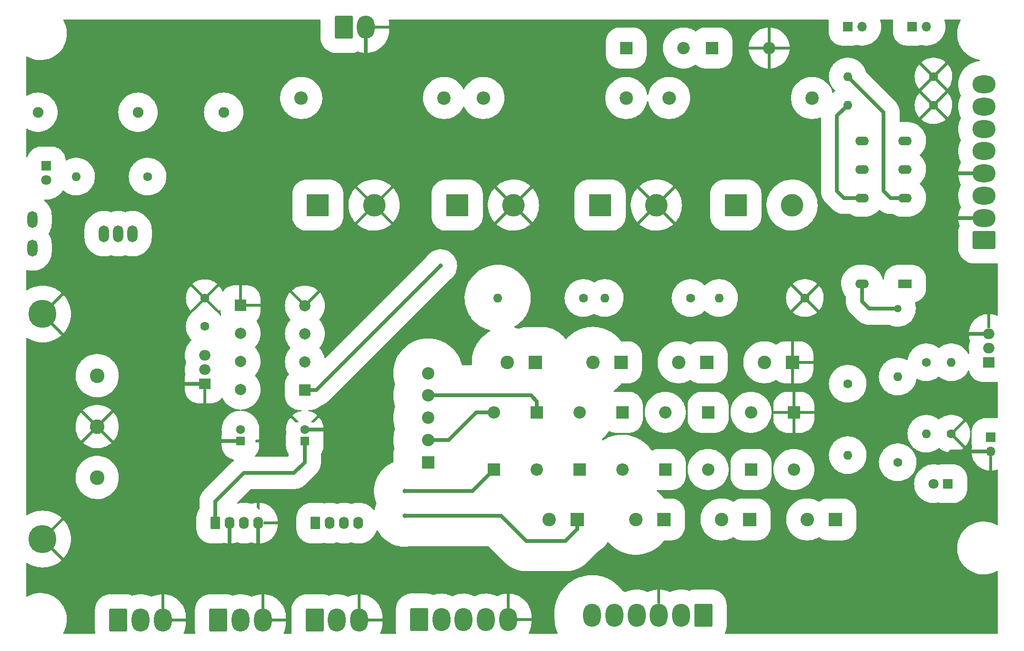
<source format=gbr>
%TF.GenerationSoftware,KiCad,Pcbnew,6.0.11-2627ca5db0~126~ubuntu22.04.1*%
%TF.CreationDate,2023-02-11T20:38:48-05:00*%
%TF.ProjectId,psu,7073752e-6b69-4636-9164-5f7063625858,rev?*%
%TF.SameCoordinates,Original*%
%TF.FileFunction,Copper,L2,Bot*%
%TF.FilePolarity,Positive*%
%FSLAX46Y46*%
G04 Gerber Fmt 4.6, Leading zero omitted, Abs format (unit mm)*
G04 Created by KiCad (PCBNEW 6.0.11-2627ca5db0~126~ubuntu22.04.1) date 2023-02-11 20:38:48*
%MOMM*%
%LPD*%
G01*
G04 APERTURE LIST*
G04 Aperture macros list*
%AMRoundRect*
0 Rectangle with rounded corners*
0 $1 Rounding radius*
0 $2 $3 $4 $5 $6 $7 $8 $9 X,Y pos of 4 corners*
0 Add a 4 corners polygon primitive as box body*
4,1,4,$2,$3,$4,$5,$6,$7,$8,$9,$2,$3,0*
0 Add four circle primitives for the rounded corners*
1,1,$1+$1,$2,$3*
1,1,$1+$1,$4,$5*
1,1,$1+$1,$6,$7*
1,1,$1+$1,$8,$9*
0 Add four rect primitives between the rounded corners*
20,1,$1+$1,$2,$3,$4,$5,0*
20,1,$1+$1,$4,$5,$6,$7,0*
20,1,$1+$1,$6,$7,$8,$9,0*
20,1,$1+$1,$8,$9,$2,$3,0*%
G04 Aperture macros list end*
%TA.AperFunction,ComponentPad*%
%ADD10O,1.600000X1.600000*%
%TD*%
%TA.AperFunction,ComponentPad*%
%ADD11C,1.600000*%
%TD*%
%TA.AperFunction,ComponentPad*%
%ADD12R,1.800000X1.800000*%
%TD*%
%TA.AperFunction,ComponentPad*%
%ADD13C,1.800000*%
%TD*%
%TA.AperFunction,ComponentPad*%
%ADD14RoundRect,0.250000X-1.330000X-1.800000X1.330000X-1.800000X1.330000X1.800000X-1.330000X1.800000X0*%
%TD*%
%TA.AperFunction,ComponentPad*%
%ADD15O,3.160000X4.100000*%
%TD*%
%TA.AperFunction,ComponentPad*%
%ADD16R,2.400000X2.400000*%
%TD*%
%TA.AperFunction,ComponentPad*%
%ADD17C,2.400000*%
%TD*%
%TA.AperFunction,ComponentPad*%
%ADD18R,2.200000X2.200000*%
%TD*%
%TA.AperFunction,ComponentPad*%
%ADD19O,2.200000X2.200000*%
%TD*%
%TA.AperFunction,ComponentPad*%
%ADD20C,1.905000*%
%TD*%
%TA.AperFunction,ComponentPad*%
%ADD21R,2.000000X1.905000*%
%TD*%
%TA.AperFunction,ComponentPad*%
%ADD22O,2.000000X1.905000*%
%TD*%
%TA.AperFunction,ComponentPad*%
%ADD23R,2.000000X2.000000*%
%TD*%
%TA.AperFunction,ComponentPad*%
%ADD24C,2.000000*%
%TD*%
%TA.AperFunction,ComponentPad*%
%ADD25R,1.600000X1.600000*%
%TD*%
%TA.AperFunction,ComponentPad*%
%ADD26R,4.000000X4.000000*%
%TD*%
%TA.AperFunction,ComponentPad*%
%ADD27C,4.000000*%
%TD*%
%TA.AperFunction,ComponentPad*%
%ADD28O,2.400000X2.400000*%
%TD*%
%TA.AperFunction,ComponentPad*%
%ADD29RoundRect,0.250000X-0.620000X-0.845000X0.620000X-0.845000X0.620000X0.845000X-0.620000X0.845000X0*%
%TD*%
%TA.AperFunction,ComponentPad*%
%ADD30O,1.740000X2.190000*%
%TD*%
%TA.AperFunction,ComponentPad*%
%ADD31C,2.600000*%
%TD*%
%TA.AperFunction,ComponentPad*%
%ADD32C,5.000000*%
%TD*%
%TA.AperFunction,ComponentPad*%
%ADD33RoundRect,0.250000X1.800000X-1.330000X1.800000X1.330000X-1.800000X1.330000X-1.800000X-1.330000X0*%
%TD*%
%TA.AperFunction,ComponentPad*%
%ADD34O,4.100000X3.160000*%
%TD*%
%TA.AperFunction,ComponentPad*%
%ADD35RoundRect,0.250000X1.330000X1.800000X-1.330000X1.800000X-1.330000X-1.800000X1.330000X-1.800000X0*%
%TD*%
%TA.AperFunction,ComponentPad*%
%ADD36R,1.700000X1.700000*%
%TD*%
%TA.AperFunction,ComponentPad*%
%ADD37O,1.700000X1.700000*%
%TD*%
%TA.AperFunction,ComponentPad*%
%ADD38C,2.200000*%
%TD*%
%TA.AperFunction,ComponentPad*%
%ADD39R,2.400000X1.600000*%
%TD*%
%TA.AperFunction,ComponentPad*%
%ADD40O,2.400000X1.600000*%
%TD*%
%TA.AperFunction,ComponentPad*%
%ADD41O,1.800000X3.000000*%
%TD*%
%TA.AperFunction,ViaPad*%
%ADD42C,1.320800*%
%TD*%
%TA.AperFunction,ViaPad*%
%ADD43C,0.800000*%
%TD*%
%TA.AperFunction,Conductor*%
%ADD44C,0.635000*%
%TD*%
G04 APERTURE END LIST*
D10*
%TO.P,R13,2*%
%TO.N,Net-(D12-Pad2)*%
X187960000Y-101600000D03*
D11*
%TO.P,R13,1*%
%TO.N,+12V*%
X187960000Y-88900000D03*
%TD*%
D12*
%TO.P,D12,1,K*%
%TO.N,Net-(K1-Pad1)*%
X191775000Y-110490000D03*
D13*
%TO.P,D12,2,A*%
%TO.N,Net-(D12-Pad2)*%
X189235000Y-110490000D03*
%TD*%
D14*
%TO.P,J5,1,Pin_1*%
%TO.N,/SW_ACL*%
X44300000Y-134725000D03*
D15*
%TO.P,J5,2,Pin_2*%
%TO.N,/ACN*%
X48260000Y-134725000D03*
%TO.P,J5,3,Pin_3*%
%TO.N,GND*%
X52220000Y-134725000D03*
%TD*%
D14*
%TO.P,J3,1,Pin_1*%
%TO.N,/+360*%
X84380000Y-29315000D03*
D15*
%TO.P,J3,2,Pin_2*%
%TO.N,GND*%
X88340000Y-29315000D03*
%TD*%
D16*
%TO.P,C8,1*%
%TO.N,Net-(C6-Pad2)*%
X133680000Y-88900000D03*
D17*
%TO.P,C8,2*%
%TO.N,/S5*%
X128680000Y-88900000D03*
%TD*%
D18*
%TO.P,D2,1,K*%
%TO.N,Net-(C2-Pad1)*%
X149860000Y-33020000D03*
D19*
%TO.P,D2,2,A*%
%TO.N,GND*%
X160020000Y-33020000D03*
%TD*%
D14*
%TO.P,J8,1,Pin_1*%
%TO.N,/SW_ACL*%
X62080000Y-134725000D03*
D15*
%TO.P,J8,2,Pin_2*%
%TO.N,/ACN*%
X66040000Y-134725000D03*
%TO.P,J8,3,Pin_3*%
%TO.N,GND*%
X70000000Y-134725000D03*
%TD*%
D14*
%TO.P,J6,1,Pin_1*%
%TO.N,/SW_ACL*%
X97790000Y-134620000D03*
D15*
%TO.P,J6,2,Pin_2*%
%TO.N,/ACN*%
X101750000Y-134620000D03*
%TO.P,J6,3,Pin_3*%
%TO.N,unconnected-(J6-Pad3)*%
X105710000Y-134620000D03*
%TO.P,J6,4,Pin_4*%
%TO.N,unconnected-(J6-Pad4)*%
X109670000Y-134620000D03*
%TO.P,J6,5,Pin_5*%
%TO.N,GND*%
X113630000Y-134620000D03*
%TD*%
D11*
%TO.P,R6,1*%
%TO.N,Net-(C1-Pad1)*%
X182880000Y-106680000D03*
D10*
%TO.P,R6,2*%
%TO.N,Net-(C1-Pad2)*%
X182880000Y-91440000D03*
%TD*%
D20*
%TO.P,F1,1*%
%TO.N,Net-(F1-Pad1)*%
X63053750Y-44450000D03*
%TO.P,F1,2*%
%TO.N,Net-(F1-Pad2)*%
X47813750Y-44450000D03*
%TO.P,F1,3*%
%TO.N,N/C*%
X30033750Y-44450000D03*
%TD*%
D11*
%TO.P,R8,1*%
%TO.N,Net-(R7-Pad2)*%
X146050000Y-77470000D03*
D10*
%TO.P,R8,2*%
%TO.N,Net-(R8-Pad2)*%
X130810000Y-77470000D03*
%TD*%
D11*
%TO.P,R9,1*%
%TO.N,Net-(R8-Pad2)*%
X127000000Y-77470000D03*
D10*
%TO.P,R9,2*%
%TO.N,/S7*%
X111760000Y-77470000D03*
%TD*%
D16*
%TO.P,C5,1*%
%TO.N,Net-(C1-Pad2)*%
X156540000Y-116840000D03*
D17*
%TO.P,C5,2*%
%TO.N,Net-(C5-Pad2)*%
X151540000Y-116840000D03*
%TD*%
D11*
%TO.P,R3,1*%
%TO.N,/ACN*%
X49530000Y-55880000D03*
D10*
%TO.P,R3,2*%
%TO.N,Net-(NE1-Pad2)*%
X36830000Y-55880000D03*
%TD*%
D21*
%TO.P,U1,1,GND*%
%TO.N,GND*%
X59690000Y-92710000D03*
D22*
%TO.P,U1,2,VI*%
%TO.N,Net-(C11-Pad2)*%
X59690000Y-90170000D03*
%TO.P,U1,3,VO*%
%TO.N,-5V*%
X59690000Y-87630000D03*
%TD*%
D23*
%TO.P,D14,1,+*%
%TO.N,+12V*%
X77487500Y-93817500D03*
D24*
%TO.P,D14,2*%
%TO.N,Net-(D14-Pad2)*%
X77487500Y-88817500D03*
%TO.P,D14,3*%
%TO.N,Net-(D14-Pad3)*%
X77487500Y-83817500D03*
%TO.P,D14,4,-*%
%TO.N,GND*%
X77487500Y-78817500D03*
%TD*%
D25*
%TO.P,C11,1*%
%TO.N,GND*%
X66040000Y-102870000D03*
D11*
%TO.P,C11,2*%
%TO.N,Net-(C11-Pad2)*%
X66040000Y-100870000D03*
%TD*%
D16*
%TO.P,C10,1*%
%TO.N,/S5*%
X118440000Y-88900000D03*
D17*
%TO.P,C10,2*%
%TO.N,/S7*%
X113440000Y-88900000D03*
%TD*%
D14*
%TO.P,J13,1,Pin_1*%
%TO.N,/SW_ACL*%
X79225000Y-134725000D03*
D15*
%TO.P,J13,2,Pin_2*%
%TO.N,/ACN*%
X83185000Y-134725000D03*
%TO.P,J13,3,Pin_3*%
%TO.N,GND*%
X87145000Y-134725000D03*
%TD*%
D11*
%TO.P,C12,1*%
%TO.N,GND*%
X59690000Y-77510000D03*
%TO.P,C12,2*%
%TO.N,-5V*%
X59690000Y-82510000D03*
%TD*%
D18*
%TO.P,D3,1,K*%
%TO.N,Net-(C1-Pad2)*%
X156784785Y-107950000D03*
D19*
%TO.P,D3,2,A*%
%TO.N,Net-(C3-Pad2)*%
X156784785Y-97790000D03*
%TD*%
D26*
%TO.P,C14,1*%
%TO.N,Net-(C14-Pad1)*%
X104562169Y-60960000D03*
D27*
%TO.P,C14,2*%
%TO.N,GND*%
X114562169Y-60960000D03*
%TD*%
D18*
%TO.P,D10,1,K*%
%TO.N,/S6*%
X111064785Y-107950000D03*
D19*
%TO.P,D10,2,A*%
%TO.N,/S7*%
X111064785Y-97790000D03*
%TD*%
D11*
%TO.P,R11,1*%
%TO.N,GND*%
X189230000Y-43180000D03*
D10*
%TO.P,R11,2*%
%TO.N,Net-(K1-Pad16)*%
X173990000Y-43180000D03*
%TD*%
D18*
%TO.P,D6,1,K*%
%TO.N,Net-(C5-Pad2)*%
X141544785Y-107950000D03*
D19*
%TO.P,D6,2,A*%
%TO.N,Net-(C6-Pad2)*%
X141544785Y-97790000D03*
%TD*%
D18*
%TO.P,D1,1,K*%
%TO.N,GND*%
X164404785Y-97790000D03*
D19*
%TO.P,D1,2,A*%
%TO.N,Net-(C1-Pad2)*%
X164404785Y-107950000D03*
%TD*%
D11*
%TO.P,R10,1*%
%TO.N,GND*%
X189230000Y-38100000D03*
D10*
%TO.P,R10,2*%
%TO.N,Net-(K1-Pad7)*%
X173990000Y-38100000D03*
%TD*%
D17*
%TO.P,R4,1*%
%TO.N,Net-(C4-Pad1)*%
X134620000Y-41910000D03*
D28*
%TO.P,R4,2*%
%TO.N,Net-(C14-Pad1)*%
X109220000Y-41910000D03*
%TD*%
D29*
%TO.P,J9,1,Pin_1*%
%TO.N,+12V*%
X61595000Y-117495000D03*
D30*
%TO.P,J9,2,Pin_2*%
%TO.N,GND*%
X64135000Y-117495000D03*
%TO.P,J9,3,Pin_3*%
%TO.N,-5V*%
X66675000Y-117495000D03*
%TO.P,J9,4,Pin_4*%
%TO.N,GND*%
X69215000Y-117495000D03*
%TD*%
D21*
%TO.P,Q1,1,G*%
%TO.N,Net-(J15-Pad1)*%
X199065000Y-88900000D03*
D22*
%TO.P,Q1,2,D*%
%TO.N,Net-(K1-Pad1)*%
X199065000Y-86360000D03*
%TO.P,Q1,3,S*%
%TO.N,GND*%
X199065000Y-83820000D03*
%TD*%
D18*
%TO.P,D5,1,K*%
%TO.N,Net-(C3-Pad2)*%
X149164785Y-97790000D03*
D19*
%TO.P,D5,2,A*%
%TO.N,Net-(C5-Pad2)*%
X149164785Y-107950000D03*
%TD*%
D11*
%TO.P,R7,1*%
%TO.N,GND*%
X166370000Y-77470000D03*
D10*
%TO.P,R7,2*%
%TO.N,Net-(R7-Pad2)*%
X151130000Y-77470000D03*
%TD*%
D26*
%TO.P,C4,1*%
%TO.N,Net-(C4-Pad1)*%
X129962169Y-60960000D03*
D27*
%TO.P,C4,2*%
%TO.N,GND*%
X139962169Y-60960000D03*
%TD*%
D31*
%TO.P,J2,1,Pin_1*%
%TO.N,Net-(F1-Pad1)*%
X40560000Y-91280000D03*
%TO.P,J2,2,Pin_2*%
%TO.N,GND*%
X40560000Y-100330000D03*
%TO.P,J2,3,Pin_3*%
%TO.N,/ACN*%
X40560000Y-109380000D03*
D32*
%TO.P,J2,4,Pin_4*%
%TO.N,GND*%
X30860000Y-80330000D03*
%TO.P,J2,5,Pin_5*%
X30860000Y-120330000D03*
%TD*%
D12*
%TO.P,NE1,1*%
%TO.N,/SW_ACL*%
X31525000Y-53995000D03*
D13*
%TO.P,NE1,2*%
%TO.N,Net-(NE1-Pad2)*%
X31525000Y-56535000D03*
%TD*%
D11*
%TO.P,R12,1*%
%TO.N,GND*%
X192405000Y-101600000D03*
D10*
%TO.P,R12,2*%
%TO.N,Net-(J15-Pad1)*%
X192405000Y-88900000D03*
%TD*%
D16*
%TO.P,C3,1*%
%TO.N,GND*%
X164160000Y-88900000D03*
D17*
%TO.P,C3,2*%
%TO.N,Net-(C3-Pad2)*%
X159160000Y-88900000D03*
%TD*%
%TO.P,R2,1*%
%TO.N,/175_2A*%
X167640000Y-41910000D03*
D28*
%TO.P,R2,2*%
%TO.N,Net-(C2-Pad2)*%
X142240000Y-41910000D03*
%TD*%
D33*
%TO.P,J7,1,Pin_1*%
%TO.N,/175_1A*%
X198225000Y-67200000D03*
D34*
%TO.P,J7,2,Pin_2*%
%TO.N,GND*%
X198225000Y-63240000D03*
%TO.P,J7,3,Pin_3*%
%TO.N,/175_2A*%
X198225000Y-59280000D03*
%TO.P,J7,4,Pin_4*%
%TO.N,GND*%
X198225000Y-55320000D03*
%TO.P,J7,5,Pin_5*%
%TO.N,/6.3_1A*%
X198225000Y-51360000D03*
%TO.P,J7,6,Pin_6*%
%TO.N,/6.3_1B*%
X198225000Y-47400000D03*
%TO.P,J7,7,Pin_7*%
%TO.N,/6.3_2A*%
X198225000Y-43440000D03*
%TO.P,J7,8,Pin_8*%
%TO.N,/6.3_2B*%
X198225000Y-39480000D03*
%TD*%
D16*
%TO.P,C6,1*%
%TO.N,Net-(C3-Pad2)*%
X148920000Y-88900000D03*
D17*
%TO.P,C6,2*%
%TO.N,Net-(C6-Pad2)*%
X143920000Y-88900000D03*
%TD*%
%TO.P,R5,1*%
%TO.N,Net-(C14-Pad1)*%
X102235000Y-41910000D03*
D28*
%TO.P,R5,2*%
%TO.N,/+360*%
X76835000Y-41910000D03*
%TD*%
D16*
%TO.P,C9,1*%
%TO.N,/S4*%
X125915216Y-116840000D03*
D17*
%TO.P,C9,2*%
%TO.N,/S6*%
X120915216Y-116840000D03*
%TD*%
D25*
%TO.P,C13,1*%
%TO.N,+12V*%
X77470000Y-102870000D03*
D11*
%TO.P,C13,2*%
%TO.N,GND*%
X77470000Y-100870000D03*
%TD*%
D26*
%TO.P,C15,1*%
%TO.N,/+360*%
X79797169Y-60960000D03*
D27*
%TO.P,C15,2*%
%TO.N,GND*%
X89797169Y-60960000D03*
%TD*%
D29*
%TO.P,J10,1,Pin_1*%
%TO.N,Net-(D11-Pad3)*%
X79375000Y-117495000D03*
D30*
%TO.P,J10,2,Pin_2*%
%TO.N,Net-(D11-Pad2)*%
X81915000Y-117495000D03*
%TO.P,J10,3,Pin_3*%
%TO.N,Net-(D14-Pad3)*%
X84455000Y-117495000D03*
%TO.P,J10,4,Pin_4*%
%TO.N,Net-(D14-Pad2)*%
X86995000Y-117495000D03*
%TD*%
D35*
%TO.P,J4,1,Pin_1*%
%TO.N,/+360*%
X148330000Y-133880000D03*
D15*
%TO.P,J4,2,Pin_2*%
%TO.N,unconnected-(J4-Pad2)*%
X144370000Y-133880000D03*
%TO.P,J4,3,Pin_3*%
%TO.N,GND*%
X140410000Y-133880000D03*
%TO.P,J4,4,Pin_4*%
%TO.N,unconnected-(J4-Pad4)*%
X136450000Y-133880000D03*
%TO.P,J4,5,Pin_5*%
%TO.N,unconnected-(J4-Pad5)*%
X132490000Y-133880000D03*
%TO.P,J4,6,Pin_6*%
%TO.N,/-V_CRT*%
X128530000Y-133880000D03*
%TD*%
D36*
%TO.P,J1,1,Pin_1*%
%TO.N,/6.3_1A*%
X173990000Y-29210000D03*
D37*
%TO.P,J1,2,Pin_2*%
%TO.N,/6.3_1B*%
X176530000Y-29210000D03*
%TD*%
D26*
%TO.P,C2,1*%
%TO.N,Net-(C2-Pad1)*%
X154092169Y-60960000D03*
D27*
%TO.P,C2,2*%
%TO.N,Net-(C2-Pad2)*%
X164092169Y-60960000D03*
%TD*%
D16*
%TO.P,C7,1*%
%TO.N,Net-(C5-Pad2)*%
X141300000Y-116840000D03*
D17*
%TO.P,C7,2*%
%TO.N,/S4*%
X136300000Y-116840000D03*
%TD*%
D16*
%TO.P,C1,1*%
%TO.N,Net-(C1-Pad1)*%
X171780000Y-116840000D03*
D17*
%TO.P,C1,2*%
%TO.N,Net-(C1-Pad2)*%
X166780000Y-116840000D03*
%TD*%
D18*
%TO.P,J14,1,Pin_1*%
%TO.N,/-V_CRT*%
X99390000Y-106680000D03*
D38*
%TO.P,J14,2,Pin_2*%
%TO.N,/S7*%
X99390000Y-102720000D03*
%TO.P,J14,3,Pin_3*%
%TO.N,/S6*%
X99390000Y-98760000D03*
%TO.P,J14,4,Pin_4*%
%TO.N,/S5*%
X99390000Y-94800000D03*
%TO.P,J14,5,Pin_5*%
%TO.N,/S4*%
X99390000Y-90840000D03*
%TD*%
D39*
%TO.P,K1,1*%
%TO.N,Net-(K1-Pad1)*%
X184165000Y-74930000D03*
D40*
%TO.P,K1,7*%
%TO.N,Net-(K1-Pad7)*%
X184165000Y-59690000D03*
%TO.P,K1,9*%
%TO.N,/175_2A*%
X184165000Y-54610000D03*
%TO.P,K1,11*%
%TO.N,Net-(K1-Pad11)*%
X184165000Y-49530000D03*
%TO.P,K1,12*%
%TO.N,Net-(K1-Pad12)*%
X176545000Y-49530000D03*
%TO.P,K1,14*%
%TO.N,/175_1A*%
X176545000Y-54610000D03*
%TO.P,K1,16*%
%TO.N,Net-(K1-Pad16)*%
X176545000Y-59690000D03*
%TO.P,K1,22*%
%TO.N,+12V*%
X176545000Y-74930000D03*
%TD*%
D18*
%TO.P,D8,1,K*%
%TO.N,/S4*%
X126304785Y-107950000D03*
D19*
%TO.P,D8,2,A*%
%TO.N,/S5*%
X126304785Y-97790000D03*
%TD*%
D18*
%TO.P,D7,1,K*%
%TO.N,Net-(C6-Pad2)*%
X133924785Y-97790000D03*
D19*
%TO.P,D7,2,A*%
%TO.N,/S4*%
X133924785Y-107950000D03*
%TD*%
D18*
%TO.P,D9,1,K*%
%TO.N,/S5*%
X118684785Y-97790000D03*
D19*
%TO.P,D9,2,A*%
%TO.N,/S6*%
X118684785Y-107950000D03*
%TD*%
D11*
%TO.P,R1,1*%
%TO.N,/175_1A*%
X173990000Y-92710000D03*
D10*
%TO.P,R1,2*%
%TO.N,Net-(C1-Pad1)*%
X173990000Y-105410000D03*
%TD*%
D41*
%TO.P,SW1,1,A*%
%TO.N,Net-(F1-Pad2)*%
X41745000Y-66040000D03*
%TO.P,SW1,2,B*%
%TO.N,/SW_ACL*%
X44285000Y-66040000D03*
%TO.P,SW1,3*%
%TO.N,N/C*%
X46825000Y-66040000D03*
%TO.P,SW1,4*%
X29045000Y-63500000D03*
%TO.P,SW1,5*%
X29045000Y-68580000D03*
%TD*%
D36*
%TO.P,J12,1,Pin_1*%
%TO.N,/6.3_2A*%
X185420000Y-29210000D03*
D37*
%TO.P,J12,2,Pin_2*%
%TO.N,/6.3_2B*%
X187960000Y-29210000D03*
%TD*%
D18*
%TO.P,D4,1,K*%
%TO.N,Net-(C4-Pad1)*%
X134620000Y-33020000D03*
D19*
%TO.P,D4,2,A*%
%TO.N,Net-(C2-Pad1)*%
X144780000Y-33020000D03*
%TD*%
D23*
%TO.P,D11,1,+*%
%TO.N,GND*%
X66057500Y-78740000D03*
D24*
%TO.P,D11,2*%
%TO.N,Net-(D11-Pad2)*%
X66057500Y-83740000D03*
%TO.P,D11,3*%
%TO.N,Net-(D11-Pad3)*%
X66057500Y-88740000D03*
%TO.P,D11,4,-*%
%TO.N,Net-(C11-Pad2)*%
X66057500Y-93740000D03*
%TD*%
D36*
%TO.P,J15,1,Pin_1*%
%TO.N,Net-(J15-Pad1)*%
X199390000Y-102230000D03*
D37*
%TO.P,J15,2,Pin_2*%
%TO.N,GND*%
X199390000Y-104770000D03*
%TD*%
D42*
%TO.N,+12V*%
X182880000Y-79375000D03*
D43*
%TO.N,/S4*%
X95250000Y-116205000D03*
%TO.N,/S6*%
X95250000Y-111760000D03*
%TO.N,+12V*%
X101600000Y-71755000D03*
%TD*%
D44*
%TO.N,+12V*%
X177800000Y-79375000D02*
X176530000Y-78105000D01*
X182880000Y-79375000D02*
X177800000Y-79375000D01*
X176530000Y-78105000D02*
X176545000Y-78090000D01*
X176545000Y-78090000D02*
X176545000Y-74930000D01*
%TO.N,/S4*%
X123825000Y-120650000D02*
X125915216Y-118559784D01*
X95250000Y-116205000D02*
X112395000Y-116205000D01*
X112395000Y-116205000D02*
X116840000Y-120650000D01*
X116840000Y-120650000D02*
X123825000Y-120650000D01*
X125915216Y-118559784D02*
X125915216Y-116840000D01*
%TO.N,/S5*%
X118684785Y-95945215D02*
X118684785Y-97790000D01*
X118745000Y-95885000D02*
X118684785Y-95945215D01*
X99390000Y-94800000D02*
X117660000Y-94800000D01*
X117660000Y-94800000D02*
X118745000Y-95885000D01*
%TO.N,/S6*%
X107254785Y-111760000D02*
X111064785Y-107950000D01*
X95250000Y-111760000D02*
X107254785Y-111760000D01*
%TO.N,/S7*%
X103020000Y-102720000D02*
X107950000Y-97790000D01*
X99390000Y-102720000D02*
X103020000Y-102720000D01*
X107950000Y-97790000D02*
X111064785Y-97790000D01*
%TO.N,+12V*%
X79537500Y-93817500D02*
X101600000Y-71755000D01*
X61595000Y-113665000D02*
X66675000Y-108585000D01*
X61595000Y-117495000D02*
X61595000Y-113665000D01*
X77487500Y-93817500D02*
X79537500Y-93817500D01*
X66675000Y-108585000D02*
X75565000Y-108585000D01*
X77470000Y-106680000D02*
X77470000Y-102870000D01*
X75565000Y-108585000D02*
X77470000Y-106680000D01*
%TO.N,GND*%
X198225000Y-63240000D02*
X192030000Y-63240000D01*
X77470000Y-100870000D02*
X82010000Y-100870000D01*
X88340000Y-29315000D02*
X88340000Y-35000000D01*
X198225000Y-55320000D02*
X191210000Y-55320000D01*
X66040000Y-102870000D02*
X60960000Y-102870000D01*
X59690000Y-92710000D02*
X54610000Y-92710000D01*
X192030000Y-63240000D02*
X191770000Y-63500000D01*
X69215000Y-122555000D02*
X69850000Y-123190000D01*
X88340000Y-35000000D02*
X88900000Y-35560000D01*
X63500000Y-123190000D02*
X64135000Y-122555000D01*
X192410000Y-104770000D02*
X191770000Y-105410000D01*
X199390000Y-104770000D02*
X192410000Y-104770000D01*
X82010000Y-100870000D02*
X82550000Y-100330000D01*
X64135000Y-117495000D02*
X64135000Y-122555000D01*
X69215000Y-117495000D02*
X69215000Y-122555000D01*
X190500000Y-54610000D02*
X191210000Y-55320000D01*
X199065000Y-83820000D02*
X193040000Y-83820000D01*
%TO.N,Net-(K1-Pad7)*%
X173990000Y-38100000D02*
X180340000Y-44450000D01*
X180340000Y-58420000D02*
X181610000Y-59690000D01*
X181610000Y-59690000D02*
X184165000Y-59690000D01*
X180340000Y-44450000D02*
X180340000Y-58420000D01*
%TO.N,Net-(K1-Pad16)*%
X173355000Y-59690000D02*
X176545000Y-59690000D01*
X172085000Y-45085000D02*
X172085000Y-58420000D01*
X173990000Y-43180000D02*
X172085000Y-45085000D01*
X172085000Y-58420000D02*
X173355000Y-59690000D01*
%TD*%
%TA.AperFunction,Conductor*%
%TO.N,GND*%
G36*
X80201621Y-27960502D02*
G01*
X80248114Y-28014158D01*
X80259500Y-28066500D01*
X80259501Y-29688490D01*
X80259501Y-31277298D01*
X80259916Y-31290537D01*
X80260271Y-31293410D01*
X80260272Y-31293419D01*
X80299813Y-31613140D01*
X80301213Y-31624458D01*
X80315979Y-31683902D01*
X80362502Y-31871190D01*
X80382326Y-31950998D01*
X80413021Y-32031591D01*
X80500731Y-32261887D01*
X80500735Y-32261896D01*
X80502081Y-32265430D01*
X80557080Y-32369965D01*
X80648760Y-32544219D01*
X80658744Y-32563196D01*
X80724175Y-32657867D01*
X80847894Y-32836875D01*
X80847899Y-32836881D01*
X80850044Y-32839985D01*
X81073212Y-33091788D01*
X81076044Y-33094298D01*
X81283919Y-33278533D01*
X81325015Y-33314956D01*
X81328119Y-33317101D01*
X81328125Y-33317106D01*
X81454219Y-33404254D01*
X81601804Y-33506256D01*
X81899570Y-33662919D01*
X81903104Y-33664265D01*
X81903113Y-33664269D01*
X82061096Y-33724438D01*
X82214002Y-33782674D01*
X82217678Y-33783587D01*
X82217684Y-33783589D01*
X82338989Y-33813721D01*
X82540542Y-33863787D01*
X82544309Y-33864253D01*
X82544315Y-33864254D01*
X82803162Y-33896266D01*
X82874463Y-33905084D01*
X82877339Y-33905174D01*
X82877347Y-33905175D01*
X82882574Y-33905339D01*
X82887701Y-33905500D01*
X82888716Y-33905500D01*
X84422334Y-33905499D01*
X85872298Y-33905499D01*
X85873249Y-33905469D01*
X85873261Y-33905469D01*
X85882637Y-33905175D01*
X85882639Y-33905175D01*
X85885537Y-33905084D01*
X85888410Y-33904729D01*
X85888419Y-33904728D01*
X86215685Y-33864254D01*
X86215691Y-33864253D01*
X86219458Y-33863787D01*
X86421011Y-33813721D01*
X86542316Y-33783589D01*
X86542322Y-33783587D01*
X86545998Y-33782674D01*
X86698904Y-33724438D01*
X86859515Y-33663268D01*
X86930294Y-33657715D01*
X86947455Y-33662616D01*
X87117310Y-33724438D01*
X87123201Y-33726261D01*
X87507576Y-33824952D01*
X87513598Y-33826188D01*
X87905775Y-33886900D01*
X87911900Y-33887544D01*
X88067913Y-33896266D01*
X88083355Y-33892654D01*
X88086000Y-33881946D01*
X88086000Y-32623125D01*
X88102548Y-32563876D01*
X88101256Y-32563196D01*
X88103023Y-32559838D01*
X88257919Y-32265430D01*
X88259265Y-32261896D01*
X88259269Y-32261887D01*
X88350251Y-32023001D01*
X88393189Y-31966460D01*
X88459879Y-31942109D01*
X88529147Y-31957679D01*
X88579002Y-32008226D01*
X88594000Y-32067847D01*
X88594000Y-33879900D01*
X88598475Y-33895139D01*
X88598800Y-33895421D01*
X88608872Y-33897392D01*
X88710777Y-33893121D01*
X88716903Y-33892564D01*
X89109889Y-33837333D01*
X89115942Y-33836178D01*
X89501659Y-33742864D01*
X89507551Y-33741130D01*
X89882335Y-33610617D01*
X89888038Y-33608312D01*
X90248285Y-33441855D01*
X90253739Y-33439003D01*
X90596025Y-33238185D01*
X90601173Y-33234816D01*
X90922240Y-33001548D01*
X90927010Y-32997713D01*
X91223796Y-32734214D01*
X91228176Y-32729926D01*
X91497824Y-32438732D01*
X91501769Y-32434030D01*
X91741704Y-32117926D01*
X91745182Y-32112848D01*
X91953124Y-31774843D01*
X91956089Y-31769449D01*
X92130053Y-31412769D01*
X92132479Y-31407111D01*
X92270810Y-31035148D01*
X92272668Y-31029291D01*
X92374045Y-30645596D01*
X92375320Y-30639596D01*
X92438769Y-30247852D01*
X92439456Y-30241724D01*
X92459875Y-29917179D01*
X92460000Y-29913191D01*
X92460000Y-29587115D01*
X92455525Y-29571876D01*
X92454135Y-29570671D01*
X92446452Y-29569000D01*
X88626499Y-29569000D01*
X88558378Y-29548998D01*
X88511885Y-29495342D01*
X88500499Y-29443000D01*
X88500499Y-29187000D01*
X88520501Y-29118879D01*
X88574157Y-29072386D01*
X88626499Y-29061000D01*
X92441885Y-29061000D01*
X92457124Y-29056525D01*
X92458329Y-29055135D01*
X92460000Y-29047452D01*
X92460000Y-28744954D01*
X92459925Y-28741861D01*
X92445432Y-28445547D01*
X92444831Y-28439422D01*
X92392482Y-28084906D01*
X92402318Y-28014594D01*
X92448606Y-27960762D01*
X92517130Y-27940500D01*
X170486747Y-27940500D01*
X170554868Y-27960502D01*
X170601361Y-28014158D01*
X170611196Y-28086210D01*
X170606940Y-28113086D01*
X170605774Y-28120445D01*
X170599500Y-28253486D01*
X170599500Y-30166514D01*
X170599570Y-30167995D01*
X170599570Y-30168002D01*
X170603047Y-30241724D01*
X170605774Y-30299555D01*
X170614041Y-30351749D01*
X170650762Y-30583597D01*
X170655781Y-30615289D01*
X170656885Y-30619089D01*
X170731220Y-30874950D01*
X170744966Y-30922265D01*
X170746535Y-30925891D01*
X170746538Y-30925899D01*
X170864437Y-31198347D01*
X170871922Y-31215643D01*
X170873934Y-31219045D01*
X170873937Y-31219051D01*
X170985156Y-31407111D01*
X171034647Y-31490796D01*
X171230575Y-31743385D01*
X171456615Y-31969425D01*
X171709204Y-32165353D01*
X171712610Y-32167367D01*
X171712611Y-32167368D01*
X171980949Y-32326063D01*
X171980955Y-32326066D01*
X171984357Y-32328078D01*
X171987992Y-32329651D01*
X172274101Y-32453462D01*
X172274109Y-32453465D01*
X172277735Y-32455034D01*
X172281531Y-32456137D01*
X172281537Y-32456139D01*
X172580911Y-32543115D01*
X172584711Y-32544219D01*
X172588612Y-32544837D01*
X172588617Y-32544838D01*
X172761162Y-32572166D01*
X172900445Y-32594226D01*
X172921069Y-32595199D01*
X173031998Y-32600430D01*
X173032005Y-32600430D01*
X173033486Y-32600500D01*
X174946514Y-32600500D01*
X174947995Y-32600430D01*
X174948002Y-32600430D01*
X175058931Y-32595199D01*
X175079555Y-32594226D01*
X175218838Y-32572166D01*
X175391383Y-32544838D01*
X175391388Y-32544837D01*
X175395289Y-32544219D01*
X175585856Y-32488854D01*
X175648707Y-32486934D01*
X175795645Y-32520048D01*
X175960415Y-32557181D01*
X175960421Y-32557182D01*
X175963740Y-32557930D01*
X175967119Y-32558315D01*
X175967125Y-32558316D01*
X176120005Y-32575734D01*
X176328626Y-32599503D01*
X176332031Y-32599521D01*
X176332034Y-32599521D01*
X176528917Y-32600552D01*
X176695868Y-32601426D01*
X176699254Y-32601076D01*
X176699256Y-32601076D01*
X177057778Y-32564027D01*
X177057787Y-32564026D01*
X177061170Y-32563676D01*
X177064503Y-32562962D01*
X177064506Y-32562961D01*
X177241390Y-32525040D01*
X177420258Y-32486694D01*
X177768932Y-32371381D01*
X178103112Y-32219087D01*
X178199646Y-32161769D01*
X178415946Y-32033340D01*
X178415951Y-32033337D01*
X178418891Y-32031591D01*
X178432377Y-32021466D01*
X178709839Y-31813141D01*
X178712572Y-31811089D01*
X178980722Y-31560158D01*
X179220204Y-31281736D01*
X179222592Y-31278261D01*
X179426285Y-30981887D01*
X179426290Y-30981880D01*
X179428215Y-30979078D01*
X179429827Y-30976084D01*
X179429832Y-30976076D01*
X179600700Y-30658737D01*
X179602322Y-30655725D01*
X179740489Y-30315460D01*
X179746005Y-30296098D01*
X179810202Y-30070732D01*
X179841100Y-29962263D01*
X179887438Y-29691172D01*
X179902405Y-29603614D01*
X179902405Y-29603612D01*
X179902977Y-29600267D01*
X179903782Y-29587115D01*
X179925287Y-29235502D01*
X179925397Y-29233705D01*
X179925480Y-29210000D01*
X179905620Y-28843290D01*
X179846271Y-28480870D01*
X179748129Y-28126980D01*
X179742600Y-28113086D01*
X179735999Y-28042397D01*
X179768663Y-27979360D01*
X179830221Y-27943990D01*
X179859672Y-27940500D01*
X181916747Y-27940500D01*
X181984868Y-27960502D01*
X182031361Y-28014158D01*
X182041196Y-28086210D01*
X182036940Y-28113086D01*
X182035774Y-28120445D01*
X182029500Y-28253486D01*
X182029500Y-30166514D01*
X182029570Y-30167995D01*
X182029570Y-30168002D01*
X182033047Y-30241724D01*
X182035774Y-30299555D01*
X182044041Y-30351749D01*
X182080762Y-30583597D01*
X182085781Y-30615289D01*
X182086885Y-30619089D01*
X182161220Y-30874950D01*
X182174966Y-30922265D01*
X182176535Y-30925891D01*
X182176538Y-30925899D01*
X182294437Y-31198347D01*
X182301922Y-31215643D01*
X182303934Y-31219045D01*
X182303937Y-31219051D01*
X182415156Y-31407111D01*
X182464647Y-31490796D01*
X182660575Y-31743385D01*
X182886615Y-31969425D01*
X183139204Y-32165353D01*
X183142610Y-32167367D01*
X183142611Y-32167368D01*
X183410949Y-32326063D01*
X183410955Y-32326066D01*
X183414357Y-32328078D01*
X183417992Y-32329651D01*
X183704101Y-32453462D01*
X183704109Y-32453465D01*
X183707735Y-32455034D01*
X183711531Y-32456137D01*
X183711537Y-32456139D01*
X184010911Y-32543115D01*
X184014711Y-32544219D01*
X184018612Y-32544837D01*
X184018617Y-32544838D01*
X184191162Y-32572166D01*
X184330445Y-32594226D01*
X184351069Y-32595199D01*
X184461998Y-32600430D01*
X184462005Y-32600430D01*
X184463486Y-32600500D01*
X186376514Y-32600500D01*
X186377995Y-32600430D01*
X186378002Y-32600430D01*
X186488931Y-32595199D01*
X186509555Y-32594226D01*
X186648838Y-32572166D01*
X186821383Y-32544838D01*
X186821388Y-32544837D01*
X186825289Y-32544219D01*
X187015856Y-32488854D01*
X187078707Y-32486934D01*
X187225645Y-32520048D01*
X187390415Y-32557181D01*
X187390421Y-32557182D01*
X187393740Y-32557930D01*
X187397119Y-32558315D01*
X187397125Y-32558316D01*
X187550005Y-32575734D01*
X187758626Y-32599503D01*
X187762031Y-32599521D01*
X187762034Y-32599521D01*
X187958917Y-32600552D01*
X188125868Y-32601426D01*
X188129254Y-32601076D01*
X188129256Y-32601076D01*
X188487778Y-32564027D01*
X188487787Y-32564026D01*
X188491170Y-32563676D01*
X188494503Y-32562962D01*
X188494506Y-32562961D01*
X188671390Y-32525040D01*
X188850258Y-32486694D01*
X189198932Y-32371381D01*
X189533112Y-32219087D01*
X189629646Y-32161769D01*
X189845946Y-32033340D01*
X189845951Y-32033337D01*
X189848891Y-32031591D01*
X189862377Y-32021466D01*
X190139839Y-31813141D01*
X190142572Y-31811089D01*
X190410722Y-31560158D01*
X190650204Y-31281736D01*
X190652592Y-31278261D01*
X190856285Y-30981887D01*
X190856290Y-30981880D01*
X190858215Y-30979078D01*
X190859827Y-30976084D01*
X190859832Y-30976076D01*
X191030700Y-30658737D01*
X191032322Y-30655725D01*
X191170489Y-30315460D01*
X191176005Y-30296098D01*
X191240202Y-30070732D01*
X191271100Y-29962263D01*
X191317438Y-29691172D01*
X191332405Y-29603614D01*
X191332405Y-29603612D01*
X191332977Y-29600267D01*
X191333782Y-29587115D01*
X191355287Y-29235502D01*
X191355397Y-29233705D01*
X191355480Y-29210000D01*
X191335620Y-28843290D01*
X191276271Y-28480870D01*
X191178129Y-28126980D01*
X191172600Y-28113086D01*
X191165999Y-28042397D01*
X191198663Y-27979360D01*
X191260221Y-27943990D01*
X191289672Y-27940500D01*
X193951606Y-27940500D01*
X194019727Y-27960502D01*
X194066220Y-28014158D01*
X194076324Y-28084432D01*
X194060504Y-28129881D01*
X193960260Y-28302116D01*
X193960248Y-28302138D01*
X193958822Y-28304589D01*
X193957620Y-28307167D01*
X193779995Y-28688084D01*
X193779991Y-28688094D01*
X193778785Y-28690680D01*
X193777814Y-28693377D01*
X193645462Y-29061000D01*
X193634481Y-29091500D01*
X193596971Y-29235502D01*
X193540148Y-29453651D01*
X193527098Y-29503749D01*
X193457521Y-29924033D01*
X193457312Y-29926876D01*
X193457312Y-29926878D01*
X193454473Y-29965541D01*
X193426321Y-30348894D01*
X193426371Y-30351749D01*
X193433637Y-30767992D01*
X193433756Y-30774834D01*
X193434064Y-30777667D01*
X193434064Y-30777671D01*
X193444632Y-30874950D01*
X193479764Y-31198347D01*
X193563967Y-31615947D01*
X193564780Y-31618675D01*
X193564783Y-31618686D01*
X193659328Y-31935830D01*
X193685671Y-32024197D01*
X193686729Y-32026842D01*
X193686731Y-32026848D01*
X193784752Y-32271916D01*
X193843876Y-32419736D01*
X193845169Y-32422274D01*
X193845171Y-32422278D01*
X194018990Y-32763416D01*
X194037278Y-32799309D01*
X194038801Y-32801727D01*
X194038803Y-32801731D01*
X194062893Y-32839985D01*
X194264286Y-33159791D01*
X194523031Y-33498216D01*
X194811383Y-33811796D01*
X195126969Y-34097953D01*
X195129256Y-34099677D01*
X195129258Y-34099678D01*
X195341200Y-34259387D01*
X195467192Y-34354329D01*
X195710995Y-34505493D01*
X195826802Y-34577296D01*
X195829250Y-34578814D01*
X196210164Y-34769562D01*
X196606798Y-34925001D01*
X196609545Y-34925799D01*
X197013144Y-35043056D01*
X197013148Y-35043057D01*
X197015888Y-35043853D01*
X197293063Y-35097730D01*
X197419388Y-35122285D01*
X197482440Y-35154917D01*
X197517841Y-35216459D01*
X197514351Y-35287369D01*
X197473077Y-35345136D01*
X197401502Y-35371820D01*
X197352425Y-35374220D01*
X197349379Y-35374670D01*
X197349377Y-35374670D01*
X196956738Y-35432650D01*
X196956734Y-35432651D01*
X196953692Y-35433100D01*
X196562608Y-35530608D01*
X196559700Y-35531643D01*
X196559695Y-35531645D01*
X196443021Y-35573191D01*
X196182906Y-35665814D01*
X195818210Y-35837427D01*
X195815569Y-35839001D01*
X195815564Y-35839004D01*
X195708078Y-35903079D01*
X195472000Y-36043809D01*
X195147583Y-36282991D01*
X195145291Y-36285055D01*
X195145287Y-36285058D01*
X195029125Y-36389651D01*
X194848053Y-36552688D01*
X194576272Y-36850327D01*
X194334831Y-37173067D01*
X194333234Y-37175704D01*
X194127628Y-37515199D01*
X194127623Y-37515208D01*
X194126037Y-37517827D01*
X193951882Y-37881316D01*
X193950830Y-37884205D01*
X193950828Y-37884211D01*
X193815084Y-38257167D01*
X193814029Y-38260066D01*
X193713793Y-38650459D01*
X193652131Y-39048771D01*
X193629632Y-39451199D01*
X193629761Y-39454277D01*
X193629761Y-39454281D01*
X193640746Y-39716376D01*
X193646510Y-39853902D01*
X193702604Y-40253036D01*
X193797380Y-40644791D01*
X193929932Y-41025428D01*
X193931225Y-41028226D01*
X194097702Y-41388516D01*
X194097707Y-41388526D01*
X194098995Y-41391313D01*
X194100554Y-41393971D01*
X194100556Y-41393974D01*
X194102797Y-41397794D01*
X194120015Y-41466672D01*
X194107750Y-41515995D01*
X193981195Y-41780136D01*
X193951882Y-41841316D01*
X193950830Y-41844205D01*
X193950828Y-41844211D01*
X193815084Y-42217167D01*
X193814029Y-42220066D01*
X193713793Y-42610459D01*
X193652131Y-43008771D01*
X193629632Y-43411199D01*
X193629761Y-43414277D01*
X193629761Y-43414281D01*
X193635399Y-43548790D01*
X193646510Y-43813902D01*
X193702604Y-44213036D01*
X193797380Y-44604791D01*
X193929932Y-44985428D01*
X193931225Y-44988226D01*
X194097702Y-45348516D01*
X194097707Y-45348526D01*
X194098995Y-45351313D01*
X194100554Y-45353971D01*
X194100556Y-45353974D01*
X194102797Y-45357794D01*
X194120015Y-45426672D01*
X194107750Y-45475995D01*
X193991315Y-45719014D01*
X193951882Y-45801316D01*
X193950830Y-45804205D01*
X193950828Y-45804211D01*
X193815084Y-46177167D01*
X193814029Y-46180066D01*
X193713793Y-46570459D01*
X193652131Y-46968771D01*
X193629632Y-47371199D01*
X193629761Y-47374277D01*
X193629761Y-47374281D01*
X193634220Y-47480677D01*
X193646510Y-47773902D01*
X193646938Y-47776946D01*
X193646938Y-47776948D01*
X193660279Y-47871875D01*
X193702604Y-48173036D01*
X193797380Y-48564791D01*
X193929932Y-48945428D01*
X193931225Y-48948226D01*
X194097702Y-49308516D01*
X194097707Y-49308526D01*
X194098995Y-49311313D01*
X194100554Y-49313971D01*
X194100556Y-49313974D01*
X194102797Y-49317794D01*
X194120015Y-49386672D01*
X194107750Y-49435995D01*
X193951882Y-49761316D01*
X193814029Y-50140066D01*
X193713793Y-50530459D01*
X193652131Y-50928771D01*
X193629632Y-51331199D01*
X193629761Y-51334277D01*
X193629761Y-51334281D01*
X193640746Y-51596376D01*
X193646510Y-51733902D01*
X193702604Y-52133036D01*
X193797380Y-52524791D01*
X193929932Y-52905428D01*
X193951638Y-52952403D01*
X194097702Y-53268516D01*
X194097707Y-53268526D01*
X194098995Y-53271313D01*
X194100553Y-53273968D01*
X194103103Y-53278315D01*
X194120320Y-53347192D01*
X194108055Y-53396515D01*
X193953676Y-53718728D01*
X193951287Y-53724411D01*
X193815560Y-54097317D01*
X193813739Y-54103201D01*
X193715048Y-54487576D01*
X193713812Y-54493598D01*
X193653100Y-54885775D01*
X193652456Y-54891900D01*
X193643734Y-55047913D01*
X193647346Y-55063355D01*
X193658054Y-55066000D01*
X195924668Y-55066000D01*
X195979903Y-55078752D01*
X196129805Y-55151864D01*
X196262571Y-55201239D01*
X196319446Y-55243731D01*
X196344320Y-55310228D01*
X196329295Y-55379616D01*
X196279141Y-55429866D01*
X196260918Y-55438035D01*
X196226505Y-55450289D01*
X196182906Y-55465814D01*
X196102339Y-55503726D01*
X195978483Y-55562008D01*
X195924835Y-55574000D01*
X193660100Y-55574000D01*
X193644861Y-55578475D01*
X193644579Y-55578800D01*
X193642608Y-55588872D01*
X193646879Y-55690777D01*
X193647436Y-55696903D01*
X193702667Y-56089889D01*
X193703822Y-56095942D01*
X193797136Y-56481659D01*
X193798870Y-56487551D01*
X193929383Y-56862335D01*
X193931688Y-56868038D01*
X194098145Y-57228285D01*
X194100999Y-57233743D01*
X194103057Y-57237251D01*
X194120275Y-57306128D01*
X194108010Y-57355452D01*
X193997912Y-57585245D01*
X193951882Y-57681316D01*
X193950830Y-57684205D01*
X193950828Y-57684211D01*
X193857668Y-57940169D01*
X193814029Y-58060066D01*
X193778657Y-58197832D01*
X193715251Y-58444782D01*
X193713793Y-58450459D01*
X193652131Y-58848771D01*
X193629632Y-59251199D01*
X193629761Y-59254277D01*
X193629761Y-59254281D01*
X193638375Y-59459813D01*
X193646510Y-59653902D01*
X193646938Y-59656946D01*
X193646938Y-59656948D01*
X193651292Y-59687930D01*
X193702604Y-60053036D01*
X193797380Y-60444791D01*
X193929932Y-60825428D01*
X193931225Y-60828226D01*
X194097702Y-61188516D01*
X194097707Y-61188526D01*
X194098995Y-61191313D01*
X194100553Y-61193968D01*
X194103103Y-61198315D01*
X194120320Y-61267192D01*
X194108055Y-61316515D01*
X193953676Y-61638728D01*
X193951287Y-61644411D01*
X193815560Y-62017317D01*
X193813739Y-62023201D01*
X193715048Y-62407576D01*
X193713812Y-62413598D01*
X193653100Y-62805775D01*
X193652456Y-62811900D01*
X193643734Y-62967913D01*
X193647346Y-62983355D01*
X193658054Y-62986000D01*
X195472153Y-62986000D01*
X195540274Y-63006002D01*
X195586767Y-63059658D01*
X195596871Y-63129932D01*
X195567377Y-63194512D01*
X195516999Y-63229749D01*
X195278113Y-63320731D01*
X195278104Y-63320735D01*
X195274570Y-63322081D01*
X194976804Y-63478744D01*
X194976124Y-63477452D01*
X194916875Y-63494000D01*
X193660100Y-63494000D01*
X193644861Y-63498475D01*
X193644579Y-63498800D01*
X193642608Y-63508872D01*
X193646879Y-63610777D01*
X193647436Y-63616903D01*
X193702667Y-64009889D01*
X193703822Y-64015942D01*
X193797137Y-64401661D01*
X193798867Y-64407539D01*
X193877883Y-64634444D01*
X193881396Y-64705354D01*
X193876640Y-64720727D01*
X193757326Y-65034002D01*
X193756413Y-65037678D01*
X193756411Y-65037684D01*
X193749538Y-65065353D01*
X193676213Y-65360542D01*
X193675747Y-65364309D01*
X193675746Y-65364315D01*
X193658904Y-65500500D01*
X193634916Y-65694463D01*
X193634500Y-65707701D01*
X193634501Y-68692298D01*
X193634916Y-68705537D01*
X193635271Y-68708410D01*
X193635272Y-68708419D01*
X193674634Y-69026691D01*
X193676213Y-69039458D01*
X193677129Y-69043144D01*
X193753879Y-69352120D01*
X193757326Y-69365998D01*
X193803673Y-69487688D01*
X193875731Y-69676887D01*
X193875735Y-69676896D01*
X193877081Y-69680430D01*
X193878847Y-69683786D01*
X194025140Y-69961842D01*
X194033744Y-69978196D01*
X194076226Y-70039662D01*
X194222894Y-70251875D01*
X194222899Y-70251881D01*
X194225044Y-70254985D01*
X194448212Y-70506788D01*
X194700015Y-70729956D01*
X194703119Y-70732101D01*
X194703125Y-70732106D01*
X194744554Y-70760739D01*
X194976804Y-70921256D01*
X195274570Y-71077919D01*
X195278104Y-71079265D01*
X195278113Y-71079269D01*
X195452190Y-71145567D01*
X195589002Y-71197674D01*
X195592678Y-71198587D01*
X195592684Y-71198589D01*
X195750959Y-71237904D01*
X195915542Y-71278787D01*
X195919309Y-71279253D01*
X195919315Y-71279254D01*
X196203061Y-71314345D01*
X196249463Y-71320084D01*
X196252339Y-71320174D01*
X196252347Y-71320175D01*
X196257574Y-71320339D01*
X196262701Y-71320500D01*
X196263716Y-71320500D01*
X198280668Y-71320499D01*
X200187298Y-71320499D01*
X200188249Y-71320469D01*
X200188261Y-71320469D01*
X200197637Y-71320175D01*
X200197639Y-71320175D01*
X200200537Y-71320084D01*
X200203410Y-71319729D01*
X200203419Y-71319728D01*
X200467669Y-71287047D01*
X200518035Y-71280818D01*
X200588096Y-71292307D01*
X200640823Y-71339851D01*
X200659500Y-71405865D01*
X200659500Y-80491123D01*
X200639498Y-80559244D01*
X200585842Y-80605737D01*
X200515568Y-80615841D01*
X200481348Y-80605823D01*
X200391711Y-80565067D01*
X200385450Y-80562614D01*
X200038576Y-80447560D01*
X200032101Y-80445789D01*
X199674956Y-80368245D01*
X199668344Y-80367174D01*
X199337010Y-80331473D01*
X199322405Y-80334104D01*
X199319000Y-80346509D01*
X199319000Y-82741000D01*
X199298998Y-82809121D01*
X199245342Y-82855614D01*
X199193000Y-82867000D01*
X198937000Y-82867000D01*
X198868879Y-82846998D01*
X198822386Y-82793342D01*
X198811000Y-82741000D01*
X198811000Y-80351661D01*
X198806525Y-80336422D01*
X198806489Y-80336391D01*
X198795776Y-80334357D01*
X198649181Y-80342168D01*
X198642547Y-80342877D01*
X198281716Y-80400996D01*
X198275158Y-80402414D01*
X197922571Y-80498540D01*
X197916192Y-80500650D01*
X197575816Y-80633699D01*
X197569703Y-80636472D01*
X197245376Y-80804946D01*
X197239618Y-80808338D01*
X196935026Y-81010325D01*
X196929639Y-81014326D01*
X196648253Y-81247524D01*
X196643326Y-81252070D01*
X196388299Y-81513862D01*
X196383890Y-81518898D01*
X196158129Y-81806306D01*
X196154278Y-81811786D01*
X195960336Y-82121554D01*
X195957085Y-82127420D01*
X195797161Y-82456041D01*
X195794558Y-82462204D01*
X195670453Y-82805975D01*
X195668519Y-82812382D01*
X195581650Y-83167385D01*
X195580409Y-83173954D01*
X195531754Y-83536195D01*
X195531219Y-83542852D01*
X195531082Y-83547891D01*
X195535143Y-83563246D01*
X195535830Y-83563875D01*
X195545001Y-83566000D01*
X196565271Y-83566000D01*
X196633392Y-83586002D01*
X196679885Y-83639658D01*
X196689989Y-83709932D01*
X196660495Y-83774512D01*
X196650141Y-83784643D01*
X196650369Y-83784890D01*
X196647913Y-83787156D01*
X196645326Y-83789300D01*
X196642987Y-83791701D01*
X196642986Y-83791702D01*
X196405077Y-84035922D01*
X196343215Y-84070759D01*
X196314823Y-84074000D01*
X195552284Y-84074000D01*
X195537506Y-84078339D01*
X195535445Y-84090032D01*
X195550500Y-84279212D01*
X195551386Y-84285859D01*
X195618931Y-84645047D01*
X195620513Y-84651534D01*
X195725844Y-85001510D01*
X195728114Y-85007818D01*
X195743396Y-85044083D01*
X195751416Y-85114626D01*
X195745798Y-85135794D01*
X195668837Y-85348979D01*
X195668042Y-85352227D01*
X195668041Y-85352231D01*
X195588100Y-85678925D01*
X195580362Y-85710546D01*
X195530809Y-86079468D01*
X195520741Y-86451566D01*
X195521007Y-86454907D01*
X195521007Y-86454912D01*
X195544848Y-86754488D01*
X195550270Y-86822627D01*
X195550890Y-86825922D01*
X195550890Y-86825925D01*
X195617475Y-87180008D01*
X195619062Y-87188450D01*
X195620025Y-87191651D01*
X195620736Y-87194565D01*
X195619319Y-87259562D01*
X195598745Y-87330379D01*
X195560532Y-87390214D01*
X195496036Y-87419892D01*
X195425733Y-87409989D01*
X195371945Y-87363649D01*
X195366394Y-87354185D01*
X195274172Y-87180008D01*
X195274168Y-87180001D01*
X195272573Y-87176989D01*
X195270666Y-87174173D01*
X195270661Y-87174164D01*
X195071626Y-86880191D01*
X195071626Y-86880190D01*
X195069716Y-86877370D01*
X194835687Y-86601413D01*
X194573224Y-86352345D01*
X194570517Y-86350283D01*
X194570509Y-86350276D01*
X194342633Y-86176682D01*
X194285397Y-86133080D01*
X193975573Y-85946182D01*
X193960722Y-85939288D01*
X193860091Y-85892577D01*
X193647376Y-85793838D01*
X193644154Y-85792747D01*
X193644148Y-85792745D01*
X193307881Y-85678925D01*
X193304646Y-85677830D01*
X192951392Y-85599516D01*
X192823049Y-85585347D01*
X192595127Y-85560183D01*
X192595122Y-85560183D01*
X192591746Y-85559810D01*
X192588347Y-85559804D01*
X192588346Y-85559804D01*
X192417162Y-85559506D01*
X192229915Y-85559179D01*
X192115171Y-85571441D01*
X191873516Y-85597266D01*
X191873508Y-85597267D01*
X191870133Y-85597628D01*
X191866810Y-85598352D01*
X191866807Y-85598353D01*
X191776331Y-85618080D01*
X191516607Y-85674709D01*
X191173474Y-85789520D01*
X191170381Y-85790943D01*
X191170380Y-85790943D01*
X191093134Y-85826472D01*
X190844747Y-85940717D01*
X190841813Y-85942473D01*
X190841811Y-85942474D01*
X190537201Y-86124780D01*
X190537193Y-86124785D01*
X190534273Y-86126533D01*
X190317182Y-86290717D01*
X190258045Y-86335442D01*
X190191648Y-86360579D01*
X190122200Y-86345829D01*
X190105687Y-86335176D01*
X189911500Y-86187246D01*
X189840397Y-86133080D01*
X189530573Y-85946182D01*
X189515722Y-85939288D01*
X189415091Y-85892577D01*
X189202376Y-85793838D01*
X189199154Y-85792747D01*
X189199148Y-85792745D01*
X188862881Y-85678925D01*
X188859646Y-85677830D01*
X188506392Y-85599516D01*
X188378049Y-85585347D01*
X188150127Y-85560183D01*
X188150122Y-85560183D01*
X188146746Y-85559810D01*
X188143347Y-85559804D01*
X188143346Y-85559804D01*
X187972162Y-85559506D01*
X187784915Y-85559179D01*
X187670171Y-85571441D01*
X187428516Y-85597266D01*
X187428508Y-85597267D01*
X187425133Y-85597628D01*
X187421810Y-85598352D01*
X187421807Y-85598353D01*
X187331331Y-85618080D01*
X187071607Y-85674709D01*
X186728474Y-85789520D01*
X186725381Y-85790943D01*
X186725380Y-85790943D01*
X186648134Y-85826472D01*
X186399747Y-85940717D01*
X186396813Y-85942473D01*
X186396811Y-85942474D01*
X186092201Y-86124780D01*
X186092193Y-86124785D01*
X186089273Y-86126533D01*
X185800682Y-86344792D01*
X185798200Y-86347131D01*
X185798194Y-86347136D01*
X185567316Y-86564705D01*
X185537351Y-86592943D01*
X185535139Y-86595533D01*
X185535138Y-86595534D01*
X185304585Y-86865477D01*
X185302361Y-86868081D01*
X185098459Y-87166989D01*
X185087000Y-87188450D01*
X184931417Y-87479831D01*
X184928032Y-87486170D01*
X184926757Y-87489342D01*
X184926755Y-87489346D01*
X184809914Y-87780000D01*
X184793074Y-87821890D01*
X184792156Y-87825158D01*
X184792153Y-87825165D01*
X184701717Y-88146901D01*
X184695162Y-88170222D01*
X184694600Y-88173579D01*
X184694600Y-88173580D01*
X184655310Y-88408367D01*
X184624339Y-88472252D01*
X184563746Y-88509252D01*
X184492768Y-88507618D01*
X184465955Y-88495461D01*
X184453495Y-88487944D01*
X184453486Y-88487939D01*
X184450573Y-88486182D01*
X184435722Y-88479288D01*
X184274395Y-88404403D01*
X184122376Y-88333838D01*
X184119154Y-88332747D01*
X184119148Y-88332745D01*
X183782881Y-88218925D01*
X183779646Y-88217830D01*
X183426392Y-88139516D01*
X183298049Y-88125347D01*
X183070127Y-88100183D01*
X183070122Y-88100183D01*
X183066746Y-88099810D01*
X183063347Y-88099804D01*
X183063346Y-88099804D01*
X182892162Y-88099506D01*
X182704915Y-88099179D01*
X182590171Y-88111441D01*
X182348516Y-88137266D01*
X182348508Y-88137267D01*
X182345133Y-88137628D01*
X182341810Y-88138352D01*
X182341807Y-88138353D01*
X182333075Y-88140257D01*
X181991607Y-88214709D01*
X181648474Y-88329520D01*
X181319747Y-88480717D01*
X181316813Y-88482473D01*
X181316811Y-88482474D01*
X181012201Y-88664780D01*
X181012193Y-88664785D01*
X181009273Y-88666533D01*
X180720682Y-88884792D01*
X180718200Y-88887131D01*
X180718194Y-88887136D01*
X180522200Y-89071832D01*
X180457351Y-89132943D01*
X180455139Y-89135533D01*
X180455138Y-89135534D01*
X180254729Y-89370183D01*
X180222361Y-89408081D01*
X180018459Y-89706989D01*
X179974314Y-89789666D01*
X179856395Y-90010508D01*
X179848032Y-90026170D01*
X179846757Y-90029342D01*
X179846755Y-90029346D01*
X179722053Y-90339555D01*
X179713074Y-90361890D01*
X179712156Y-90365158D01*
X179712153Y-90365165D01*
X179616822Y-90704315D01*
X179615162Y-90710222D01*
X179614601Y-90713575D01*
X179614600Y-90713579D01*
X179570992Y-90974175D01*
X179555443Y-91067091D01*
X179534614Y-91428322D01*
X179534786Y-91431717D01*
X179534786Y-91431718D01*
X179539332Y-91521449D01*
X179552920Y-91789690D01*
X179553457Y-91793045D01*
X179553458Y-91793051D01*
X179587667Y-92006619D01*
X179610147Y-92146967D01*
X179705624Y-92495974D01*
X179838236Y-92832628D01*
X179839819Y-92835643D01*
X180004846Y-93149975D01*
X180004851Y-93149983D01*
X180006430Y-93152991D01*
X180208240Y-93453316D01*
X180441304Y-93730088D01*
X180702896Y-93980071D01*
X180989956Y-94200340D01*
X181018880Y-94217926D01*
X181296211Y-94386546D01*
X181296216Y-94386549D01*
X181299126Y-94388318D01*
X181626789Y-94541806D01*
X181630007Y-94542908D01*
X181630010Y-94542909D01*
X181965889Y-94657907D01*
X181965897Y-94657909D01*
X181969112Y-94659010D01*
X182322091Y-94738557D01*
X182374866Y-94744570D01*
X182678213Y-94779133D01*
X182678221Y-94779133D01*
X182681596Y-94779518D01*
X182685000Y-94779536D01*
X182685003Y-94779536D01*
X182881070Y-94780562D01*
X183043422Y-94781412D01*
X183046808Y-94781062D01*
X183046810Y-94781062D01*
X183399945Y-94744570D01*
X183399954Y-94744569D01*
X183403337Y-94744219D01*
X183406670Y-94743505D01*
X183406673Y-94743504D01*
X183516114Y-94720041D01*
X183757129Y-94668372D01*
X184100661Y-94554760D01*
X184429913Y-94404711D01*
X184569093Y-94322072D01*
X184738090Y-94221729D01*
X184738095Y-94221726D01*
X184741035Y-94219980D01*
X184758476Y-94206885D01*
X185027654Y-94004782D01*
X185027663Y-94004775D01*
X185030386Y-94002730D01*
X185294581Y-93755500D01*
X185530531Y-93481183D01*
X185679666Y-93264190D01*
X185733544Y-93185798D01*
X185733549Y-93185791D01*
X185735474Y-93182989D01*
X185737086Y-93179995D01*
X185737091Y-93179987D01*
X185905392Y-92867417D01*
X185907014Y-92864405D01*
X186043144Y-92529158D01*
X186052865Y-92495034D01*
X186089730Y-92365616D01*
X186142271Y-92181170D01*
X186184870Y-91931953D01*
X186216063Y-91868178D01*
X186276785Y-91831390D01*
X186347756Y-91833271D01*
X186374523Y-91845520D01*
X186376203Y-91846541D01*
X186379126Y-91848318D01*
X186706789Y-92001806D01*
X186710007Y-92002908D01*
X186710010Y-92002909D01*
X187045889Y-92117907D01*
X187045897Y-92117909D01*
X187049112Y-92119010D01*
X187402091Y-92198557D01*
X187479423Y-92207368D01*
X187758213Y-92239133D01*
X187758221Y-92239133D01*
X187761596Y-92239518D01*
X187765000Y-92239536D01*
X187765003Y-92239536D01*
X187961071Y-92240562D01*
X188123422Y-92241412D01*
X188126808Y-92241062D01*
X188126810Y-92241062D01*
X188479945Y-92204570D01*
X188479954Y-92204569D01*
X188483337Y-92204219D01*
X188486670Y-92203505D01*
X188486673Y-92203504D01*
X188606542Y-92177806D01*
X188837129Y-92128372D01*
X189180661Y-92014760D01*
X189509913Y-91864711D01*
X189636263Y-91789690D01*
X189818090Y-91681729D01*
X189818095Y-91681726D01*
X189821035Y-91679980D01*
X189840332Y-91665492D01*
X190086440Y-91480709D01*
X190108223Y-91464354D01*
X190174708Y-91439448D01*
X190244104Y-91454440D01*
X190260580Y-91465151D01*
X190352763Y-91535885D01*
X190514956Y-91660340D01*
X190577639Y-91698452D01*
X190821211Y-91846546D01*
X190821216Y-91846549D01*
X190824126Y-91848318D01*
X191151789Y-92001806D01*
X191155007Y-92002908D01*
X191155010Y-92002909D01*
X191490889Y-92117907D01*
X191490897Y-92117909D01*
X191494112Y-92119010D01*
X191847091Y-92198557D01*
X191924423Y-92207368D01*
X192203213Y-92239133D01*
X192203221Y-92239133D01*
X192206596Y-92239518D01*
X192210000Y-92239536D01*
X192210003Y-92239536D01*
X192406071Y-92240562D01*
X192568422Y-92241412D01*
X192571808Y-92241062D01*
X192571810Y-92241062D01*
X192924945Y-92204570D01*
X192924954Y-92204569D01*
X192928337Y-92204219D01*
X192931670Y-92203505D01*
X192931673Y-92203504D01*
X193051542Y-92177806D01*
X193282129Y-92128372D01*
X193625661Y-92014760D01*
X193954913Y-91864711D01*
X194081263Y-91789690D01*
X194263090Y-91681729D01*
X194263095Y-91681726D01*
X194266035Y-91679980D01*
X194268771Y-91677926D01*
X194552654Y-91464782D01*
X194552663Y-91464775D01*
X194555386Y-91462730D01*
X194819581Y-91215500D01*
X195055531Y-90941183D01*
X195249409Y-90659089D01*
X195258544Y-90645798D01*
X195258549Y-90645791D01*
X195260474Y-90642989D01*
X195262086Y-90639995D01*
X195262091Y-90639987D01*
X195366896Y-90445342D01*
X195416802Y-90394846D01*
X195486087Y-90379347D01*
X195552752Y-90403767D01*
X195595631Y-90460352D01*
X195598833Y-90469924D01*
X195667694Y-90706944D01*
X195669966Y-90714765D01*
X195671535Y-90718391D01*
X195671538Y-90718399D01*
X195777069Y-90962265D01*
X195796922Y-91008143D01*
X195798934Y-91011545D01*
X195798937Y-91011551D01*
X195956702Y-91278316D01*
X195959647Y-91283296D01*
X195962071Y-91286421D01*
X195962073Y-91286424D01*
X195976595Y-91305145D01*
X196155575Y-91535885D01*
X196381615Y-91761925D01*
X196496891Y-91851342D01*
X196630829Y-91955235D01*
X196634204Y-91957853D01*
X196637610Y-91959867D01*
X196637611Y-91959868D01*
X196905949Y-92118563D01*
X196905955Y-92118566D01*
X196909357Y-92120578D01*
X196912992Y-92122151D01*
X197199101Y-92245962D01*
X197199109Y-92245965D01*
X197202735Y-92247534D01*
X197206531Y-92248637D01*
X197206537Y-92248639D01*
X197480960Y-92328366D01*
X197509711Y-92336719D01*
X197513612Y-92337337D01*
X197513617Y-92337338D01*
X197686162Y-92364666D01*
X197825445Y-92386726D01*
X197846069Y-92387699D01*
X197956998Y-92392930D01*
X197957005Y-92392930D01*
X197958486Y-92393000D01*
X200171514Y-92393000D01*
X200172995Y-92392930D01*
X200173002Y-92392930D01*
X200283931Y-92387699D01*
X200304555Y-92386726D01*
X200437839Y-92365616D01*
X200513789Y-92353587D01*
X200584201Y-92362687D01*
X200638515Y-92408409D01*
X200659500Y-92478036D01*
X200659500Y-98726747D01*
X200639498Y-98794868D01*
X200585842Y-98841361D01*
X200513790Y-98851196D01*
X200482973Y-98846315D01*
X200482967Y-98846314D01*
X200479555Y-98845774D01*
X200423170Y-98843115D01*
X200348002Y-98839570D01*
X200347995Y-98839570D01*
X200346514Y-98839500D01*
X198433486Y-98839500D01*
X198432005Y-98839570D01*
X198431998Y-98839570D01*
X198321671Y-98844773D01*
X198300445Y-98845774D01*
X198161162Y-98867834D01*
X197988617Y-98895162D01*
X197988612Y-98895163D01*
X197984711Y-98895781D01*
X197980911Y-98896885D01*
X197681537Y-98983861D01*
X197681531Y-98983863D01*
X197677735Y-98984966D01*
X197674109Y-98986535D01*
X197674101Y-98986538D01*
X197468856Y-99075356D01*
X197384357Y-99111922D01*
X197380955Y-99113934D01*
X197380949Y-99113937D01*
X197245567Y-99194002D01*
X197109204Y-99274647D01*
X197106079Y-99277071D01*
X197106076Y-99277073D01*
X197074697Y-99301413D01*
X196856615Y-99470575D01*
X196630575Y-99696615D01*
X196545414Y-99806404D01*
X196443107Y-99938298D01*
X196434647Y-99949204D01*
X196432633Y-99952610D01*
X196432632Y-99952611D01*
X196288242Y-100196762D01*
X196271922Y-100224357D01*
X196270349Y-100227992D01*
X196146538Y-100514101D01*
X196146535Y-100514109D01*
X196144966Y-100517735D01*
X196143863Y-100521531D01*
X196143861Y-100521537D01*
X196062422Y-100801853D01*
X196055781Y-100824711D01*
X196055163Y-100828612D01*
X196055162Y-100828617D01*
X196036681Y-100945306D01*
X196005774Y-101140445D01*
X196005611Y-101143902D01*
X196000558Y-101251061D01*
X195999500Y-101273486D01*
X195999500Y-101552157D01*
X195982045Y-101611603D01*
X195996338Y-101637148D01*
X195999500Y-101665200D01*
X195999500Y-103186514D01*
X195999570Y-103187995D01*
X195999570Y-103188002D01*
X196004801Y-103298931D01*
X196005774Y-103319555D01*
X196016342Y-103386277D01*
X196052715Y-103615928D01*
X196055781Y-103635289D01*
X196056885Y-103639089D01*
X196112714Y-103831255D01*
X196113016Y-103900503D01*
X196077706Y-104026125D01*
X196076221Y-104032766D01*
X196016742Y-104388200D01*
X196015983Y-104394972D01*
X196010047Y-104497916D01*
X196013624Y-104513331D01*
X196024389Y-104516000D01*
X196376957Y-104516000D01*
X196445078Y-104536002D01*
X196476516Y-104564773D01*
X196630575Y-104763385D01*
X196676095Y-104808905D01*
X196710121Y-104871217D01*
X196705056Y-104942032D01*
X196662509Y-104998868D01*
X196595989Y-105023679D01*
X196587000Y-105024000D01*
X196026624Y-105024000D01*
X196011385Y-105028475D01*
X196011295Y-105028578D01*
X196009276Y-105039141D01*
X196013447Y-105121477D01*
X196014157Y-105128233D01*
X196071155Y-105484077D01*
X196072594Y-105490732D01*
X196167686Y-105838331D01*
X196169835Y-105844792D01*
X196301915Y-106180097D01*
X196304746Y-106186280D01*
X196472262Y-106505353D01*
X196475756Y-106511214D01*
X196676744Y-106810314D01*
X196680846Y-106815758D01*
X196912974Y-107091418D01*
X196917631Y-107096377D01*
X197178172Y-107345356D01*
X197183335Y-107349781D01*
X197469253Y-107569174D01*
X197474852Y-107573008D01*
X197782793Y-107760239D01*
X197788783Y-107763451D01*
X198115134Y-107916326D01*
X198121439Y-107918873D01*
X198462391Y-108035607D01*
X198468942Y-108037460D01*
X198820494Y-108116685D01*
X198827213Y-108117822D01*
X199117999Y-108150953D01*
X199132500Y-108148432D01*
X199136000Y-108135831D01*
X199136000Y-105746500D01*
X199156002Y-105678379D01*
X199209658Y-105631886D01*
X199262000Y-105620500D01*
X199518000Y-105620500D01*
X199586121Y-105640502D01*
X199632614Y-105694158D01*
X199644000Y-105746500D01*
X199644000Y-108133701D01*
X199648206Y-108148026D01*
X199660748Y-108150085D01*
X199917700Y-108123532D01*
X199924428Y-108122466D01*
X200276805Y-108046923D01*
X200283353Y-108045144D01*
X200493937Y-107975500D01*
X200564893Y-107973101D01*
X200625882Y-108009445D01*
X200657540Y-108072992D01*
X200659500Y-108095128D01*
X200659500Y-117749040D01*
X200639498Y-117817161D01*
X200585842Y-117863654D01*
X200515568Y-117873758D01*
X200467104Y-117856126D01*
X200413201Y-117822704D01*
X200413174Y-117822689D01*
X200410750Y-117821186D01*
X200029836Y-117630438D01*
X200010857Y-117623000D01*
X199893833Y-117577139D01*
X199633202Y-117474999D01*
X199369403Y-117398358D01*
X199226856Y-117356944D01*
X199226852Y-117356943D01*
X199224112Y-117356147D01*
X198805934Y-117274862D01*
X198577085Y-117251616D01*
X198384398Y-117232043D01*
X198384387Y-117232042D01*
X198382110Y-117231811D01*
X198299370Y-117229500D01*
X198009672Y-117229500D01*
X198008272Y-117229564D01*
X198008253Y-117229564D01*
X197857481Y-117236411D01*
X197694434Y-117243815D01*
X197691614Y-117244201D01*
X197691606Y-117244202D01*
X197463805Y-117275407D01*
X197272371Y-117301630D01*
X197269602Y-117302269D01*
X197269598Y-117302270D01*
X197036233Y-117356147D01*
X196857284Y-117397461D01*
X196854560Y-117398357D01*
X196854555Y-117398358D01*
X196455314Y-117529622D01*
X196452592Y-117530517D01*
X196449978Y-117531648D01*
X196449968Y-117531652D01*
X196257108Y-117615110D01*
X196061624Y-117699704D01*
X195867993Y-117805275D01*
X195690111Y-117902259D01*
X195690104Y-117902263D01*
X195687599Y-117903629D01*
X195626651Y-117944430D01*
X195335973Y-118139021D01*
X195335962Y-118139029D01*
X195333596Y-118140613D01*
X195002528Y-118408707D01*
X195000479Y-118410700D01*
X195000474Y-118410704D01*
X194757461Y-118647024D01*
X194697121Y-118705702D01*
X194695271Y-118707860D01*
X194695262Y-118707870D01*
X194421751Y-119026981D01*
X194419888Y-119029155D01*
X194418231Y-119031486D01*
X194418226Y-119031493D01*
X194250570Y-119267408D01*
X194173111Y-119376404D01*
X194171674Y-119378873D01*
X193969530Y-119726191D01*
X193958822Y-119744589D01*
X193936868Y-119791669D01*
X193779995Y-120128084D01*
X193779991Y-120128094D01*
X193778785Y-120130680D01*
X193777814Y-120133377D01*
X193637500Y-120523115D01*
X193634481Y-120531500D01*
X193573158Y-120766923D01*
X193532288Y-120923826D01*
X193527098Y-120943749D01*
X193457521Y-121364033D01*
X193426321Y-121788894D01*
X193426371Y-121791749D01*
X193433624Y-122207254D01*
X193433756Y-122214834D01*
X193479764Y-122638347D01*
X193563967Y-123055947D01*
X193564780Y-123058675D01*
X193564783Y-123058686D01*
X193613250Y-123221265D01*
X193685671Y-123464197D01*
X193843876Y-123859736D01*
X193845169Y-123862274D01*
X193845171Y-123862278D01*
X194015326Y-124196225D01*
X194037278Y-124239309D01*
X194264286Y-124599791D01*
X194523031Y-124938216D01*
X194811383Y-125251796D01*
X195126969Y-125537953D01*
X195129256Y-125539677D01*
X195129258Y-125539678D01*
X195447844Y-125779749D01*
X195467192Y-125794329D01*
X195829250Y-126018814D01*
X195831815Y-126020099D01*
X195831816Y-126020099D01*
X195889546Y-126049008D01*
X196210164Y-126209562D01*
X196606798Y-126365001D01*
X196609545Y-126365799D01*
X197013144Y-126483056D01*
X197013148Y-126483057D01*
X197015888Y-126483853D01*
X197434066Y-126565138D01*
X197662915Y-126588384D01*
X197855602Y-126607957D01*
X197855613Y-126607958D01*
X197857890Y-126608189D01*
X197940630Y-126610500D01*
X198230328Y-126610500D01*
X198231728Y-126610436D01*
X198231747Y-126610436D01*
X198382519Y-126603589D01*
X198545566Y-126596185D01*
X198548386Y-126595799D01*
X198548394Y-126595798D01*
X198801671Y-126561103D01*
X198967629Y-126538370D01*
X198970398Y-126537731D01*
X198970402Y-126537730D01*
X199379927Y-126443183D01*
X199379929Y-126443182D01*
X199382716Y-126442539D01*
X199385440Y-126441643D01*
X199385445Y-126441642D01*
X199784686Y-126310378D01*
X199784687Y-126310378D01*
X199787408Y-126309483D01*
X199790022Y-126308352D01*
X199790032Y-126308348D01*
X200018312Y-126209562D01*
X200178376Y-126140296D01*
X200453215Y-125990449D01*
X200473185Y-125979561D01*
X200542569Y-125964514D01*
X200609073Y-125989367D01*
X200651584Y-126046229D01*
X200659500Y-126090187D01*
X200659500Y-137033500D01*
X200639498Y-137101621D01*
X200585842Y-137148114D01*
X200533500Y-137159500D01*
X152243453Y-137159500D01*
X152175332Y-137139498D01*
X152128839Y-137085842D01*
X152118735Y-137015568D01*
X152131945Y-136974832D01*
X152134425Y-136970119D01*
X152207919Y-136830430D01*
X152209265Y-136826896D01*
X152209269Y-136826887D01*
X152296283Y-136598419D01*
X152327674Y-136515998D01*
X152345952Y-136442418D01*
X152372023Y-136337460D01*
X152408787Y-136189458D01*
X152450084Y-135855537D01*
X152450500Y-135842299D01*
X152450499Y-131917702D01*
X152450084Y-131904463D01*
X152442211Y-131840799D01*
X152409254Y-131574315D01*
X152409253Y-131574309D01*
X152408787Y-131570542D01*
X152359420Y-131371804D01*
X152328589Y-131247684D01*
X152328587Y-131247678D01*
X152327674Y-131244002D01*
X152234866Y-131000322D01*
X152209269Y-130933113D01*
X152209265Y-130933104D01*
X152207919Y-130929570D01*
X152051256Y-130631804D01*
X151926905Y-130451882D01*
X151862106Y-130358125D01*
X151862101Y-130358119D01*
X151859956Y-130355015D01*
X151832808Y-130324383D01*
X151639298Y-130106044D01*
X151636788Y-130103212D01*
X151629976Y-130097175D01*
X151387816Y-129882553D01*
X151387815Y-129882553D01*
X151384985Y-129880044D01*
X151381881Y-129877899D01*
X151381875Y-129877894D01*
X151111315Y-129690900D01*
X151108196Y-129688744D01*
X150810430Y-129532081D01*
X150806896Y-129530735D01*
X150806887Y-129530731D01*
X150605077Y-129453870D01*
X150495998Y-129412326D01*
X150492322Y-129411413D01*
X150492316Y-129411411D01*
X150318853Y-129368323D01*
X150169458Y-129331213D01*
X150165691Y-129330747D01*
X150165685Y-129330746D01*
X149881939Y-129295655D01*
X149835537Y-129289916D01*
X149832661Y-129289826D01*
X149832653Y-129289825D01*
X149827426Y-129289661D01*
X149822299Y-129289500D01*
X149821284Y-129289500D01*
X148287666Y-129289501D01*
X146837702Y-129289501D01*
X146836751Y-129289531D01*
X146836739Y-129289531D01*
X146827363Y-129289825D01*
X146827361Y-129289825D01*
X146824463Y-129289916D01*
X146821590Y-129290271D01*
X146821581Y-129290272D01*
X146494315Y-129330746D01*
X146494309Y-129330747D01*
X146490542Y-129331213D01*
X146341147Y-129368323D01*
X146167684Y-129411411D01*
X146167678Y-129411413D01*
X146164002Y-129412326D01*
X145853115Y-129530731D01*
X145851198Y-129531461D01*
X145780419Y-129537014D01*
X145763258Y-129532113D01*
X145592833Y-129470084D01*
X145592830Y-129470083D01*
X145589934Y-129469029D01*
X145304946Y-129395856D01*
X145202525Y-129369559D01*
X145202522Y-129369558D01*
X145199541Y-129368793D01*
X144801229Y-129307131D01*
X144398801Y-129284632D01*
X144395723Y-129284761D01*
X144395719Y-129284761D01*
X144133623Y-129295746D01*
X143996098Y-129301510D01*
X143993054Y-129301938D01*
X143993052Y-129301938D01*
X143949207Y-129308100D01*
X143596964Y-129357604D01*
X143205209Y-129452380D01*
X142824572Y-129584932D01*
X142821774Y-129586225D01*
X142461484Y-129752702D01*
X142461474Y-129752707D01*
X142458687Y-129753995D01*
X142452207Y-129757797D01*
X142451685Y-129758103D01*
X142382808Y-129775320D01*
X142333485Y-129763055D01*
X142011272Y-129608676D01*
X142005589Y-129606287D01*
X141632683Y-129470560D01*
X141626799Y-129468739D01*
X141242424Y-129370048D01*
X141236402Y-129368812D01*
X140844225Y-129308100D01*
X140838100Y-129307456D01*
X140682087Y-129298734D01*
X140666645Y-129302346D01*
X140664000Y-129313054D01*
X140664000Y-131579668D01*
X140651248Y-131634903D01*
X140578136Y-131784805D01*
X140577064Y-131787689D01*
X140577063Y-131787690D01*
X140528761Y-131917570D01*
X140486269Y-131974446D01*
X140419772Y-131999320D01*
X140350384Y-131984295D01*
X140300134Y-131934141D01*
X140291965Y-131915918D01*
X140279387Y-131880597D01*
X140264186Y-131837906D01*
X140167992Y-131633483D01*
X140156000Y-131579835D01*
X140156000Y-129315100D01*
X140151525Y-129299861D01*
X140151200Y-129299579D01*
X140141128Y-129297608D01*
X140039223Y-129301879D01*
X140033097Y-129302436D01*
X139640111Y-129357667D01*
X139634058Y-129358822D01*
X139248341Y-129452136D01*
X139242449Y-129453870D01*
X138867665Y-129584383D01*
X138861962Y-129586688D01*
X138501715Y-129753145D01*
X138496257Y-129755999D01*
X138492749Y-129758057D01*
X138423872Y-129775275D01*
X138374548Y-129763010D01*
X138051456Y-129608210D01*
X138051454Y-129608209D01*
X138048684Y-129606882D01*
X138045795Y-129605830D01*
X138045789Y-129605828D01*
X137672833Y-129470084D01*
X137672830Y-129470083D01*
X137669934Y-129469029D01*
X137384946Y-129395856D01*
X137282525Y-129369559D01*
X137282522Y-129369558D01*
X137279541Y-129368793D01*
X136881229Y-129307131D01*
X136478801Y-129284632D01*
X136475723Y-129284761D01*
X136475719Y-129284761D01*
X136213623Y-129295746D01*
X136076098Y-129301510D01*
X136073054Y-129301938D01*
X136073052Y-129301938D01*
X136029207Y-129308100D01*
X135676964Y-129357604D01*
X135285209Y-129452380D01*
X134904572Y-129584932D01*
X134901774Y-129586225D01*
X134541484Y-129752702D01*
X134541474Y-129752707D01*
X134538687Y-129753995D01*
X134536029Y-129755554D01*
X134536026Y-129755556D01*
X134532206Y-129757797D01*
X134463328Y-129775015D01*
X134414005Y-129762750D01*
X134091466Y-129608215D01*
X134088684Y-129606882D01*
X134031930Y-129586225D01*
X134009550Y-129578079D01*
X133952549Y-129536207D01*
X133667347Y-129163179D01*
X133667346Y-129163178D01*
X133665866Y-129161242D01*
X133324769Y-128779746D01*
X132955409Y-128425542D01*
X132559963Y-128100719D01*
X132557994Y-128099340D01*
X132557987Y-128099335D01*
X132349814Y-127953571D01*
X132140763Y-127807192D01*
X132138689Y-127805965D01*
X132138679Y-127805959D01*
X131702364Y-127547924D01*
X131702363Y-127547923D01*
X131700279Y-127546691D01*
X131241108Y-127320751D01*
X131238867Y-127319855D01*
X131238861Y-127319852D01*
X131068309Y-127251636D01*
X130765957Y-127130704D01*
X130277625Y-126977670D01*
X130055488Y-126926386D01*
X129781351Y-126863096D01*
X129781341Y-126863094D01*
X129778993Y-126862552D01*
X129272998Y-126786027D01*
X128762623Y-126748547D01*
X128760202Y-126748555D01*
X128760189Y-126748555D01*
X128253314Y-126750325D01*
X128253301Y-126750326D01*
X128250877Y-126750334D01*
X128248458Y-126750529D01*
X128248449Y-126750529D01*
X127991613Y-126771194D01*
X127740777Y-126791375D01*
X127738409Y-126791750D01*
X127738401Y-126791751D01*
X127370145Y-126850078D01*
X127235328Y-126871431D01*
X127232984Y-126871989D01*
X127232981Y-126871990D01*
X127024020Y-126921771D01*
X126737511Y-126990027D01*
X126493886Y-127068247D01*
X126252558Y-127145729D01*
X126252554Y-127145731D01*
X126250260Y-127146467D01*
X125776447Y-127339826D01*
X125318865Y-127568966D01*
X124880210Y-127832537D01*
X124463069Y-128128983D01*
X124461226Y-128130519D01*
X124461215Y-128130527D01*
X124071743Y-128455024D01*
X124069901Y-128456559D01*
X123703023Y-128813332D01*
X123364597Y-129197200D01*
X123281028Y-129308100D01*
X123058072Y-129603972D01*
X123058065Y-129603982D01*
X123056619Y-129605901D01*
X122780904Y-130037025D01*
X122779762Y-130039156D01*
X122779759Y-130039160D01*
X122696271Y-130194865D01*
X122539077Y-130488031D01*
X122477041Y-130628685D01*
X122333535Y-130954056D01*
X122333530Y-130954068D01*
X122332563Y-130956261D01*
X122331762Y-130958535D01*
X122331761Y-130958538D01*
X122290814Y-131074814D01*
X122162580Y-131438954D01*
X122030129Y-131933266D01*
X122029687Y-131935630D01*
X122029685Y-131935637D01*
X121958540Y-132315798D01*
X121935992Y-132436282D01*
X121880724Y-132945037D01*
X121880643Y-132947356D01*
X121875393Y-133097706D01*
X121869500Y-133266448D01*
X121869500Y-134480492D01*
X121884132Y-134861372D01*
X121942951Y-135369729D01*
X121943412Y-135372103D01*
X121943414Y-135372113D01*
X122037382Y-135855537D01*
X122040597Y-135872076D01*
X122176495Y-136365450D01*
X122349844Y-136846945D01*
X122410473Y-136981851D01*
X122420153Y-137052183D01*
X122390271Y-137116585D01*
X122330315Y-137154608D01*
X122295546Y-137159500D01*
X117406249Y-137159500D01*
X117338128Y-137139498D01*
X117291635Y-137085842D01*
X117281531Y-137015568D01*
X117293001Y-136978265D01*
X117420053Y-136717769D01*
X117422479Y-136712111D01*
X117560810Y-136340148D01*
X117562668Y-136334291D01*
X117664045Y-135950596D01*
X117665320Y-135944596D01*
X117728769Y-135552852D01*
X117729456Y-135546724D01*
X117749875Y-135222179D01*
X117750000Y-135218191D01*
X117750000Y-134892115D01*
X117745525Y-134876876D01*
X117744135Y-134875671D01*
X117736452Y-134874000D01*
X113916500Y-134874000D01*
X113848379Y-134853998D01*
X113801886Y-134800342D01*
X113790500Y-134748000D01*
X113790500Y-134492000D01*
X113810502Y-134423879D01*
X113864158Y-134377386D01*
X113916500Y-134366000D01*
X117731885Y-134366000D01*
X117747124Y-134361525D01*
X117748329Y-134360135D01*
X117750000Y-134352452D01*
X117750000Y-134049954D01*
X117749925Y-134046861D01*
X117735432Y-133750547D01*
X117734831Y-133744422D01*
X117676862Y-133351850D01*
X117675662Y-133345788D01*
X117579661Y-132960755D01*
X117577876Y-132954840D01*
X117444756Y-132580996D01*
X117442413Y-132575312D01*
X117273443Y-132216232D01*
X117270554Y-132210798D01*
X117067354Y-131869928D01*
X117063946Y-131864798D01*
X116828444Y-131545370D01*
X116824566Y-131540615D01*
X116559018Y-131245695D01*
X116554678Y-131241325D01*
X116261628Y-130973734D01*
X116256890Y-130969814D01*
X115939122Y-130732093D01*
X115934016Y-130728649D01*
X115594563Y-130523068D01*
X115589167Y-130520151D01*
X115231272Y-130348676D01*
X115225589Y-130346287D01*
X114852683Y-130210560D01*
X114846799Y-130208739D01*
X114462424Y-130110048D01*
X114456402Y-130108812D01*
X114064225Y-130048100D01*
X114058100Y-130047456D01*
X113902087Y-130038734D01*
X113886645Y-130042346D01*
X113884000Y-130053054D01*
X113884000Y-132992706D01*
X113863998Y-133060827D01*
X113810342Y-133107320D01*
X113740068Y-133117424D01*
X113675488Y-133087930D01*
X113635743Y-133023188D01*
X113628143Y-132992706D01*
X113619392Y-132957608D01*
X113615742Y-132947356D01*
X113485218Y-132580805D01*
X113484186Y-132577906D01*
X113387992Y-132373483D01*
X113376000Y-132319835D01*
X113376000Y-130055100D01*
X113371525Y-130039861D01*
X113371200Y-130039579D01*
X113361128Y-130037608D01*
X113259223Y-130041879D01*
X113253097Y-130042436D01*
X112860111Y-130097667D01*
X112854058Y-130098822D01*
X112468341Y-130192136D01*
X112462449Y-130193870D01*
X112087665Y-130324383D01*
X112081962Y-130326688D01*
X111721715Y-130493145D01*
X111716257Y-130495999D01*
X111712749Y-130498057D01*
X111643872Y-130515275D01*
X111594548Y-130503010D01*
X111271456Y-130348210D01*
X111271454Y-130348209D01*
X111268684Y-130346882D01*
X111265795Y-130345830D01*
X111265789Y-130345828D01*
X110892833Y-130210084D01*
X110892830Y-130210083D01*
X110889934Y-130209029D01*
X110581206Y-130129761D01*
X110502525Y-130109559D01*
X110502522Y-130109558D01*
X110499541Y-130108793D01*
X110101229Y-130047131D01*
X109698801Y-130024632D01*
X109695723Y-130024761D01*
X109695719Y-130024761D01*
X109433623Y-130035746D01*
X109296098Y-130041510D01*
X109293054Y-130041938D01*
X109293052Y-130041938D01*
X109249207Y-130048100D01*
X108896964Y-130097604D01*
X108505209Y-130192380D01*
X108124572Y-130324932D01*
X108121774Y-130326225D01*
X107761484Y-130492702D01*
X107761474Y-130492707D01*
X107758687Y-130493995D01*
X107756029Y-130495554D01*
X107756026Y-130495556D01*
X107752206Y-130497797D01*
X107683328Y-130515015D01*
X107634005Y-130502750D01*
X107615265Y-130493771D01*
X107370218Y-130376364D01*
X107311456Y-130348210D01*
X107311454Y-130348209D01*
X107308684Y-130346882D01*
X107305795Y-130345830D01*
X107305789Y-130345828D01*
X106932833Y-130210084D01*
X106932830Y-130210083D01*
X106929934Y-130209029D01*
X106621206Y-130129761D01*
X106542525Y-130109559D01*
X106542522Y-130109558D01*
X106539541Y-130108793D01*
X106141229Y-130047131D01*
X105738801Y-130024632D01*
X105735723Y-130024761D01*
X105735719Y-130024761D01*
X105473623Y-130035746D01*
X105336098Y-130041510D01*
X105333054Y-130041938D01*
X105333052Y-130041938D01*
X105289207Y-130048100D01*
X104936964Y-130097604D01*
X104545209Y-130192380D01*
X104164572Y-130324932D01*
X104161774Y-130326225D01*
X103801484Y-130492702D01*
X103801474Y-130492707D01*
X103798687Y-130493995D01*
X103796029Y-130495554D01*
X103796026Y-130495556D01*
X103792206Y-130497797D01*
X103723328Y-130515015D01*
X103674005Y-130502750D01*
X103655265Y-130493771D01*
X103410218Y-130376364D01*
X103351456Y-130348210D01*
X103351454Y-130348209D01*
X103348684Y-130346882D01*
X103345795Y-130345830D01*
X103345789Y-130345828D01*
X102972833Y-130210084D01*
X102972830Y-130210083D01*
X102969934Y-130209029D01*
X102661206Y-130129761D01*
X102582525Y-130109559D01*
X102582522Y-130109558D01*
X102579541Y-130108793D01*
X102181229Y-130047131D01*
X101778801Y-130024632D01*
X101775723Y-130024761D01*
X101775719Y-130024761D01*
X101513623Y-130035746D01*
X101376098Y-130041510D01*
X101373054Y-130041938D01*
X101373052Y-130041938D01*
X101329207Y-130048100D01*
X100976964Y-130097604D01*
X100585209Y-130192380D01*
X100470568Y-130232302D01*
X100354831Y-130272606D01*
X100283922Y-130276120D01*
X100268548Y-130271364D01*
X100169726Y-130233727D01*
X99955998Y-130152326D01*
X99952322Y-130151413D01*
X99952316Y-130151411D01*
X99778853Y-130108323D01*
X99629458Y-130071213D01*
X99625691Y-130070747D01*
X99625685Y-130070746D01*
X99336548Y-130034988D01*
X99295537Y-130029916D01*
X99292661Y-130029826D01*
X99292653Y-130029825D01*
X99287426Y-130029661D01*
X99282299Y-130029500D01*
X99281284Y-130029500D01*
X97747666Y-130029501D01*
X96297702Y-130029501D01*
X96296751Y-130029531D01*
X96296739Y-130029531D01*
X96287363Y-130029825D01*
X96287361Y-130029825D01*
X96284463Y-130029916D01*
X96281590Y-130030271D01*
X96281581Y-130030272D01*
X95954315Y-130070746D01*
X95954309Y-130070747D01*
X95950542Y-130071213D01*
X95801147Y-130108323D01*
X95627684Y-130151411D01*
X95627678Y-130151413D01*
X95624002Y-130152326D01*
X95493117Y-130202175D01*
X95313113Y-130270731D01*
X95313104Y-130270735D01*
X95309570Y-130272081D01*
X95210161Y-130324383D01*
X95064398Y-130401073D01*
X95011804Y-130428744D01*
X94926023Y-130488031D01*
X94738125Y-130617894D01*
X94738119Y-130617899D01*
X94735015Y-130620044D01*
X94483212Y-130843212D01*
X94480702Y-130846044D01*
X94274474Y-131078734D01*
X94260044Y-131095015D01*
X94257899Y-131098119D01*
X94257894Y-131098125D01*
X94189431Y-131197184D01*
X94068744Y-131371804D01*
X94066979Y-131375159D01*
X94066977Y-131375162D01*
X94013501Y-131476804D01*
X93912081Y-131669570D01*
X93910735Y-131673104D01*
X93910731Y-131673113D01*
X93849029Y-131835121D01*
X93792326Y-131984002D01*
X93711213Y-132310542D01*
X93710747Y-132314309D01*
X93710746Y-132314315D01*
X93697078Y-132424835D01*
X93669916Y-132644463D01*
X93669500Y-132657701D01*
X93669501Y-136582298D01*
X93669916Y-136595537D01*
X93670271Y-136598410D01*
X93670272Y-136598419D01*
X93683258Y-136703419D01*
X93711213Y-136929458D01*
X93712126Y-136933133D01*
X93712127Y-136933139D01*
X93729512Y-137003124D01*
X93726522Y-137074058D01*
X93685657Y-137132115D01*
X93619892Y-137158862D01*
X93607228Y-137159500D01*
X90972461Y-137159500D01*
X90904340Y-137139498D01*
X90857847Y-137085842D01*
X90847743Y-137015568D01*
X90859213Y-136978265D01*
X90935053Y-136822769D01*
X90937479Y-136817111D01*
X91075810Y-136445148D01*
X91077668Y-136439291D01*
X91179045Y-136055596D01*
X91180320Y-136049596D01*
X91243769Y-135657852D01*
X91244456Y-135651724D01*
X91264875Y-135327179D01*
X91265000Y-135323191D01*
X91265000Y-134997115D01*
X91260525Y-134981876D01*
X91259135Y-134980671D01*
X91251452Y-134979000D01*
X87431500Y-134979000D01*
X87363379Y-134958998D01*
X87316886Y-134905342D01*
X87305500Y-134853000D01*
X87305500Y-134597000D01*
X87325502Y-134528879D01*
X87379158Y-134482386D01*
X87431500Y-134471000D01*
X91246885Y-134471000D01*
X91262124Y-134466525D01*
X91263329Y-134465135D01*
X91265000Y-134457452D01*
X91265000Y-134154954D01*
X91264925Y-134151861D01*
X91250432Y-133855547D01*
X91249831Y-133849422D01*
X91191862Y-133456850D01*
X91190662Y-133450788D01*
X91094661Y-133065755D01*
X91092876Y-133059840D01*
X90959756Y-132685996D01*
X90957413Y-132680312D01*
X90788443Y-132321232D01*
X90785554Y-132315798D01*
X90582354Y-131974928D01*
X90578946Y-131969798D01*
X90343444Y-131650370D01*
X90339566Y-131645615D01*
X90074018Y-131350695D01*
X90069678Y-131346325D01*
X89776628Y-131078734D01*
X89771890Y-131074814D01*
X89454122Y-130837093D01*
X89449016Y-130833649D01*
X89109563Y-130628068D01*
X89104167Y-130625151D01*
X88746272Y-130453676D01*
X88740589Y-130451287D01*
X88367683Y-130315560D01*
X88361799Y-130313739D01*
X87977424Y-130215048D01*
X87971402Y-130213812D01*
X87579225Y-130153100D01*
X87573100Y-130152456D01*
X87417087Y-130143734D01*
X87401645Y-130147346D01*
X87399000Y-130158054D01*
X87399000Y-133097706D01*
X87378998Y-133165827D01*
X87325342Y-133212320D01*
X87255068Y-133222424D01*
X87190488Y-133192930D01*
X87150743Y-133128188D01*
X87140705Y-133087930D01*
X87134392Y-133062608D01*
X87096018Y-132954840D01*
X87000218Y-132685805D01*
X86999186Y-132682906D01*
X86902992Y-132478483D01*
X86891000Y-132424835D01*
X86891000Y-130160100D01*
X86886525Y-130144861D01*
X86886200Y-130144579D01*
X86876128Y-130142608D01*
X86774223Y-130146879D01*
X86768097Y-130147436D01*
X86375111Y-130202667D01*
X86369058Y-130203822D01*
X85983341Y-130297136D01*
X85977449Y-130298870D01*
X85602665Y-130429383D01*
X85596962Y-130431688D01*
X85236715Y-130598145D01*
X85231257Y-130600999D01*
X85227749Y-130603057D01*
X85158872Y-130620275D01*
X85109548Y-130608010D01*
X84786456Y-130453210D01*
X84786454Y-130453209D01*
X84783684Y-130451882D01*
X84780795Y-130450830D01*
X84780789Y-130450828D01*
X84407833Y-130315084D01*
X84407830Y-130315083D01*
X84404934Y-130314029D01*
X84076191Y-130229622D01*
X84017525Y-130214559D01*
X84017522Y-130214558D01*
X84014541Y-130213793D01*
X83616229Y-130152131D01*
X83213801Y-130129632D01*
X83210723Y-130129761D01*
X83210719Y-130129761D01*
X82948623Y-130140746D01*
X82811098Y-130146510D01*
X82808054Y-130146938D01*
X82808052Y-130146938D01*
X82728957Y-130158054D01*
X82411964Y-130202604D01*
X82020209Y-130297380D01*
X81942667Y-130324383D01*
X81789831Y-130377606D01*
X81718922Y-130381120D01*
X81703548Y-130376364D01*
X81568506Y-130324932D01*
X81390998Y-130257326D01*
X81387322Y-130256413D01*
X81387316Y-130256411D01*
X81200814Y-130210084D01*
X81064458Y-130176213D01*
X81060691Y-130175747D01*
X81060685Y-130175746D01*
X80776939Y-130140655D01*
X80730537Y-130134916D01*
X80727661Y-130134826D01*
X80727653Y-130134825D01*
X80722426Y-130134661D01*
X80717299Y-130134500D01*
X80716284Y-130134500D01*
X79182666Y-130134501D01*
X77732702Y-130134501D01*
X77731751Y-130134531D01*
X77731739Y-130134531D01*
X77722363Y-130134825D01*
X77722361Y-130134825D01*
X77719463Y-130134916D01*
X77716590Y-130135271D01*
X77716581Y-130135272D01*
X77389315Y-130175746D01*
X77389309Y-130175747D01*
X77385542Y-130176213D01*
X77249186Y-130210084D01*
X77062684Y-130256411D01*
X77062678Y-130256413D01*
X77059002Y-130257326D01*
X76949923Y-130298870D01*
X76748113Y-130375731D01*
X76748104Y-130375735D01*
X76744570Y-130377081D01*
X76640780Y-130431688D01*
X76467096Y-130523068D01*
X76446804Y-130533744D01*
X76386408Y-130575486D01*
X76173125Y-130722894D01*
X76173119Y-130722899D01*
X76170015Y-130725044D01*
X76167185Y-130727553D01*
X76167184Y-130727553D01*
X76148444Y-130744162D01*
X75918212Y-130948212D01*
X75695044Y-131200015D01*
X75692899Y-131203119D01*
X75692894Y-131203125D01*
X75662098Y-131247684D01*
X75503744Y-131476804D01*
X75501979Y-131480159D01*
X75501977Y-131480162D01*
X75439101Y-131599670D01*
X75347081Y-131774570D01*
X75345735Y-131778104D01*
X75345731Y-131778113D01*
X75283073Y-131942631D01*
X75227326Y-132089002D01*
X75226413Y-132092678D01*
X75226411Y-132092684D01*
X75195722Y-132216232D01*
X75146213Y-132415542D01*
X75145747Y-132419309D01*
X75145746Y-132419315D01*
X75138429Y-132478483D01*
X75104916Y-132749463D01*
X75104500Y-132762701D01*
X75104501Y-136687298D01*
X75104916Y-136700537D01*
X75105271Y-136703410D01*
X75105272Y-136703419D01*
X75144182Y-137018035D01*
X75132693Y-137088096D01*
X75085149Y-137140823D01*
X75019135Y-137159500D01*
X73827461Y-137159500D01*
X73759340Y-137139498D01*
X73712847Y-137085842D01*
X73702743Y-137015568D01*
X73714213Y-136978265D01*
X73790053Y-136822769D01*
X73792479Y-136817111D01*
X73930810Y-136445148D01*
X73932668Y-136439291D01*
X74034045Y-136055596D01*
X74035320Y-136049596D01*
X74098769Y-135657852D01*
X74099456Y-135651724D01*
X74119875Y-135327179D01*
X74120000Y-135323191D01*
X74120000Y-134997115D01*
X74115525Y-134981876D01*
X74114135Y-134980671D01*
X74106452Y-134979000D01*
X70286500Y-134979000D01*
X70218379Y-134958998D01*
X70171886Y-134905342D01*
X70160500Y-134853000D01*
X70160500Y-134597000D01*
X70180502Y-134528879D01*
X70234158Y-134482386D01*
X70286500Y-134471000D01*
X74101885Y-134471000D01*
X74117124Y-134466525D01*
X74118329Y-134465135D01*
X74120000Y-134457452D01*
X74120000Y-134154954D01*
X74119925Y-134151861D01*
X74105432Y-133855547D01*
X74104831Y-133849422D01*
X74046862Y-133456850D01*
X74045662Y-133450788D01*
X73949661Y-133065755D01*
X73947876Y-133059840D01*
X73814756Y-132685996D01*
X73812413Y-132680312D01*
X73643443Y-132321232D01*
X73640554Y-132315798D01*
X73437354Y-131974928D01*
X73433946Y-131969798D01*
X73198444Y-131650370D01*
X73194566Y-131645615D01*
X72929018Y-131350695D01*
X72924678Y-131346325D01*
X72631628Y-131078734D01*
X72626890Y-131074814D01*
X72309122Y-130837093D01*
X72304016Y-130833649D01*
X71964563Y-130628068D01*
X71959167Y-130625151D01*
X71601272Y-130453676D01*
X71595589Y-130451287D01*
X71222683Y-130315560D01*
X71216799Y-130313739D01*
X70832424Y-130215048D01*
X70826402Y-130213812D01*
X70434225Y-130153100D01*
X70428100Y-130152456D01*
X70272087Y-130143734D01*
X70256645Y-130147346D01*
X70254000Y-130158054D01*
X70254000Y-133097706D01*
X70233998Y-133165827D01*
X70180342Y-133212320D01*
X70110068Y-133222424D01*
X70045488Y-133192930D01*
X70005743Y-133128188D01*
X69995705Y-133087930D01*
X69989392Y-133062608D01*
X69951018Y-132954840D01*
X69855218Y-132685805D01*
X69854186Y-132682906D01*
X69757992Y-132478483D01*
X69746000Y-132424835D01*
X69746000Y-130160100D01*
X69741525Y-130144861D01*
X69741200Y-130144579D01*
X69731128Y-130142608D01*
X69629223Y-130146879D01*
X69623097Y-130147436D01*
X69230111Y-130202667D01*
X69224058Y-130203822D01*
X68838341Y-130297136D01*
X68832449Y-130298870D01*
X68457665Y-130429383D01*
X68451962Y-130431688D01*
X68091715Y-130598145D01*
X68086257Y-130600999D01*
X68082749Y-130603057D01*
X68013872Y-130620275D01*
X67964548Y-130608010D01*
X67641456Y-130453210D01*
X67641454Y-130453209D01*
X67638684Y-130451882D01*
X67635795Y-130450830D01*
X67635789Y-130450828D01*
X67262833Y-130315084D01*
X67262830Y-130315083D01*
X67259934Y-130314029D01*
X66931191Y-130229622D01*
X66872525Y-130214559D01*
X66872522Y-130214558D01*
X66869541Y-130213793D01*
X66471229Y-130152131D01*
X66068801Y-130129632D01*
X66065723Y-130129761D01*
X66065719Y-130129761D01*
X65803623Y-130140746D01*
X65666098Y-130146510D01*
X65663054Y-130146938D01*
X65663052Y-130146938D01*
X65583957Y-130158054D01*
X65266964Y-130202604D01*
X64875209Y-130297380D01*
X64797667Y-130324383D01*
X64644831Y-130377606D01*
X64573922Y-130381120D01*
X64558548Y-130376364D01*
X64423506Y-130324932D01*
X64245998Y-130257326D01*
X64242322Y-130256413D01*
X64242316Y-130256411D01*
X64055814Y-130210084D01*
X63919458Y-130176213D01*
X63915691Y-130175747D01*
X63915685Y-130175746D01*
X63631939Y-130140655D01*
X63585537Y-130134916D01*
X63582661Y-130134826D01*
X63582653Y-130134825D01*
X63577426Y-130134661D01*
X63572299Y-130134500D01*
X63571284Y-130134500D01*
X62037666Y-130134501D01*
X60587702Y-130134501D01*
X60586751Y-130134531D01*
X60586739Y-130134531D01*
X60577363Y-130134825D01*
X60577361Y-130134825D01*
X60574463Y-130134916D01*
X60571590Y-130135271D01*
X60571581Y-130135272D01*
X60244315Y-130175746D01*
X60244309Y-130175747D01*
X60240542Y-130176213D01*
X60104186Y-130210084D01*
X59917684Y-130256411D01*
X59917678Y-130256413D01*
X59914002Y-130257326D01*
X59804923Y-130298870D01*
X59603113Y-130375731D01*
X59603104Y-130375735D01*
X59599570Y-130377081D01*
X59495780Y-130431688D01*
X59322096Y-130523068D01*
X59301804Y-130533744D01*
X59241408Y-130575486D01*
X59028125Y-130722894D01*
X59028119Y-130722899D01*
X59025015Y-130725044D01*
X59022185Y-130727553D01*
X59022184Y-130727553D01*
X59003444Y-130744162D01*
X58773212Y-130948212D01*
X58550044Y-131200015D01*
X58547899Y-131203119D01*
X58547894Y-131203125D01*
X58517098Y-131247684D01*
X58358744Y-131476804D01*
X58356979Y-131480159D01*
X58356977Y-131480162D01*
X58294101Y-131599670D01*
X58202081Y-131774570D01*
X58200735Y-131778104D01*
X58200731Y-131778113D01*
X58138073Y-131942631D01*
X58082326Y-132089002D01*
X58081413Y-132092678D01*
X58081411Y-132092684D01*
X58050722Y-132216232D01*
X58001213Y-132415542D01*
X58000747Y-132419309D01*
X58000746Y-132419315D01*
X57993429Y-132478483D01*
X57959916Y-132749463D01*
X57959500Y-132762701D01*
X57959501Y-136687298D01*
X57959916Y-136700537D01*
X57960271Y-136703410D01*
X57960272Y-136703419D01*
X57999182Y-137018035D01*
X57987693Y-137088096D01*
X57940149Y-137140823D01*
X57874135Y-137159500D01*
X56047461Y-137159500D01*
X55979340Y-137139498D01*
X55932847Y-137085842D01*
X55922743Y-137015568D01*
X55934213Y-136978265D01*
X56010053Y-136822769D01*
X56012479Y-136817111D01*
X56150810Y-136445148D01*
X56152668Y-136439291D01*
X56254045Y-136055596D01*
X56255320Y-136049596D01*
X56318769Y-135657852D01*
X56319456Y-135651724D01*
X56339875Y-135327179D01*
X56340000Y-135323191D01*
X56340000Y-134997115D01*
X56335525Y-134981876D01*
X56334135Y-134980671D01*
X56326452Y-134979000D01*
X52506500Y-134979000D01*
X52438379Y-134958998D01*
X52391886Y-134905342D01*
X52380500Y-134853000D01*
X52380500Y-134597000D01*
X52400502Y-134528879D01*
X52454158Y-134482386D01*
X52506500Y-134471000D01*
X56321885Y-134471000D01*
X56337124Y-134466525D01*
X56338329Y-134465135D01*
X56340000Y-134457452D01*
X56340000Y-134154954D01*
X56339925Y-134151861D01*
X56325432Y-133855547D01*
X56324831Y-133849422D01*
X56266862Y-133456850D01*
X56265662Y-133450788D01*
X56169661Y-133065755D01*
X56167876Y-133059840D01*
X56034756Y-132685996D01*
X56032413Y-132680312D01*
X55863443Y-132321232D01*
X55860554Y-132315798D01*
X55657354Y-131974928D01*
X55653946Y-131969798D01*
X55418444Y-131650370D01*
X55414566Y-131645615D01*
X55149018Y-131350695D01*
X55144678Y-131346325D01*
X54851628Y-131078734D01*
X54846890Y-131074814D01*
X54529122Y-130837093D01*
X54524016Y-130833649D01*
X54184563Y-130628068D01*
X54179167Y-130625151D01*
X53821272Y-130453676D01*
X53815589Y-130451287D01*
X53442683Y-130315560D01*
X53436799Y-130313739D01*
X53052424Y-130215048D01*
X53046402Y-130213812D01*
X52654225Y-130153100D01*
X52648100Y-130152456D01*
X52492087Y-130143734D01*
X52476645Y-130147346D01*
X52474000Y-130158054D01*
X52474000Y-133097706D01*
X52453998Y-133165827D01*
X52400342Y-133212320D01*
X52330068Y-133222424D01*
X52265488Y-133192930D01*
X52225743Y-133128188D01*
X52215705Y-133087930D01*
X52209392Y-133062608D01*
X52171018Y-132954840D01*
X52075218Y-132685805D01*
X52074186Y-132682906D01*
X51977992Y-132478483D01*
X51966000Y-132424835D01*
X51966000Y-130160100D01*
X51961525Y-130144861D01*
X51961200Y-130144579D01*
X51951128Y-130142608D01*
X51849223Y-130146879D01*
X51843097Y-130147436D01*
X51450111Y-130202667D01*
X51444058Y-130203822D01*
X51058341Y-130297136D01*
X51052449Y-130298870D01*
X50677665Y-130429383D01*
X50671962Y-130431688D01*
X50311715Y-130598145D01*
X50306257Y-130600999D01*
X50302749Y-130603057D01*
X50233872Y-130620275D01*
X50184548Y-130608010D01*
X49861456Y-130453210D01*
X49861454Y-130453209D01*
X49858684Y-130451882D01*
X49855795Y-130450830D01*
X49855789Y-130450828D01*
X49482833Y-130315084D01*
X49482830Y-130315083D01*
X49479934Y-130314029D01*
X49151191Y-130229622D01*
X49092525Y-130214559D01*
X49092522Y-130214558D01*
X49089541Y-130213793D01*
X48691229Y-130152131D01*
X48288801Y-130129632D01*
X48285723Y-130129761D01*
X48285719Y-130129761D01*
X48023623Y-130140746D01*
X47886098Y-130146510D01*
X47883054Y-130146938D01*
X47883052Y-130146938D01*
X47803957Y-130158054D01*
X47486964Y-130202604D01*
X47095209Y-130297380D01*
X47017667Y-130324383D01*
X46864831Y-130377606D01*
X46793922Y-130381120D01*
X46778548Y-130376364D01*
X46643506Y-130324932D01*
X46465998Y-130257326D01*
X46462322Y-130256413D01*
X46462316Y-130256411D01*
X46275814Y-130210084D01*
X46139458Y-130176213D01*
X46135691Y-130175747D01*
X46135685Y-130175746D01*
X45851939Y-130140655D01*
X45805537Y-130134916D01*
X45802661Y-130134826D01*
X45802653Y-130134825D01*
X45797426Y-130134661D01*
X45792299Y-130134500D01*
X45791284Y-130134500D01*
X44257666Y-130134501D01*
X42807702Y-130134501D01*
X42806751Y-130134531D01*
X42806739Y-130134531D01*
X42797363Y-130134825D01*
X42797361Y-130134825D01*
X42794463Y-130134916D01*
X42791590Y-130135271D01*
X42791581Y-130135272D01*
X42464315Y-130175746D01*
X42464309Y-130175747D01*
X42460542Y-130176213D01*
X42324186Y-130210084D01*
X42137684Y-130256411D01*
X42137678Y-130256413D01*
X42134002Y-130257326D01*
X42024923Y-130298870D01*
X41823113Y-130375731D01*
X41823104Y-130375735D01*
X41819570Y-130377081D01*
X41715780Y-130431688D01*
X41542096Y-130523068D01*
X41521804Y-130533744D01*
X41461408Y-130575486D01*
X41248125Y-130722894D01*
X41248119Y-130722899D01*
X41245015Y-130725044D01*
X41242185Y-130727553D01*
X41242184Y-130727553D01*
X41223444Y-130744162D01*
X40993212Y-130948212D01*
X40770044Y-131200015D01*
X40767899Y-131203119D01*
X40767894Y-131203125D01*
X40737098Y-131247684D01*
X40578744Y-131476804D01*
X40576979Y-131480159D01*
X40576977Y-131480162D01*
X40514101Y-131599670D01*
X40422081Y-131774570D01*
X40420735Y-131778104D01*
X40420731Y-131778113D01*
X40358073Y-131942631D01*
X40302326Y-132089002D01*
X40301413Y-132092678D01*
X40301411Y-132092684D01*
X40270722Y-132216232D01*
X40221213Y-132415542D01*
X40220747Y-132419309D01*
X40220746Y-132419315D01*
X40213429Y-132478483D01*
X40179916Y-132749463D01*
X40179500Y-132762701D01*
X40179501Y-136687298D01*
X40179916Y-136700537D01*
X40180271Y-136703410D01*
X40180272Y-136703419D01*
X40219182Y-137018035D01*
X40207693Y-137088096D01*
X40160149Y-137140823D01*
X40094135Y-137159500D01*
X34648394Y-137159500D01*
X34580273Y-137139498D01*
X34533780Y-137085842D01*
X34523676Y-137015568D01*
X34539496Y-136970119D01*
X34639740Y-136797884D01*
X34639752Y-136797862D01*
X34641178Y-136795411D01*
X34694643Y-136680754D01*
X34820005Y-136411916D01*
X34820009Y-136411906D01*
X34821215Y-136409320D01*
X34837847Y-136363122D01*
X34964551Y-136011190D01*
X34964554Y-136011181D01*
X34965519Y-136008500D01*
X35057635Y-135654862D01*
X35072181Y-135599020D01*
X35072182Y-135599014D01*
X35072902Y-135596251D01*
X35142479Y-135175967D01*
X35173679Y-134751106D01*
X35168790Y-134471000D01*
X35166294Y-134328017D01*
X35166294Y-134328012D01*
X35166244Y-134325166D01*
X35120236Y-133901653D01*
X35036033Y-133484053D01*
X35035220Y-133481325D01*
X35035217Y-133481314D01*
X34926737Y-133117424D01*
X34914329Y-133075803D01*
X34909052Y-133062608D01*
X34757184Y-132682914D01*
X34757183Y-132682913D01*
X34756124Y-132680264D01*
X34744628Y-132657701D01*
X34564018Y-132303234D01*
X34564015Y-132303229D01*
X34562722Y-132300691D01*
X34335714Y-131940209D01*
X34076969Y-131601784D01*
X33788617Y-131288204D01*
X33473031Y-131002047D01*
X33405348Y-130951044D01*
X33135096Y-130747395D01*
X33135094Y-130747394D01*
X33132808Y-130745671D01*
X32788154Y-130531977D01*
X32773184Y-130522695D01*
X32773182Y-130522694D01*
X32770750Y-130521186D01*
X32734454Y-130503010D01*
X32480284Y-130375731D01*
X32389836Y-130330438D01*
X32374386Y-130324383D01*
X32239097Y-130271364D01*
X31993202Y-130174999D01*
X31765320Y-130108793D01*
X31586856Y-130056944D01*
X31586852Y-130056943D01*
X31584112Y-130056147D01*
X31165934Y-129974862D01*
X30937085Y-129951616D01*
X30744398Y-129932043D01*
X30744387Y-129932042D01*
X30742110Y-129931811D01*
X30659370Y-129929500D01*
X30369672Y-129929500D01*
X30368272Y-129929564D01*
X30368253Y-129929564D01*
X30217481Y-129936411D01*
X30054434Y-129943815D01*
X30051614Y-129944201D01*
X30051606Y-129944202D01*
X29823805Y-129975407D01*
X29632371Y-130001630D01*
X29629602Y-130002269D01*
X29629598Y-130002270D01*
X29327008Y-130072129D01*
X29217284Y-130097461D01*
X29214560Y-130098357D01*
X29214555Y-130098358D01*
X28859641Y-130215048D01*
X28812592Y-130230517D01*
X28809978Y-130231648D01*
X28809968Y-130231652D01*
X28621380Y-130313262D01*
X28421624Y-130399704D01*
X28179018Y-130531977D01*
X28126815Y-130560439D01*
X28057431Y-130575486D01*
X27990927Y-130550633D01*
X27948416Y-130493771D01*
X27940500Y-130449813D01*
X27940500Y-124675615D01*
X27960502Y-124607494D01*
X28014158Y-124561001D01*
X28084432Y-124550897D01*
X28134200Y-124569348D01*
X28335274Y-124697446D01*
X28340047Y-124700201D01*
X28725528Y-124900869D01*
X28730517Y-124903196D01*
X29132035Y-125069510D01*
X29137204Y-125071392D01*
X29551679Y-125202076D01*
X29557002Y-125203502D01*
X29981292Y-125297564D01*
X29986704Y-125298519D01*
X30417578Y-125355244D01*
X30423077Y-125355726D01*
X30857252Y-125374682D01*
X30862748Y-125374682D01*
X31296923Y-125355726D01*
X31302422Y-125355244D01*
X31733296Y-125298519D01*
X31738708Y-125297564D01*
X32162998Y-125203502D01*
X32168321Y-125202076D01*
X32582796Y-125071392D01*
X32587965Y-125069510D01*
X32989483Y-124903196D01*
X32994472Y-124900869D01*
X33379953Y-124700201D01*
X33384725Y-124697446D01*
X33751265Y-124463935D01*
X33755760Y-124460787D01*
X34100544Y-124196225D01*
X34104772Y-124192678D01*
X34226409Y-124081218D01*
X34234624Y-124067620D01*
X34234614Y-124067251D01*
X34229203Y-124058414D01*
X30589885Y-120419095D01*
X30555859Y-120356783D01*
X30557694Y-120331132D01*
X31224408Y-120331132D01*
X31224539Y-120332965D01*
X31228790Y-120339580D01*
X34586166Y-123696955D01*
X34600110Y-123704569D01*
X34600479Y-123704543D01*
X34609070Y-123698753D01*
X34722678Y-123574772D01*
X34726225Y-123570544D01*
X34990787Y-123225760D01*
X34993935Y-123221265D01*
X35227446Y-122854725D01*
X35230201Y-122849953D01*
X35430869Y-122464472D01*
X35433196Y-122459483D01*
X35599510Y-122057965D01*
X35601392Y-122052796D01*
X35732076Y-121638321D01*
X35733502Y-121632998D01*
X35827564Y-121208708D01*
X35828519Y-121203296D01*
X35885244Y-120772422D01*
X35885726Y-120766923D01*
X35904682Y-120332748D01*
X35904682Y-120327252D01*
X35885726Y-119893077D01*
X35885244Y-119887578D01*
X35828519Y-119456704D01*
X35827564Y-119451292D01*
X35733502Y-119027002D01*
X35732076Y-119021679D01*
X35601392Y-118607204D01*
X35599510Y-118602035D01*
X35433196Y-118200517D01*
X35430869Y-118195528D01*
X35230201Y-117810047D01*
X35227446Y-117805275D01*
X34993935Y-117438735D01*
X34990787Y-117434240D01*
X34726225Y-117089456D01*
X34722678Y-117085228D01*
X34611218Y-116963591D01*
X34597620Y-116955376D01*
X34597251Y-116955386D01*
X34588414Y-116960797D01*
X31232022Y-120317188D01*
X31224408Y-120331132D01*
X30557694Y-120331132D01*
X30560924Y-120285967D01*
X30589885Y-120240905D01*
X30860000Y-119970790D01*
X34226955Y-116603834D01*
X34234569Y-116589890D01*
X34234543Y-116589520D01*
X34228754Y-116580931D01*
X34104772Y-116467322D01*
X34100544Y-116463775D01*
X33755760Y-116199213D01*
X33751265Y-116196065D01*
X33384725Y-115962554D01*
X33379953Y-115959799D01*
X32994472Y-115759131D01*
X32989483Y-115756804D01*
X32587965Y-115590490D01*
X32582796Y-115588608D01*
X32168321Y-115457924D01*
X32162998Y-115456498D01*
X31738708Y-115362436D01*
X31733296Y-115361481D01*
X31302422Y-115304756D01*
X31296923Y-115304274D01*
X30862748Y-115285318D01*
X30857252Y-115285318D01*
X30423077Y-115304274D01*
X30417578Y-115304756D01*
X29986704Y-115361481D01*
X29981292Y-115362436D01*
X29557002Y-115456498D01*
X29551679Y-115457924D01*
X29137204Y-115588608D01*
X29132035Y-115590490D01*
X28730517Y-115756804D01*
X28725528Y-115759131D01*
X28340047Y-115959799D01*
X28335274Y-115962554D01*
X28134200Y-116090652D01*
X28066000Y-116110384D01*
X27997959Y-116090112D01*
X27951680Y-116036272D01*
X27940500Y-115984385D01*
X27940500Y-109366577D01*
X36714587Y-109366577D01*
X36714737Y-109369758D01*
X36732280Y-109741734D01*
X36732917Y-109755249D01*
X36733388Y-109758402D01*
X36733389Y-109758410D01*
X36738425Y-109792104D01*
X36790430Y-110140079D01*
X36791216Y-110143161D01*
X36791216Y-110143163D01*
X36877278Y-110480796D01*
X36886538Y-110517126D01*
X37020257Y-110882532D01*
X37190219Y-111232553D01*
X37295994Y-111403817D01*
X37376532Y-111534219D01*
X37394682Y-111563607D01*
X37442633Y-111626098D01*
X37617957Y-111854585D01*
X37631553Y-111872304D01*
X37633735Y-111874620D01*
X37633744Y-111874630D01*
X37758715Y-112007245D01*
X37898408Y-112155483D01*
X38192513Y-112410245D01*
X38195123Y-112412080D01*
X38195129Y-112412084D01*
X38379992Y-112542008D01*
X38510858Y-112633982D01*
X38850184Y-112824402D01*
X38853083Y-112825663D01*
X38853088Y-112825665D01*
X38899943Y-112846038D01*
X39207015Y-112979557D01*
X39577700Y-113097857D01*
X39770346Y-113138454D01*
X39955322Y-113177435D01*
X39955327Y-113177436D01*
X39958441Y-113178092D01*
X40345342Y-113219440D01*
X40348529Y-113219457D01*
X40348535Y-113219457D01*
X40525240Y-113220382D01*
X40734440Y-113221477D01*
X40881548Y-113207312D01*
X41118588Y-113184488D01*
X41118593Y-113184487D01*
X41121753Y-113184183D01*
X41124873Y-113183560D01*
X41124877Y-113183559D01*
X41500186Y-113108565D01*
X41500185Y-113108565D01*
X41503314Y-113107940D01*
X41788816Y-113020108D01*
X41872175Y-112994464D01*
X41872178Y-112994463D01*
X41875217Y-112993528D01*
X41878145Y-112992291D01*
X41878151Y-112992289D01*
X42076849Y-112908355D01*
X42233653Y-112842118D01*
X42236456Y-112840584D01*
X42236461Y-112840581D01*
X42417481Y-112741475D01*
X42574954Y-112655261D01*
X42895625Y-112434871D01*
X42919735Y-112414424D01*
X43189952Y-112185263D01*
X43189954Y-112185261D01*
X43192382Y-112183202D01*
X43194587Y-112180910D01*
X43194593Y-112180905D01*
X43381117Y-111987077D01*
X43462187Y-111902833D01*
X43469446Y-111893576D01*
X43616360Y-111706209D01*
X43702278Y-111596634D01*
X43712317Y-111580755D01*
X43873234Y-111326208D01*
X43910197Y-111267739D01*
X43911617Y-111264890D01*
X43911622Y-111264882D01*
X44082394Y-110922365D01*
X44083814Y-110919517D01*
X44191220Y-110635276D01*
X44220229Y-110558507D01*
X44220230Y-110558504D01*
X44221353Y-110555532D01*
X44225911Y-110538404D01*
X44320583Y-110182596D01*
X44321404Y-110179511D01*
X44322202Y-110174533D01*
X44364210Y-109912265D01*
X44382944Y-109795305D01*
X44383723Y-109781806D01*
X44401009Y-109481998D01*
X44405342Y-109406846D01*
X44405436Y-109380000D01*
X44405257Y-109376456D01*
X44385911Y-108994567D01*
X44385910Y-108994562D01*
X44385750Y-108991394D01*
X44347203Y-108739490D01*
X44327378Y-108609928D01*
X44327376Y-108609919D01*
X44326894Y-108606768D01*
X44286719Y-108451424D01*
X44230267Y-108233138D01*
X44230264Y-108233130D01*
X44229470Y-108230058D01*
X44225871Y-108220329D01*
X44095585Y-107868119D01*
X44095582Y-107868113D01*
X44094476Y-107865122D01*
X43923294Y-107515696D01*
X43915994Y-107503967D01*
X43788832Y-107299673D01*
X43717677Y-107185358D01*
X43553328Y-106972715D01*
X43481681Y-106880014D01*
X43481676Y-106880009D01*
X43479729Y-106877489D01*
X43438844Y-106834405D01*
X43214087Y-106597560D01*
X43214084Y-106597558D01*
X43211888Y-106595243D01*
X43204357Y-106588765D01*
X42919310Y-106343586D01*
X42919307Y-106343584D01*
X42916895Y-106341509D01*
X42597771Y-106118885D01*
X42257783Y-105929650D01*
X42254863Y-105928392D01*
X42254858Y-105928390D01*
X41903345Y-105777005D01*
X41903335Y-105777001D01*
X41900411Y-105775742D01*
X41529317Y-105658736D01*
X41239557Y-105598730D01*
X41151422Y-105580478D01*
X41151419Y-105580478D01*
X41148297Y-105579831D01*
X40850473Y-105549054D01*
X40764411Y-105540160D01*
X40764408Y-105540160D01*
X40761255Y-105539834D01*
X40758089Y-105539828D01*
X40758080Y-105539828D01*
X40565974Y-105539493D01*
X40372151Y-105539155D01*
X40179178Y-105558416D01*
X39988144Y-105577484D01*
X39988138Y-105577485D01*
X39984971Y-105577801D01*
X39827778Y-105609782D01*
X39606804Y-105654739D01*
X39606800Y-105654740D01*
X39603679Y-105655375D01*
X39600637Y-105656322D01*
X39600631Y-105656324D01*
X39466852Y-105697992D01*
X39232178Y-105771085D01*
X39229238Y-105772339D01*
X38877209Y-105922492D01*
X38877205Y-105922494D01*
X38874272Y-105923745D01*
X38871485Y-105925284D01*
X38871484Y-105925284D01*
X38863575Y-105929650D01*
X38533625Y-106111792D01*
X38531004Y-106113607D01*
X38530999Y-106113610D01*
X38451907Y-106168376D01*
X38213726Y-106333301D01*
X38211298Y-106335375D01*
X38211295Y-106335377D01*
X37956206Y-106553244D01*
X37917849Y-106586004D01*
X37915649Y-106588306D01*
X37915646Y-106588309D01*
X37891189Y-106613902D01*
X37649024Y-106867313D01*
X37647067Y-106869827D01*
X37647066Y-106869828D01*
X37413979Y-107169242D01*
X37410003Y-107174349D01*
X37408307Y-107177053D01*
X37408304Y-107177057D01*
X37299955Y-107349781D01*
X37203234Y-107503967D01*
X37030833Y-107852793D01*
X37029719Y-107855774D01*
X37029718Y-107855775D01*
X37009539Y-107909746D01*
X36894566Y-108217256D01*
X36795828Y-108593624D01*
X36795335Y-108596773D01*
X36795333Y-108596782D01*
X36772986Y-108739490D01*
X36735630Y-108978042D01*
X36735459Y-108981208D01*
X36735458Y-108981213D01*
X36718574Y-109292969D01*
X36714587Y-109366577D01*
X27940500Y-109366577D01*
X27940500Y-103219839D01*
X38035570Y-103219839D01*
X38042184Y-103229363D01*
X38190398Y-103357750D01*
X38195438Y-103361689D01*
X38508523Y-103581729D01*
X38513900Y-103585115D01*
X38847641Y-103772401D01*
X38853311Y-103775216D01*
X39204272Y-103927818D01*
X39210235Y-103930059D01*
X39574784Y-104046402D01*
X39580951Y-104048031D01*
X39955401Y-104126940D01*
X39961685Y-104127935D01*
X40342201Y-104168601D01*
X40348563Y-104168957D01*
X40731234Y-104170960D01*
X40737584Y-104170672D01*
X41118515Y-104133993D01*
X41124804Y-104133064D01*
X41500062Y-104058079D01*
X41506235Y-104056517D01*
X41872003Y-103943993D01*
X41877979Y-103941818D01*
X42230491Y-103792911D01*
X42236233Y-103790135D01*
X42571904Y-103606361D01*
X42577315Y-103603032D01*
X42892696Y-103386277D01*
X42897749Y-103382414D01*
X43076272Y-103231014D01*
X43084708Y-103218191D01*
X43078655Y-103207865D01*
X40572812Y-100702022D01*
X40558868Y-100694408D01*
X40557035Y-100694539D01*
X40550420Y-100698790D01*
X38043027Y-103206183D01*
X38035570Y-103219839D01*
X27940500Y-103219839D01*
X27940500Y-100319760D01*
X36715238Y-100319760D01*
X36733264Y-100702008D01*
X36733887Y-100708359D01*
X36790451Y-101086832D01*
X36791707Y-101093064D01*
X36886230Y-101463891D01*
X36888112Y-101469969D01*
X37019625Y-101829347D01*
X37022111Y-101835202D01*
X37189263Y-102179439D01*
X37192337Y-102185030D01*
X37393417Y-102510607D01*
X37397036Y-102515853D01*
X37629992Y-102819446D01*
X37634119Y-102824297D01*
X37656809Y-102848375D01*
X37670516Y-102856396D01*
X37671356Y-102856361D01*
X37679482Y-102851308D01*
X40187978Y-100342812D01*
X40194356Y-100331132D01*
X40924408Y-100331132D01*
X40924539Y-100332965D01*
X40928790Y-100339580D01*
X43439142Y-102849932D01*
X43453086Y-102857546D01*
X43454278Y-102857461D01*
X43461280Y-102852866D01*
X43463777Y-102849994D01*
X43699905Y-102548849D01*
X43703573Y-102543650D01*
X43908051Y-102220196D01*
X43911185Y-102214636D01*
X44081935Y-101872164D01*
X44084480Y-101866338D01*
X44219752Y-101508354D01*
X44221695Y-101502302D01*
X44320093Y-101132492D01*
X44321419Y-101126257D01*
X44381941Y-100748402D01*
X44382630Y-100742065D01*
X44404743Y-100358537D01*
X44404847Y-100355141D01*
X44404929Y-100331697D01*
X44404850Y-100328316D01*
X44385413Y-99944618D01*
X44384770Y-99938298D01*
X44326887Y-99560028D01*
X44325604Y-99553779D01*
X44229789Y-99183288D01*
X44227887Y-99177220D01*
X44095125Y-98818316D01*
X44092607Y-98812444D01*
X43924267Y-98468819D01*
X43921162Y-98463217D01*
X43718951Y-98138352D01*
X43715314Y-98133119D01*
X43481302Y-97830341D01*
X43477155Y-97825503D01*
X43463602Y-97811221D01*
X43449864Y-97803245D01*
X43448906Y-97803289D01*
X43440961Y-97808249D01*
X40932022Y-100317188D01*
X40924408Y-100331132D01*
X40194356Y-100331132D01*
X40195592Y-100328868D01*
X40195461Y-100327035D01*
X40191210Y-100320420D01*
X37681286Y-97810496D01*
X37667342Y-97802882D01*
X37666269Y-97802958D01*
X37658615Y-97808000D01*
X37651608Y-97815333D01*
X37647446Y-97820154D01*
X37412373Y-98122119D01*
X37408715Y-98127344D01*
X37205368Y-98451507D01*
X37202257Y-98457072D01*
X37032706Y-98800133D01*
X37030178Y-98805974D01*
X36896156Y-99164433D01*
X36894238Y-99170480D01*
X36797127Y-99540647D01*
X36795827Y-99546870D01*
X36736619Y-99924957D01*
X36735956Y-99931264D01*
X36715260Y-100313404D01*
X36715238Y-100319760D01*
X27940500Y-100319760D01*
X27940500Y-97441983D01*
X38035393Y-97441983D01*
X38041400Y-97452190D01*
X40547188Y-99957978D01*
X40561132Y-99965592D01*
X40562965Y-99965461D01*
X40569580Y-99961210D01*
X43077041Y-97453749D01*
X43084466Y-97440152D01*
X43077769Y-97430543D01*
X42918998Y-97293978D01*
X42913975Y-97290082D01*
X42600118Y-97071133D01*
X42594720Y-97067760D01*
X42260346Y-96881650D01*
X42254636Y-96878840D01*
X41903171Y-96727475D01*
X41897189Y-96725251D01*
X41532241Y-96610183D01*
X41526059Y-96608573D01*
X41151346Y-96530973D01*
X41145052Y-96529999D01*
X40764384Y-96490660D01*
X40758053Y-96490328D01*
X40375353Y-96489661D01*
X40369013Y-96489971D01*
X39988231Y-96527978D01*
X39981905Y-96528935D01*
X39606938Y-96605223D01*
X39600757Y-96606810D01*
X39235393Y-96720608D01*
X39229423Y-96722804D01*
X38877423Y-96872944D01*
X38871696Y-96875738D01*
X38536683Y-97060675D01*
X38531265Y-97064035D01*
X38216660Y-97281879D01*
X38211601Y-97285775D01*
X38043823Y-97429069D01*
X38035393Y-97441983D01*
X27940500Y-97441983D01*
X27940500Y-91266577D01*
X36714587Y-91266577D01*
X36714737Y-91269758D01*
X36732647Y-91649522D01*
X36732917Y-91655249D01*
X36733388Y-91658402D01*
X36733389Y-91658410D01*
X36758213Y-91824511D01*
X36790430Y-92040079D01*
X36791216Y-92043161D01*
X36791216Y-92043163D01*
X36880371Y-92392930D01*
X36886538Y-92417126D01*
X36967779Y-92639128D01*
X37002221Y-92733245D01*
X37020257Y-92782532D01*
X37190219Y-93132553D01*
X37213620Y-93170442D01*
X37365877Y-93416967D01*
X37394682Y-93463607D01*
X37421946Y-93499138D01*
X37626696Y-93765974D01*
X37631553Y-93772304D01*
X37633735Y-93774620D01*
X37633744Y-93774630D01*
X37662492Y-93805136D01*
X37898408Y-94055483D01*
X38192513Y-94310245D01*
X38195123Y-94312080D01*
X38195129Y-94312084D01*
X38326924Y-94404711D01*
X38510858Y-94533982D01*
X38850184Y-94724402D01*
X38853083Y-94725663D01*
X38853088Y-94725665D01*
X39016899Y-94796892D01*
X39207015Y-94879557D01*
X39577700Y-94997857D01*
X39784517Y-95041440D01*
X39955322Y-95077435D01*
X39955327Y-95077436D01*
X39958441Y-95078092D01*
X40345342Y-95119440D01*
X40348529Y-95119457D01*
X40348535Y-95119457D01*
X40525240Y-95120382D01*
X40734440Y-95121477D01*
X40881548Y-95107312D01*
X41118588Y-95084488D01*
X41118593Y-95084487D01*
X41121753Y-95084183D01*
X41124873Y-95083560D01*
X41124877Y-95083559D01*
X41500186Y-95008565D01*
X41500185Y-95008565D01*
X41503314Y-95007940D01*
X41788816Y-94920108D01*
X41872175Y-94894464D01*
X41872178Y-94894463D01*
X41875217Y-94893528D01*
X41878145Y-94892291D01*
X41878151Y-94892289D01*
X42062820Y-94814281D01*
X42233653Y-94742118D01*
X42236456Y-94740584D01*
X42236461Y-94740581D01*
X42524196Y-94583050D01*
X42574954Y-94555261D01*
X42895625Y-94334871D01*
X42910717Y-94322072D01*
X43189952Y-94085263D01*
X43189954Y-94085261D01*
X43192382Y-94083202D01*
X43194587Y-94080910D01*
X43194593Y-94080905D01*
X43363463Y-93905422D01*
X43462187Y-93802833D01*
X43473034Y-93789000D01*
X43526447Y-93720879D01*
X43702278Y-93496634D01*
X43710411Y-93483770D01*
X43852306Y-93259313D01*
X43910197Y-93167739D01*
X43911617Y-93164890D01*
X43911622Y-93164882D01*
X44082394Y-92822365D01*
X44083814Y-92819517D01*
X44192341Y-92532310D01*
X44220229Y-92458507D01*
X44220230Y-92458504D01*
X44221353Y-92455532D01*
X44226049Y-92437885D01*
X44320583Y-92082596D01*
X44321404Y-92079511D01*
X44323048Y-92069253D01*
X44382440Y-91698452D01*
X44382440Y-91698451D01*
X44382944Y-91695305D01*
X44385072Y-91658410D01*
X44396354Y-91462730D01*
X44405342Y-91306846D01*
X44405436Y-91280000D01*
X44405005Y-91271480D01*
X44385911Y-90894567D01*
X44385910Y-90894562D01*
X44385750Y-90891394D01*
X44345641Y-90629278D01*
X44327378Y-90509928D01*
X44327376Y-90509919D01*
X44326894Y-90506768D01*
X44284533Y-90342969D01*
X44263481Y-90261566D01*
X56145741Y-90261566D01*
X56146007Y-90264907D01*
X56146007Y-90264912D01*
X56171658Y-90587238D01*
X56175270Y-90632627D01*
X56175890Y-90635922D01*
X56175890Y-90635925D01*
X56190001Y-90710963D01*
X56244062Y-90998450D01*
X56245030Y-91001667D01*
X56245822Y-91004915D01*
X56244268Y-91005294D01*
X56244574Y-91070477D01*
X56207374Y-91198521D01*
X56205651Y-91206227D01*
X56156814Y-91514578D01*
X56156110Y-91521449D01*
X56150070Y-91649522D01*
X56150000Y-91652497D01*
X56150000Y-92437885D01*
X56154475Y-92453124D01*
X56155865Y-92454329D01*
X56163548Y-92456000D01*
X56944152Y-92456000D01*
X57012273Y-92476002D01*
X57039023Y-92499083D01*
X57134777Y-92608654D01*
X57245479Y-92710986D01*
X57282789Y-92745475D01*
X57319234Y-92806404D01*
X57316953Y-92877364D01*
X57276671Y-92935826D01*
X57211176Y-92963229D01*
X57197260Y-92964000D01*
X56168115Y-92964000D01*
X56152876Y-92968475D01*
X56151671Y-92969865D01*
X56150000Y-92977548D01*
X56150000Y-93767503D01*
X56150070Y-93770478D01*
X56156110Y-93898551D01*
X56156814Y-93905422D01*
X56205651Y-94213773D01*
X56207374Y-94221479D01*
X56294333Y-94520793D01*
X56297011Y-94528229D01*
X56420796Y-94814281D01*
X56424384Y-94821324D01*
X56583050Y-95089612D01*
X56587489Y-95096144D01*
X56778514Y-95342411D01*
X56783763Y-95348365D01*
X57004135Y-95568737D01*
X57010089Y-95573986D01*
X57256356Y-95765011D01*
X57262888Y-95769450D01*
X57531176Y-95928116D01*
X57538219Y-95931704D01*
X57824271Y-96055489D01*
X57831707Y-96058167D01*
X58131021Y-96145126D01*
X58138727Y-96146849D01*
X58447078Y-96195686D01*
X58453949Y-96196390D01*
X58582022Y-96202430D01*
X58584997Y-96202500D01*
X59417885Y-96202500D01*
X59433124Y-96198025D01*
X59434329Y-96196635D01*
X59436000Y-96188952D01*
X59436000Y-93789000D01*
X59456002Y-93720879D01*
X59509658Y-93674386D01*
X59562000Y-93663000D01*
X59818000Y-93663000D01*
X59886121Y-93683002D01*
X59932614Y-93736658D01*
X59944000Y-93789000D01*
X59944000Y-96184385D01*
X59948475Y-96199624D01*
X59949865Y-96200829D01*
X59957548Y-96202500D01*
X60795003Y-96202500D01*
X60797978Y-96202430D01*
X60926051Y-96196390D01*
X60932922Y-96195686D01*
X61241273Y-96146849D01*
X61248979Y-96145126D01*
X61548293Y-96058167D01*
X61555729Y-96055489D01*
X61841781Y-95931704D01*
X61848824Y-95928116D01*
X62117112Y-95769450D01*
X62123644Y-95765011D01*
X62369911Y-95573986D01*
X62375865Y-95568737D01*
X62596237Y-95348365D01*
X62601486Y-95342411D01*
X62660189Y-95266732D01*
X62717745Y-95225165D01*
X62788637Y-95221315D01*
X62850357Y-95256402D01*
X62872014Y-95286754D01*
X62903407Y-95348365D01*
X62974517Y-95487926D01*
X62987129Y-95512679D01*
X62988925Y-95515445D01*
X62988927Y-95515448D01*
X63135155Y-95740620D01*
X63189244Y-95823910D01*
X63273629Y-95928116D01*
X63373458Y-96051394D01*
X63422785Y-96112308D01*
X63685192Y-96374715D01*
X63687750Y-96376787D01*
X63687754Y-96376790D01*
X63777036Y-96449089D01*
X63973590Y-96608256D01*
X63976354Y-96610051D01*
X64233746Y-96777203D01*
X64284820Y-96810371D01*
X64287754Y-96811866D01*
X64287761Y-96811870D01*
X64509533Y-96924868D01*
X64615473Y-96978847D01*
X64754095Y-97032059D01*
X64888268Y-97083563D01*
X64961924Y-97111837D01*
X65320378Y-97207884D01*
X65515099Y-97238725D01*
X65683661Y-97265423D01*
X65683669Y-97265424D01*
X65686909Y-97265937D01*
X65788961Y-97271285D01*
X65905855Y-97277412D01*
X65972835Y-97300952D01*
X66016456Y-97356967D01*
X66022868Y-97427674D01*
X65990035Y-97490622D01*
X65928382Y-97525827D01*
X65899042Y-97529239D01*
X65864915Y-97529179D01*
X65750171Y-97541441D01*
X65508516Y-97567266D01*
X65508508Y-97567267D01*
X65505133Y-97567628D01*
X65501810Y-97568352D01*
X65501807Y-97568353D01*
X65385412Y-97593731D01*
X65151607Y-97644709D01*
X64808474Y-97759520D01*
X64805381Y-97760943D01*
X64805380Y-97760943D01*
X64702529Y-97808249D01*
X64479747Y-97910717D01*
X64476813Y-97912473D01*
X64476811Y-97912474D01*
X64172201Y-98094780D01*
X64172193Y-98094785D01*
X64169273Y-98096533D01*
X63880682Y-98314792D01*
X63878200Y-98317131D01*
X63878194Y-98317136D01*
X63690683Y-98493838D01*
X63617351Y-98562943D01*
X63382361Y-98838081D01*
X63178459Y-99136989D01*
X63148017Y-99194002D01*
X63011872Y-99448979D01*
X63008032Y-99456170D01*
X63006757Y-99459342D01*
X63006755Y-99459346D01*
X62887611Y-99755729D01*
X62873074Y-99791890D01*
X62872156Y-99795158D01*
X62872153Y-99795165D01*
X62800789Y-100049051D01*
X62775162Y-100140222D01*
X62774601Y-100143575D01*
X62774600Y-100143579D01*
X62745118Y-100319760D01*
X62715443Y-100497091D01*
X62694614Y-100858322D01*
X62694786Y-100861717D01*
X62694786Y-100861718D01*
X62709697Y-101156063D01*
X62712920Y-101219690D01*
X62713457Y-101223045D01*
X62713458Y-101223051D01*
X62723488Y-101285667D01*
X62746607Y-101430000D01*
X62755046Y-101482688D01*
X62755081Y-101522327D01*
X62706814Y-101827078D01*
X62706110Y-101833949D01*
X62700070Y-101962022D01*
X62700000Y-101964997D01*
X62700000Y-102597885D01*
X62704475Y-102613124D01*
X62705865Y-102614329D01*
X62713548Y-102616000D01*
X63121474Y-102616000D01*
X63189595Y-102636002D01*
X63226056Y-102671724D01*
X63368240Y-102883316D01*
X63370435Y-102885922D01*
X63370439Y-102885928D01*
X63396470Y-102916840D01*
X63425048Y-102981831D01*
X63413953Y-103051955D01*
X63366707Y-103104949D01*
X63300090Y-103124000D01*
X62718115Y-103124000D01*
X62702876Y-103128475D01*
X62701671Y-103129865D01*
X62700000Y-103137548D01*
X62700000Y-103775003D01*
X62700070Y-103777978D01*
X62706110Y-103906051D01*
X62706814Y-103912922D01*
X62755651Y-104221273D01*
X62757374Y-104228979D01*
X62844333Y-104528293D01*
X62847011Y-104535729D01*
X62970796Y-104821781D01*
X62974384Y-104828824D01*
X63133050Y-105097112D01*
X63137489Y-105103644D01*
X63328514Y-105349911D01*
X63333763Y-105355865D01*
X63554135Y-105576237D01*
X63560089Y-105581486D01*
X63806356Y-105772511D01*
X63812888Y-105776950D01*
X64081176Y-105935616D01*
X64088219Y-105939204D01*
X64374271Y-106062989D01*
X64381707Y-106065667D01*
X64681021Y-106152626D01*
X64688729Y-106154349D01*
X64777293Y-106168376D01*
X64841447Y-106198788D01*
X64878974Y-106259056D01*
X64877960Y-106330046D01*
X64833150Y-106393650D01*
X64827037Y-106398231D01*
X64824376Y-106400761D01*
X64824372Y-106400764D01*
X64768263Y-106454102D01*
X64765926Y-106456268D01*
X64724271Y-106493907D01*
X64684603Y-106533575D01*
X64682320Y-106535802D01*
X64587188Y-106626236D01*
X64587184Y-106626240D01*
X64584525Y-106628768D01*
X64582173Y-106631596D01*
X64564077Y-106653354D01*
X64556298Y-106661880D01*
X59655500Y-111562678D01*
X59648486Y-111569179D01*
X59613595Y-111599138D01*
X59606174Y-111605510D01*
X59603677Y-111608221D01*
X59532041Y-111685988D01*
X59528462Y-111689716D01*
X59513352Y-111704826D01*
X59512122Y-111706209D01*
X59476644Y-111746098D01*
X59475171Y-111747725D01*
X59379474Y-111851613D01*
X59368465Y-111866794D01*
X59360622Y-111876547D01*
X59350619Y-111887794D01*
X59350614Y-111887800D01*
X59348163Y-111890556D01*
X59346055Y-111893573D01*
X59346052Y-111893576D01*
X59307254Y-111949089D01*
X59278866Y-111989707D01*
X59267242Y-112006338D01*
X59265966Y-112008129D01*
X59226705Y-112062267D01*
X59183035Y-112122484D01*
X59181234Y-112125700D01*
X59173878Y-112138835D01*
X59167224Y-112149442D01*
X59156481Y-112164814D01*
X59154733Y-112168067D01*
X59154730Y-112168072D01*
X59089637Y-112289218D01*
X59088579Y-112291146D01*
X59021345Y-112411200D01*
X59021335Y-112411220D01*
X59019541Y-112414424D01*
X59012350Y-112431741D01*
X59006988Y-112443037D01*
X58998108Y-112459563D01*
X58996751Y-112463000D01*
X58946250Y-112590877D01*
X58945426Y-112592914D01*
X58891224Y-112723446D01*
X58890219Y-112726985D01*
X58890215Y-112726997D01*
X58886105Y-112741475D01*
X58882088Y-112753343D01*
X58876558Y-112767345D01*
X58876551Y-112767365D01*
X58875204Y-112770777D01*
X58874262Y-112774330D01*
X58839001Y-112907318D01*
X58838420Y-112909434D01*
X58799837Y-113045327D01*
X58799252Y-113048962D01*
X58796856Y-113063836D01*
X58794252Y-113076087D01*
X58789448Y-113094204D01*
X58771266Y-113221172D01*
X58769423Y-113234039D01*
X58769101Y-113236158D01*
X58746629Y-113375673D01*
X58746455Y-113379098D01*
X58746455Y-113379103D01*
X58745547Y-113397036D01*
X58744437Y-113408512D01*
X58742014Y-113425428D01*
X58741921Y-113429117D01*
X58739962Y-113506477D01*
X58739841Y-113509662D01*
X58737080Y-113564158D01*
X58737079Y-113564180D01*
X58737000Y-113565748D01*
X58737000Y-113621878D01*
X58736960Y-113625067D01*
X58733913Y-113745445D01*
X58733546Y-113759924D01*
X58733884Y-113763601D01*
X58733884Y-113763605D01*
X58736471Y-113791756D01*
X58737000Y-113803285D01*
X58737000Y-114940755D01*
X58714653Y-115012393D01*
X58583744Y-115201804D01*
X58427081Y-115499570D01*
X58425735Y-115503104D01*
X58425731Y-115503113D01*
X58413597Y-115534973D01*
X58307326Y-115814002D01*
X58226213Y-116140542D01*
X58184916Y-116474463D01*
X58184500Y-116487701D01*
X58184501Y-118502298D01*
X58184916Y-118515537D01*
X58185271Y-118518410D01*
X58185272Y-118518419D01*
X58225746Y-118845685D01*
X58226213Y-118849458D01*
X58240233Y-118905899D01*
X58304905Y-119166251D01*
X58307326Y-119175998D01*
X58359433Y-119312810D01*
X58425731Y-119486887D01*
X58425735Y-119486896D01*
X58427081Y-119490430D01*
X58583744Y-119788196D01*
X58652431Y-119887578D01*
X58772894Y-120061875D01*
X58772899Y-120061881D01*
X58775044Y-120064985D01*
X58777553Y-120067815D01*
X58777553Y-120067816D01*
X58888642Y-120193159D01*
X58998212Y-120316788D01*
X59001044Y-120319298D01*
X59038773Y-120352736D01*
X59250015Y-120539956D01*
X59253119Y-120542101D01*
X59253125Y-120542106D01*
X59310053Y-120581451D01*
X59526804Y-120731256D01*
X59530159Y-120733021D01*
X59530162Y-120733023D01*
X59599533Y-120769521D01*
X59824570Y-120887919D01*
X59828104Y-120889265D01*
X59828113Y-120889269D01*
X59999639Y-120954596D01*
X60139002Y-121007674D01*
X60142678Y-121008587D01*
X60142684Y-121008589D01*
X60300959Y-121047904D01*
X60465542Y-121088787D01*
X60469309Y-121089253D01*
X60469315Y-121089254D01*
X60723577Y-121120699D01*
X60799463Y-121130084D01*
X60802339Y-121130174D01*
X60802347Y-121130175D01*
X60807574Y-121130339D01*
X60812701Y-121130500D01*
X60813716Y-121130500D01*
X61617192Y-121130499D01*
X62377298Y-121130499D01*
X62378249Y-121130469D01*
X62378261Y-121130469D01*
X62387637Y-121130175D01*
X62387639Y-121130175D01*
X62390537Y-121130084D01*
X62393410Y-121129729D01*
X62393419Y-121129728D01*
X62720685Y-121089254D01*
X62720691Y-121089253D01*
X62724458Y-121088787D01*
X62889041Y-121047904D01*
X63047316Y-121008589D01*
X63047322Y-121008587D01*
X63050998Y-121007674D01*
X63083740Y-120995204D01*
X63084473Y-120994925D01*
X63155252Y-120989373D01*
X63169713Y-120993326D01*
X63213395Y-121008111D01*
X63219979Y-121009949D01*
X63573903Y-121088412D01*
X63580638Y-121089527D01*
X63862995Y-121120699D01*
X63877554Y-121118115D01*
X63881000Y-121105625D01*
X63881000Y-120646805D01*
X63901002Y-120578684D01*
X63933976Y-120544584D01*
X63933876Y-120544457D01*
X63934798Y-120543734D01*
X63935359Y-120543154D01*
X63936867Y-120542112D01*
X63936878Y-120542103D01*
X63939985Y-120539956D01*
X64179429Y-120327742D01*
X64243674Y-120297529D01*
X64314057Y-120306846D01*
X64368229Y-120352736D01*
X64389000Y-120422038D01*
X64389000Y-121104169D01*
X64393186Y-121118427D01*
X64405851Y-121120483D01*
X64677612Y-121091440D01*
X64684324Y-121090352D01*
X65038556Y-121013118D01*
X65045098Y-121011316D01*
X65365055Y-120904259D01*
X65436003Y-120901613D01*
X65445420Y-120904395D01*
X65607010Y-120959090D01*
X65753266Y-121008595D01*
X65753271Y-121008597D01*
X65756502Y-121009690D01*
X65759842Y-121010431D01*
X65759844Y-121010431D01*
X66111593Y-121088412D01*
X66117159Y-121089646D01*
X66120557Y-121090021D01*
X66120556Y-121090021D01*
X66480959Y-121129810D01*
X66480966Y-121129810D01*
X66484341Y-121130183D01*
X66487740Y-121130189D01*
X66487741Y-121130189D01*
X66661873Y-121130493D01*
X66853754Y-121130828D01*
X66972714Y-121118115D01*
X67217693Y-121091935D01*
X67217701Y-121091934D01*
X67221076Y-121091573D01*
X67224399Y-121090849D01*
X67224402Y-121090848D01*
X67343313Y-121064921D01*
X67582009Y-121012877D01*
X67906624Y-120904262D01*
X67977571Y-120901616D01*
X67987001Y-120904403D01*
X68293385Y-121008108D01*
X68299979Y-121009949D01*
X68653903Y-121088412D01*
X68660638Y-121089527D01*
X68942995Y-121120699D01*
X68957554Y-121118115D01*
X68961000Y-121105625D01*
X68961000Y-120306408D01*
X68981002Y-120238287D01*
X69000587Y-120214709D01*
X69145936Y-120077739D01*
X69148416Y-120075402D01*
X69150925Y-120072465D01*
X69188753Y-120028173D01*
X69247190Y-119959753D01*
X69306639Y-119920944D01*
X69377634Y-119920436D01*
X69437633Y-119958392D01*
X69467586Y-120022761D01*
X69469000Y-120041583D01*
X69469000Y-121104169D01*
X69473186Y-121118427D01*
X69485851Y-121120483D01*
X69757612Y-121091440D01*
X69764324Y-121090352D01*
X70118556Y-121013118D01*
X70125098Y-121011316D01*
X70468922Y-120896273D01*
X70475243Y-120893770D01*
X70804607Y-120742280D01*
X70810650Y-120739094D01*
X71121720Y-120552922D01*
X71127366Y-120549114D01*
X71416520Y-120330429D01*
X71421731Y-120326025D01*
X71685573Y-120077393D01*
X71690266Y-120072465D01*
X71925708Y-119796797D01*
X71929862Y-119791364D01*
X72134150Y-119491890D01*
X72137685Y-119486053D01*
X72308443Y-119166251D01*
X72311319Y-119160083D01*
X72446544Y-118823701D01*
X72448737Y-118817261D01*
X72546843Y-118468239D01*
X72548326Y-118461604D01*
X72608162Y-118104032D01*
X72608921Y-118097260D01*
X72624895Y-117820233D01*
X72625000Y-117816586D01*
X72625000Y-117767115D01*
X72620525Y-117751876D01*
X72619135Y-117750671D01*
X72611452Y-117749000D01*
X70211500Y-117749000D01*
X70143379Y-117728998D01*
X70096886Y-117675342D01*
X70085500Y-117623000D01*
X70085500Y-117367000D01*
X70105502Y-117298879D01*
X70159158Y-117252386D01*
X70211500Y-117241000D01*
X72606885Y-117241000D01*
X72622124Y-117236525D01*
X72623329Y-117235135D01*
X72625000Y-117227452D01*
X72625000Y-117179230D01*
X72624909Y-117175844D01*
X72610217Y-116904583D01*
X72609482Y-116897817D01*
X72550896Y-116540050D01*
X72549429Y-116533378D01*
X72536762Y-116487701D01*
X75964500Y-116487701D01*
X75964501Y-118502298D01*
X75964916Y-118515537D01*
X75965271Y-118518410D01*
X75965272Y-118518419D01*
X76005746Y-118845685D01*
X76006213Y-118849458D01*
X76020233Y-118905899D01*
X76084905Y-119166251D01*
X76087326Y-119175998D01*
X76139433Y-119312810D01*
X76205731Y-119486887D01*
X76205735Y-119486896D01*
X76207081Y-119490430D01*
X76363744Y-119788196D01*
X76432431Y-119887578D01*
X76552894Y-120061875D01*
X76552899Y-120061881D01*
X76555044Y-120064985D01*
X76557553Y-120067815D01*
X76557553Y-120067816D01*
X76668642Y-120193159D01*
X76778212Y-120316788D01*
X76781044Y-120319298D01*
X76818773Y-120352736D01*
X77030015Y-120539956D01*
X77033119Y-120542101D01*
X77033125Y-120542106D01*
X77090053Y-120581451D01*
X77306804Y-120731256D01*
X77310159Y-120733021D01*
X77310162Y-120733023D01*
X77379533Y-120769521D01*
X77604570Y-120887919D01*
X77608104Y-120889265D01*
X77608113Y-120889269D01*
X77779639Y-120954596D01*
X77919002Y-121007674D01*
X77922678Y-121008587D01*
X77922684Y-121008589D01*
X78080959Y-121047904D01*
X78245542Y-121088787D01*
X78249309Y-121089253D01*
X78249315Y-121089254D01*
X78503577Y-121120699D01*
X78579463Y-121130084D01*
X78582339Y-121130174D01*
X78582347Y-121130175D01*
X78587574Y-121130339D01*
X78592701Y-121130500D01*
X78593716Y-121130500D01*
X79397192Y-121130499D01*
X80157298Y-121130499D01*
X80158249Y-121130469D01*
X80158261Y-121130469D01*
X80167637Y-121130175D01*
X80167639Y-121130175D01*
X80170537Y-121130084D01*
X80173410Y-121129729D01*
X80173419Y-121129728D01*
X80500685Y-121089254D01*
X80500691Y-121089253D01*
X80504458Y-121088787D01*
X80669041Y-121047904D01*
X80827316Y-121008589D01*
X80827322Y-121008587D01*
X80830998Y-121007674D01*
X80863740Y-120995204D01*
X80934517Y-120989650D01*
X80948973Y-120993602D01*
X80996502Y-121009690D01*
X80999833Y-121010429D01*
X80999835Y-121010429D01*
X81351593Y-121088412D01*
X81357159Y-121089646D01*
X81360557Y-121090021D01*
X81360556Y-121090021D01*
X81720959Y-121129810D01*
X81720966Y-121129810D01*
X81724341Y-121130183D01*
X81727740Y-121130189D01*
X81727741Y-121130189D01*
X81901873Y-121130493D01*
X82093754Y-121130828D01*
X82212714Y-121118115D01*
X82457693Y-121091935D01*
X82457701Y-121091934D01*
X82461076Y-121091573D01*
X82464399Y-121090849D01*
X82464402Y-121090848D01*
X82583313Y-121064921D01*
X82822009Y-121012877D01*
X83020179Y-120946570D01*
X83145839Y-120904525D01*
X83216786Y-120901879D01*
X83226216Y-120904665D01*
X83533266Y-121008595D01*
X83533271Y-121008597D01*
X83536502Y-121009690D01*
X83539842Y-121010431D01*
X83539844Y-121010431D01*
X83891593Y-121088412D01*
X83897159Y-121089646D01*
X83900557Y-121090021D01*
X83900556Y-121090021D01*
X84260959Y-121129810D01*
X84260966Y-121129810D01*
X84264341Y-121130183D01*
X84267740Y-121130189D01*
X84267741Y-121130189D01*
X84441873Y-121130493D01*
X84633754Y-121130828D01*
X84752714Y-121118115D01*
X84997693Y-121091935D01*
X84997701Y-121091934D01*
X85001076Y-121091573D01*
X85004399Y-121090849D01*
X85004402Y-121090848D01*
X85123313Y-121064921D01*
X85362009Y-121012877D01*
X85560179Y-120946570D01*
X85685839Y-120904525D01*
X85756786Y-120901879D01*
X85766216Y-120904665D01*
X86073266Y-121008595D01*
X86073271Y-121008597D01*
X86076502Y-121009690D01*
X86079842Y-121010431D01*
X86079844Y-121010431D01*
X86431593Y-121088412D01*
X86437159Y-121089646D01*
X86440557Y-121090021D01*
X86440556Y-121090021D01*
X86800959Y-121129810D01*
X86800966Y-121129810D01*
X86804341Y-121130183D01*
X86807740Y-121130189D01*
X86807741Y-121130189D01*
X86981873Y-121130493D01*
X87173754Y-121130828D01*
X87292714Y-121118115D01*
X87537693Y-121091935D01*
X87537701Y-121091934D01*
X87541076Y-121091573D01*
X87544399Y-121090849D01*
X87544402Y-121090848D01*
X87663313Y-121064921D01*
X87902009Y-121012877D01*
X88252333Y-120895660D01*
X88587948Y-120741294D01*
X88643968Y-120707767D01*
X88745827Y-120646805D01*
X88904928Y-120551585D01*
X89199567Y-120328752D01*
X89468416Y-120075402D01*
X89470925Y-120072465D01*
X89706106Y-119797102D01*
X89708330Y-119794498D01*
X89878319Y-119545303D01*
X89914578Y-119492150D01*
X89914581Y-119492145D01*
X89916504Y-119489326D01*
X89933923Y-119456704D01*
X90088897Y-119166462D01*
X90088897Y-119166461D01*
X90090502Y-119163456D01*
X90138400Y-119044308D01*
X90215875Y-118851582D01*
X90259841Y-118795837D01*
X90326966Y-118772712D01*
X90395938Y-118789549D01*
X90443197Y-118837877D01*
X90451590Y-118853144D01*
X90557948Y-119046608D01*
X90559400Y-119048794D01*
X90559404Y-119048800D01*
X90810725Y-119427068D01*
X90812183Y-119429262D01*
X91097547Y-119789301D01*
X91280281Y-119983893D01*
X91366214Y-120075402D01*
X91412037Y-120124199D01*
X91753447Y-120431606D01*
X91755531Y-120433188D01*
X91755536Y-120433192D01*
X92012837Y-120628494D01*
X92119383Y-120709367D01*
X92121617Y-120710785D01*
X92121626Y-120710791D01*
X92422733Y-120901879D01*
X92507278Y-120955533D01*
X92509605Y-120956749D01*
X92509611Y-120956753D01*
X92912074Y-121167155D01*
X92912079Y-121167157D01*
X92914412Y-121168377D01*
X93337928Y-121346407D01*
X93340428Y-121347219D01*
X93340438Y-121347223D01*
X93772341Y-121487556D01*
X93772345Y-121487557D01*
X93774856Y-121488373D01*
X94045056Y-121551748D01*
X94219562Y-121592679D01*
X94219569Y-121592680D01*
X94222130Y-121593281D01*
X94676615Y-121660393D01*
X94679256Y-121660559D01*
X94679264Y-121660560D01*
X94926455Y-121676112D01*
X95135122Y-121689240D01*
X95137754Y-121689185D01*
X95137761Y-121689185D01*
X95312191Y-121685531D01*
X95594434Y-121679619D01*
X96051330Y-121631597D01*
X96189542Y-121605232D01*
X96213151Y-121603000D01*
X110106885Y-121603000D01*
X110175006Y-121623002D01*
X110195980Y-121639905D01*
X113004046Y-124447971D01*
X113004434Y-124448360D01*
X113168977Y-124614345D01*
X113264153Y-124695203D01*
X113267777Y-124698404D01*
X113359798Y-124782873D01*
X113439619Y-124844454D01*
X113444178Y-124848146D01*
X113521015Y-124913424D01*
X113622812Y-124985901D01*
X113626621Y-124988725D01*
X113725534Y-125065036D01*
X113727781Y-125066482D01*
X113727799Y-125066494D01*
X113810304Y-125119562D01*
X113815182Y-125122864D01*
X113897314Y-125181340D01*
X114004892Y-125244835D01*
X114008962Y-125247343D01*
X114114035Y-125314929D01*
X114116410Y-125316184D01*
X114116412Y-125316185D01*
X114203149Y-125362013D01*
X114208331Y-125364909D01*
X114292801Y-125414765D01*
X114292806Y-125414768D01*
X114295121Y-125416134D01*
X114407739Y-125470212D01*
X114412006Y-125472363D01*
X114522462Y-125530723D01*
X114524942Y-125531773D01*
X114524948Y-125531776D01*
X114539536Y-125537953D01*
X114615286Y-125570029D01*
X114620650Y-125572451D01*
X114711531Y-125616091D01*
X114828342Y-125660347D01*
X114832813Y-125662140D01*
X114845487Y-125667506D01*
X114927189Y-125702102D01*
X114947829Y-125710842D01*
X114950389Y-125711676D01*
X114950391Y-125711677D01*
X115043628Y-125742061D01*
X115049225Y-125744032D01*
X115143498Y-125779749D01*
X115146067Y-125780479D01*
X115146075Y-125780481D01*
X115188779Y-125792605D01*
X115263692Y-125813874D01*
X115268277Y-125815271D01*
X115387025Y-125853970D01*
X115389664Y-125854586D01*
X115389662Y-125854586D01*
X115485172Y-125876900D01*
X115490892Y-125878379D01*
X115587865Y-125905911D01*
X115590495Y-125906420D01*
X115590504Y-125906422D01*
X115710491Y-125929636D01*
X115715222Y-125930646D01*
X115834226Y-125958449D01*
X115834230Y-125958450D01*
X115836842Y-125959060D01*
X115839490Y-125959444D01*
X115839501Y-125959446D01*
X115936576Y-125973521D01*
X115942430Y-125974511D01*
X116038732Y-125993143D01*
X116038739Y-125993144D01*
X116041385Y-125993656D01*
X116165603Y-126006821D01*
X116170371Y-126007418D01*
X116293992Y-126025343D01*
X116394622Y-126031233D01*
X116400527Y-126031720D01*
X116415034Y-126033257D01*
X116498419Y-126042095D01*
X116498427Y-126042096D01*
X116500743Y-126042341D01*
X116679633Y-126047963D01*
X116682987Y-126048114D01*
X116718858Y-126050214D01*
X116752462Y-126052181D01*
X116752470Y-126052181D01*
X116755133Y-126052337D01*
X116757800Y-126052265D01*
X116757811Y-126052265D01*
X116913697Y-126048046D01*
X116917106Y-126048000D01*
X123798260Y-126048000D01*
X123798810Y-126048001D01*
X124032410Y-126049020D01*
X124156879Y-126038897D01*
X124161692Y-126038597D01*
X124286508Y-126033257D01*
X124386497Y-126020359D01*
X124392364Y-126019744D01*
X124438499Y-126015991D01*
X124490119Y-126011793D01*
X124490128Y-126011792D01*
X124492819Y-126011573D01*
X124616010Y-125990847D01*
X124620760Y-125990141D01*
X124744642Y-125974162D01*
X124843137Y-125952777D01*
X124848947Y-125951658D01*
X124948348Y-125934934D01*
X125069298Y-125903766D01*
X125073984Y-125902655D01*
X125142473Y-125887784D01*
X125193412Y-125876725D01*
X125193416Y-125876724D01*
X125196055Y-125876151D01*
X125292354Y-125846433D01*
X125298068Y-125844816D01*
X125319477Y-125839299D01*
X125395664Y-125819667D01*
X125398213Y-125818772D01*
X125398219Y-125818770D01*
X125472724Y-125792605D01*
X125513505Y-125778284D01*
X125518063Y-125776780D01*
X125637446Y-125739939D01*
X125639939Y-125738929D01*
X125639948Y-125738926D01*
X125730862Y-125702102D01*
X125736415Y-125700004D01*
X125828956Y-125667506D01*
X125828975Y-125667499D01*
X125831502Y-125666611D01*
X125945407Y-125615301D01*
X125949811Y-125613418D01*
X126063097Y-125567533D01*
X126063109Y-125567527D01*
X126065589Y-125566523D01*
X126136002Y-125530723D01*
X126155439Y-125520841D01*
X126160793Y-125518276D01*
X126252672Y-125476888D01*
X126361757Y-125416047D01*
X126365994Y-125413789D01*
X126467831Y-125362013D01*
X126474955Y-125358391D01*
X126474960Y-125358388D01*
X126477354Y-125357171D01*
X126563002Y-125303963D01*
X126568078Y-125300974D01*
X126653738Y-125253199D01*
X126653743Y-125253196D01*
X126656097Y-125251883D01*
X126759589Y-125181946D01*
X126763626Y-125179330D01*
X126867445Y-125114834D01*
X126867455Y-125114827D01*
X126869733Y-125113412D01*
X126871884Y-125111806D01*
X126871891Y-125111801D01*
X126926004Y-125071392D01*
X126950508Y-125053094D01*
X126955299Y-125049689D01*
X127038829Y-124993241D01*
X127047949Y-124985869D01*
X127135969Y-124914719D01*
X127139789Y-124911751D01*
X127224938Y-124848167D01*
X127239856Y-124837027D01*
X127315157Y-124770054D01*
X127319680Y-124766218D01*
X127396239Y-124704333D01*
X127396254Y-124704320D01*
X127398070Y-124702852D01*
X127439859Y-124663610D01*
X127528522Y-124580350D01*
X127531038Y-124578051D01*
X127582999Y-124531836D01*
X127583004Y-124531831D01*
X127585019Y-124530039D01*
X127694125Y-124414864D01*
X127696502Y-124412423D01*
X129666979Y-122441946D01*
X129688374Y-122424774D01*
X130029812Y-122207254D01*
X130032126Y-122205780D01*
X130034294Y-122204116D01*
X130034306Y-122204108D01*
X130381906Y-121937384D01*
X130384098Y-121935702D01*
X130386126Y-121933844D01*
X130386134Y-121933837D01*
X130709172Y-121637827D01*
X130711192Y-121635976D01*
X130750866Y-121592679D01*
X131009053Y-121310918D01*
X131009060Y-121310910D01*
X131010918Y-121308882D01*
X131031076Y-121282612D01*
X131279324Y-120959090D01*
X131279332Y-120959078D01*
X131280996Y-120956910D01*
X131305025Y-120919192D01*
X131358495Y-120872487D01*
X131428729Y-120862104D01*
X131493426Y-120891341D01*
X131510242Y-120908886D01*
X131518367Y-120919192D01*
X131520585Y-120922006D01*
X131522262Y-120923820D01*
X131522267Y-120923826D01*
X131748328Y-121168377D01*
X131855589Y-121284411D01*
X131857388Y-121286074D01*
X132076234Y-121488373D01*
X132217994Y-121619415D01*
X132219937Y-121620947D01*
X132219942Y-121620951D01*
X132411780Y-121772183D01*
X132605566Y-121924952D01*
X132607627Y-121926329D01*
X132607631Y-121926332D01*
X132624172Y-121937384D01*
X133015916Y-122199138D01*
X133018078Y-122200349D01*
X133018080Y-122200350D01*
X133027776Y-122205780D01*
X133446513Y-122440284D01*
X133448748Y-122441314D01*
X133448761Y-122441321D01*
X133882251Y-122641163D01*
X133894702Y-122646903D01*
X134357721Y-122817719D01*
X134679662Y-122908516D01*
X134830335Y-122951010D01*
X134830340Y-122951011D01*
X134832715Y-122951681D01*
X135316755Y-123047963D01*
X135474719Y-123066659D01*
X135804403Y-123105680D01*
X135804414Y-123105681D01*
X135806857Y-123105970D01*
X136300000Y-123125346D01*
X136793143Y-123105970D01*
X136795586Y-123105681D01*
X136795597Y-123105680D01*
X137125281Y-123066659D01*
X137283245Y-123047963D01*
X137767285Y-122951681D01*
X137769660Y-122951011D01*
X137769665Y-122951010D01*
X137920338Y-122908516D01*
X138242279Y-122817719D01*
X138705298Y-122646903D01*
X138717749Y-122641163D01*
X139151239Y-122441321D01*
X139151252Y-122441314D01*
X139153487Y-122440284D01*
X139572224Y-122205780D01*
X139581920Y-122200350D01*
X139581922Y-122200349D01*
X139584084Y-122199138D01*
X139975828Y-121937384D01*
X139992369Y-121926332D01*
X139992373Y-121926329D01*
X139994434Y-121924952D01*
X140188220Y-121772184D01*
X140380058Y-121620951D01*
X140380063Y-121620947D01*
X140382006Y-121619415D01*
X140523767Y-121488373D01*
X140742612Y-121286074D01*
X140744411Y-121284411D01*
X140851672Y-121168377D01*
X141077733Y-120923826D01*
X141077738Y-120923820D01*
X141079415Y-120922006D01*
X141080951Y-120920058D01*
X141310802Y-120628494D01*
X141368683Y-120587381D01*
X141409752Y-120580500D01*
X142606514Y-120580500D01*
X142607995Y-120580430D01*
X142608002Y-120580430D01*
X142718931Y-120575199D01*
X142739555Y-120574226D01*
X142923268Y-120545129D01*
X143051383Y-120524838D01*
X143051388Y-120524837D01*
X143055289Y-120524219D01*
X143059089Y-120523115D01*
X143358463Y-120436139D01*
X143358469Y-120436137D01*
X143362265Y-120435034D01*
X143365891Y-120433465D01*
X143365899Y-120433462D01*
X143652008Y-120309651D01*
X143655643Y-120308078D01*
X143659045Y-120306066D01*
X143659051Y-120306063D01*
X143927389Y-120147368D01*
X143927390Y-120147367D01*
X143930796Y-120145353D01*
X143946236Y-120133377D01*
X144038415Y-120061875D01*
X144183385Y-119949425D01*
X144409425Y-119723385D01*
X144539426Y-119555789D01*
X144602927Y-119473924D01*
X144602929Y-119473921D01*
X144605353Y-119470796D01*
X144724261Y-119269734D01*
X144766063Y-119199051D01*
X144766066Y-119199045D01*
X144768078Y-119195643D01*
X144776579Y-119175998D01*
X144893462Y-118905899D01*
X144893465Y-118905891D01*
X144895034Y-118902265D01*
X144913741Y-118837877D01*
X144983115Y-118599089D01*
X144984219Y-118595289D01*
X144996851Y-118515537D01*
X145033685Y-118282969D01*
X145034226Y-118279555D01*
X145040500Y-118146514D01*
X145040500Y-116826926D01*
X147794716Y-116826926D01*
X147794866Y-116830107D01*
X147811171Y-117175844D01*
X147812568Y-117205478D01*
X147813040Y-117208635D01*
X147813040Y-117208637D01*
X147822895Y-117274574D01*
X147868584Y-117580287D01*
X147869370Y-117583369D01*
X147869370Y-117583371D01*
X147927149Y-117810047D01*
X147962189Y-117947517D01*
X148092427Y-118303408D01*
X148257962Y-118644315D01*
X148259634Y-118647022D01*
X148259635Y-118647024D01*
X148417276Y-118902265D01*
X148457102Y-118966749D01*
X148459034Y-118969267D01*
X148459041Y-118969277D01*
X148685864Y-119264879D01*
X148687805Y-119267408D01*
X148947711Y-119543214D01*
X148950116Y-119545297D01*
X148950122Y-119545303D01*
X149152092Y-119720254D01*
X149234159Y-119791342D01*
X149544215Y-120009253D01*
X149583889Y-120031517D01*
X149765401Y-120133377D01*
X149874705Y-120194716D01*
X149877619Y-120195983D01*
X149877623Y-120195985D01*
X149920686Y-120214709D01*
X150222245Y-120345830D01*
X150394233Y-120400718D01*
X150580233Y-120460079D01*
X150580241Y-120460081D01*
X150583277Y-120461050D01*
X150784700Y-120503497D01*
X150950986Y-120538539D01*
X150950991Y-120538540D01*
X150954105Y-120539196D01*
X151330931Y-120579467D01*
X151334118Y-120579484D01*
X151334124Y-120579484D01*
X151506137Y-120580384D01*
X151709898Y-120581451D01*
X152087126Y-120545129D01*
X152458751Y-120470870D01*
X152586381Y-120431606D01*
X152817928Y-120360373D01*
X152817931Y-120360372D01*
X152820970Y-120359437D01*
X152823898Y-120358200D01*
X152823904Y-120358198D01*
X152994898Y-120285967D01*
X153170074Y-120211970D01*
X153172877Y-120210436D01*
X153172882Y-120210433D01*
X153315843Y-120132164D01*
X153502488Y-120029979D01*
X153563412Y-119988107D01*
X153630879Y-119966008D01*
X153699586Y-119983893D01*
X153712003Y-119992389D01*
X153906066Y-120142920D01*
X153906076Y-120142927D01*
X153909204Y-120145353D01*
X153912610Y-120147367D01*
X153912611Y-120147368D01*
X154180949Y-120306063D01*
X154180955Y-120306066D01*
X154184357Y-120308078D01*
X154187992Y-120309651D01*
X154474101Y-120433462D01*
X154474109Y-120433465D01*
X154477735Y-120435034D01*
X154481531Y-120436137D01*
X154481537Y-120436139D01*
X154780911Y-120523115D01*
X154784711Y-120524219D01*
X154788612Y-120524837D01*
X154788617Y-120524838D01*
X154916732Y-120545129D01*
X155100445Y-120574226D01*
X155121069Y-120575199D01*
X155231998Y-120580430D01*
X155232005Y-120580430D01*
X155233486Y-120580500D01*
X157846514Y-120580500D01*
X157847995Y-120580430D01*
X157848002Y-120580430D01*
X157958931Y-120575199D01*
X157979555Y-120574226D01*
X158163268Y-120545129D01*
X158291383Y-120524838D01*
X158291388Y-120524837D01*
X158295289Y-120524219D01*
X158299089Y-120523115D01*
X158598463Y-120436139D01*
X158598469Y-120436137D01*
X158602265Y-120435034D01*
X158605891Y-120433465D01*
X158605899Y-120433462D01*
X158892008Y-120309651D01*
X158895643Y-120308078D01*
X158899045Y-120306066D01*
X158899051Y-120306063D01*
X159167389Y-120147368D01*
X159167390Y-120147367D01*
X159170796Y-120145353D01*
X159186236Y-120133377D01*
X159278415Y-120061875D01*
X159423385Y-119949425D01*
X159649425Y-119723385D01*
X159779426Y-119555789D01*
X159842927Y-119473924D01*
X159842929Y-119473921D01*
X159845353Y-119470796D01*
X159964261Y-119269734D01*
X160006063Y-119199051D01*
X160006066Y-119199045D01*
X160008078Y-119195643D01*
X160016579Y-119175998D01*
X160133462Y-118905899D01*
X160133465Y-118905891D01*
X160135034Y-118902265D01*
X160153741Y-118837877D01*
X160223115Y-118599089D01*
X160224219Y-118595289D01*
X160236851Y-118515537D01*
X160273685Y-118282969D01*
X160274226Y-118279555D01*
X160280500Y-118146514D01*
X160280500Y-116826926D01*
X163034716Y-116826926D01*
X163034866Y-116830107D01*
X163051171Y-117175844D01*
X163052568Y-117205478D01*
X163053040Y-117208635D01*
X163053040Y-117208637D01*
X163062895Y-117274574D01*
X163108584Y-117580287D01*
X163109370Y-117583369D01*
X163109370Y-117583371D01*
X163167149Y-117810047D01*
X163202189Y-117947517D01*
X163332427Y-118303408D01*
X163497962Y-118644315D01*
X163499634Y-118647022D01*
X163499635Y-118647024D01*
X163657276Y-118902265D01*
X163697102Y-118966749D01*
X163699034Y-118969267D01*
X163699041Y-118969277D01*
X163925864Y-119264879D01*
X163927805Y-119267408D01*
X164187711Y-119543214D01*
X164190116Y-119545297D01*
X164190122Y-119545303D01*
X164392092Y-119720254D01*
X164474159Y-119791342D01*
X164784215Y-120009253D01*
X164823889Y-120031517D01*
X165005401Y-120133377D01*
X165114705Y-120194716D01*
X165117619Y-120195983D01*
X165117623Y-120195985D01*
X165160686Y-120214709D01*
X165462245Y-120345830D01*
X165634233Y-120400718D01*
X165820233Y-120460079D01*
X165820241Y-120460081D01*
X165823277Y-120461050D01*
X166024700Y-120503497D01*
X166190986Y-120538539D01*
X166190991Y-120538540D01*
X166194105Y-120539196D01*
X166570931Y-120579467D01*
X166574118Y-120579484D01*
X166574124Y-120579484D01*
X166746137Y-120580384D01*
X166949898Y-120581451D01*
X167327126Y-120545129D01*
X167698751Y-120470870D01*
X167826381Y-120431606D01*
X168057928Y-120360373D01*
X168057931Y-120360372D01*
X168060970Y-120359437D01*
X168063898Y-120358200D01*
X168063904Y-120358198D01*
X168234898Y-120285967D01*
X168410074Y-120211970D01*
X168412877Y-120210436D01*
X168412882Y-120210433D01*
X168555843Y-120132164D01*
X168742488Y-120029979D01*
X168803412Y-119988107D01*
X168870879Y-119966008D01*
X168939586Y-119983893D01*
X168952003Y-119992389D01*
X169146066Y-120142920D01*
X169146076Y-120142927D01*
X169149204Y-120145353D01*
X169152610Y-120147367D01*
X169152611Y-120147368D01*
X169420949Y-120306063D01*
X169420955Y-120306066D01*
X169424357Y-120308078D01*
X169427992Y-120309651D01*
X169714101Y-120433462D01*
X169714109Y-120433465D01*
X169717735Y-120435034D01*
X169721531Y-120436137D01*
X169721537Y-120436139D01*
X170020911Y-120523115D01*
X170024711Y-120524219D01*
X170028612Y-120524837D01*
X170028617Y-120524838D01*
X170156732Y-120545129D01*
X170340445Y-120574226D01*
X170361069Y-120575199D01*
X170471998Y-120580430D01*
X170472005Y-120580430D01*
X170473486Y-120580500D01*
X173086514Y-120580500D01*
X173087995Y-120580430D01*
X173088002Y-120580430D01*
X173198931Y-120575199D01*
X173219555Y-120574226D01*
X173403268Y-120545129D01*
X173531383Y-120524838D01*
X173531388Y-120524837D01*
X173535289Y-120524219D01*
X173539089Y-120523115D01*
X173838463Y-120436139D01*
X173838469Y-120436137D01*
X173842265Y-120435034D01*
X173845891Y-120433465D01*
X173845899Y-120433462D01*
X174132008Y-120309651D01*
X174135643Y-120308078D01*
X174139045Y-120306066D01*
X174139051Y-120306063D01*
X174407389Y-120147368D01*
X174407390Y-120147367D01*
X174410796Y-120145353D01*
X174426236Y-120133377D01*
X174518415Y-120061875D01*
X174663385Y-119949425D01*
X174889425Y-119723385D01*
X175019426Y-119555789D01*
X175082927Y-119473924D01*
X175082929Y-119473921D01*
X175085353Y-119470796D01*
X175204261Y-119269734D01*
X175246063Y-119199051D01*
X175246066Y-119199045D01*
X175248078Y-119195643D01*
X175256579Y-119175998D01*
X175373462Y-118905899D01*
X175373465Y-118905891D01*
X175375034Y-118902265D01*
X175393741Y-118837877D01*
X175463115Y-118599089D01*
X175464219Y-118595289D01*
X175476851Y-118515537D01*
X175513685Y-118282969D01*
X175514226Y-118279555D01*
X175520500Y-118146514D01*
X175520500Y-115533486D01*
X175514226Y-115400445D01*
X175483763Y-115208110D01*
X175464838Y-115088617D01*
X175464837Y-115088612D01*
X175464219Y-115084711D01*
X175422396Y-114940755D01*
X175376139Y-114781537D01*
X175376137Y-114781531D01*
X175375034Y-114777735D01*
X175373465Y-114774109D01*
X175373462Y-114774101D01*
X175249651Y-114487992D01*
X175248078Y-114484357D01*
X175229270Y-114452553D01*
X175087368Y-114212611D01*
X175087367Y-114212610D01*
X175085353Y-114209204D01*
X175067102Y-114185674D01*
X175000512Y-114099828D01*
X174889425Y-113956615D01*
X174663385Y-113730575D01*
X174450891Y-113565748D01*
X174413924Y-113537073D01*
X174413921Y-113537071D01*
X174410796Y-113534647D01*
X174347761Y-113497368D01*
X174139051Y-113373937D01*
X174139045Y-113373934D01*
X174135643Y-113371922D01*
X174129531Y-113369277D01*
X173845899Y-113246538D01*
X173845891Y-113246535D01*
X173842265Y-113244966D01*
X173838469Y-113243863D01*
X173838463Y-113243861D01*
X173539089Y-113156885D01*
X173535289Y-113155781D01*
X173531388Y-113155163D01*
X173531383Y-113155162D01*
X173358838Y-113127834D01*
X173219555Y-113105774D01*
X173198931Y-113104801D01*
X173088002Y-113099570D01*
X173087995Y-113099570D01*
X173086514Y-113099500D01*
X170473486Y-113099500D01*
X170472005Y-113099570D01*
X170471998Y-113099570D01*
X170361069Y-113104801D01*
X170340445Y-113105774D01*
X170201162Y-113127834D01*
X170028617Y-113155162D01*
X170028612Y-113155163D01*
X170024711Y-113155781D01*
X170020911Y-113156885D01*
X169721537Y-113243861D01*
X169721531Y-113243863D01*
X169717735Y-113244966D01*
X169714109Y-113246535D01*
X169714101Y-113246538D01*
X169430469Y-113369277D01*
X169424357Y-113371922D01*
X169420955Y-113373934D01*
X169420949Y-113373937D01*
X169212239Y-113497368D01*
X169149204Y-113534647D01*
X169146079Y-113537071D01*
X169146076Y-113537073D01*
X169109109Y-113565748D01*
X168989266Y-113658708D01*
X168952748Y-113687034D01*
X168886663Y-113712980D01*
X168817040Y-113699080D01*
X168803435Y-113690815D01*
X168788279Y-113680242D01*
X168767327Y-113665625D01*
X168767318Y-113665619D01*
X168764710Y-113663800D01*
X168752297Y-113656891D01*
X168436360Y-113481042D01*
X168436358Y-113481041D01*
X168433575Y-113479492D01*
X168430655Y-113478234D01*
X168430650Y-113478232D01*
X168088443Y-113330854D01*
X168088433Y-113330850D01*
X168085509Y-113329591D01*
X167724077Y-113215632D01*
X167432080Y-113155162D01*
X167356104Y-113139428D01*
X167356101Y-113139428D01*
X167352979Y-113138781D01*
X167054533Y-113107940D01*
X166979170Y-113100152D01*
X166979167Y-113100152D01*
X166976014Y-113099826D01*
X166972847Y-113099820D01*
X166972838Y-113099820D01*
X166786168Y-113099494D01*
X166597043Y-113099164D01*
X166409097Y-113117924D01*
X166223117Y-113136487D01*
X166223111Y-113136488D01*
X166219944Y-113136804D01*
X166121243Y-113156885D01*
X165851705Y-113211723D01*
X165851701Y-113211724D01*
X165848580Y-113212359D01*
X165845538Y-113213306D01*
X165845532Y-113213308D01*
X165743891Y-113244966D01*
X165486752Y-113325056D01*
X165483824Y-113326305D01*
X165141097Y-113472489D01*
X165141090Y-113472492D01*
X165138165Y-113473740D01*
X165135370Y-113475283D01*
X164809183Y-113655348D01*
X164809174Y-113655354D01*
X164806389Y-113656891D01*
X164494819Y-113872632D01*
X164206646Y-114118755D01*
X163944821Y-114392739D01*
X163942864Y-114395253D01*
X163942863Y-114395254D01*
X163726479Y-114673212D01*
X163712024Y-114691780D01*
X163510639Y-115012816D01*
X163342727Y-115352559D01*
X163210008Y-115707532D01*
X163113841Y-116074100D01*
X163055210Y-116448509D01*
X163055039Y-116451671D01*
X163055038Y-116451678D01*
X163050441Y-116536570D01*
X163034716Y-116826926D01*
X160280500Y-116826926D01*
X160280500Y-115533486D01*
X160274226Y-115400445D01*
X160243763Y-115208110D01*
X160224838Y-115088617D01*
X160224837Y-115088612D01*
X160224219Y-115084711D01*
X160182396Y-114940755D01*
X160136139Y-114781537D01*
X160136137Y-114781531D01*
X160135034Y-114777735D01*
X160133465Y-114774109D01*
X160133462Y-114774101D01*
X160009651Y-114487992D01*
X160008078Y-114484357D01*
X159989270Y-114452553D01*
X159847368Y-114212611D01*
X159847367Y-114212610D01*
X159845353Y-114209204D01*
X159827102Y-114185674D01*
X159760512Y-114099828D01*
X159649425Y-113956615D01*
X159423385Y-113730575D01*
X159210891Y-113565748D01*
X159173924Y-113537073D01*
X159173921Y-113537071D01*
X159170796Y-113534647D01*
X159107761Y-113497368D01*
X158899051Y-113373937D01*
X158899045Y-113373934D01*
X158895643Y-113371922D01*
X158889531Y-113369277D01*
X158605899Y-113246538D01*
X158605891Y-113246535D01*
X158602265Y-113244966D01*
X158598469Y-113243863D01*
X158598463Y-113243861D01*
X158299089Y-113156885D01*
X158295289Y-113155781D01*
X158291388Y-113155163D01*
X158291383Y-113155162D01*
X158118838Y-113127834D01*
X157979555Y-113105774D01*
X157958931Y-113104801D01*
X157848002Y-113099570D01*
X157847995Y-113099570D01*
X157846514Y-113099500D01*
X155233486Y-113099500D01*
X155232005Y-113099570D01*
X155231998Y-113099570D01*
X155121069Y-113104801D01*
X155100445Y-113105774D01*
X154961162Y-113127834D01*
X154788617Y-113155162D01*
X154788612Y-113155163D01*
X154784711Y-113155781D01*
X154780911Y-113156885D01*
X154481537Y-113243861D01*
X154481531Y-113243863D01*
X154477735Y-113244966D01*
X154474109Y-113246535D01*
X154474101Y-113246538D01*
X154190469Y-113369277D01*
X154184357Y-113371922D01*
X154180955Y-113373934D01*
X154180949Y-113373937D01*
X153972239Y-113497368D01*
X153909204Y-113534647D01*
X153906079Y-113537071D01*
X153906076Y-113537073D01*
X153869109Y-113565748D01*
X153749266Y-113658708D01*
X153712748Y-113687034D01*
X153646663Y-113712980D01*
X153577040Y-113699080D01*
X153563435Y-113690815D01*
X153548279Y-113680242D01*
X153527327Y-113665625D01*
X153527318Y-113665619D01*
X153524710Y-113663800D01*
X153512297Y-113656891D01*
X153196360Y-113481042D01*
X153196358Y-113481041D01*
X153193575Y-113479492D01*
X153190655Y-113478234D01*
X153190650Y-113478232D01*
X152848443Y-113330854D01*
X152848433Y-113330850D01*
X152845509Y-113329591D01*
X152484077Y-113215632D01*
X152192080Y-113155162D01*
X152116104Y-113139428D01*
X152116101Y-113139428D01*
X152112979Y-113138781D01*
X151814533Y-113107940D01*
X151739170Y-113100152D01*
X151739167Y-113100152D01*
X151736014Y-113099826D01*
X151732847Y-113099820D01*
X151732838Y-113099820D01*
X151546168Y-113099494D01*
X151357043Y-113099164D01*
X151169097Y-113117924D01*
X150983117Y-113136487D01*
X150983111Y-113136488D01*
X150979944Y-113136804D01*
X150881243Y-113156885D01*
X150611705Y-113211723D01*
X150611701Y-113211724D01*
X150608580Y-113212359D01*
X150605538Y-113213306D01*
X150605532Y-113213308D01*
X150503891Y-113244966D01*
X150246752Y-113325056D01*
X150243824Y-113326305D01*
X149901097Y-113472489D01*
X149901090Y-113472492D01*
X149898165Y-113473740D01*
X149895370Y-113475283D01*
X149569183Y-113655348D01*
X149569174Y-113655354D01*
X149566389Y-113656891D01*
X149254819Y-113872632D01*
X148966646Y-114118755D01*
X148704821Y-114392739D01*
X148702864Y-114395253D01*
X148702863Y-114395254D01*
X148486479Y-114673212D01*
X148472024Y-114691780D01*
X148270639Y-115012816D01*
X148102727Y-115352559D01*
X147970008Y-115707532D01*
X147873841Y-116074100D01*
X147815210Y-116448509D01*
X147815039Y-116451671D01*
X147815038Y-116451678D01*
X147810441Y-116536570D01*
X147794716Y-116826926D01*
X145040500Y-116826926D01*
X145040500Y-115533486D01*
X145034226Y-115400445D01*
X145003763Y-115208110D01*
X144984838Y-115088617D01*
X144984837Y-115088612D01*
X144984219Y-115084711D01*
X144942396Y-114940755D01*
X144896139Y-114781537D01*
X144896137Y-114781531D01*
X144895034Y-114777735D01*
X144893465Y-114774109D01*
X144893462Y-114774101D01*
X144769651Y-114487992D01*
X144768078Y-114484357D01*
X144749270Y-114452553D01*
X144607368Y-114212611D01*
X144607367Y-114212610D01*
X144605353Y-114209204D01*
X144587102Y-114185674D01*
X144520512Y-114099828D01*
X144409425Y-113956615D01*
X144183385Y-113730575D01*
X143970891Y-113565748D01*
X143933924Y-113537073D01*
X143933921Y-113537071D01*
X143930796Y-113534647D01*
X143867761Y-113497368D01*
X143659051Y-113373937D01*
X143659045Y-113373934D01*
X143655643Y-113371922D01*
X143649531Y-113369277D01*
X143365899Y-113246538D01*
X143365891Y-113246535D01*
X143362265Y-113244966D01*
X143358469Y-113243863D01*
X143358463Y-113243861D01*
X143059089Y-113156885D01*
X143055289Y-113155781D01*
X143051388Y-113155163D01*
X143051383Y-113155162D01*
X142878838Y-113127834D01*
X142739555Y-113105774D01*
X142718931Y-113104801D01*
X142608002Y-113099570D01*
X142607995Y-113099570D01*
X142606514Y-113099500D01*
X141409752Y-113099500D01*
X141341631Y-113079498D01*
X141310802Y-113051506D01*
X141080951Y-112759942D01*
X141080947Y-112759937D01*
X141079415Y-112757994D01*
X141069730Y-112747516D01*
X140746074Y-112397388D01*
X140744411Y-112395589D01*
X140631425Y-112291146D01*
X140383826Y-112062267D01*
X140383820Y-112062262D01*
X140382006Y-112060585D01*
X140205134Y-111921150D01*
X140049465Y-111798431D01*
X140008352Y-111740550D01*
X140005058Y-111669630D01*
X140040630Y-111608187D01*
X140103773Y-111575730D01*
X140147181Y-111575032D01*
X140205230Y-111584226D01*
X140225854Y-111585199D01*
X140336783Y-111590430D01*
X140336790Y-111590430D01*
X140338271Y-111590500D01*
X142751299Y-111590500D01*
X142752780Y-111590430D01*
X142752787Y-111590430D01*
X142863716Y-111585199D01*
X142884340Y-111584226D01*
X143031717Y-111560884D01*
X143196168Y-111534838D01*
X143196173Y-111534837D01*
X143200074Y-111534219D01*
X143266302Y-111514978D01*
X143503248Y-111446139D01*
X143503254Y-111446137D01*
X143507050Y-111445034D01*
X143510676Y-111443465D01*
X143510684Y-111443462D01*
X143796793Y-111319651D01*
X143800428Y-111318078D01*
X143803830Y-111316066D01*
X143803836Y-111316063D01*
X144072174Y-111157368D01*
X144072175Y-111157367D01*
X144075581Y-111155353D01*
X144092844Y-111141963D01*
X144187568Y-111068487D01*
X144328170Y-110959425D01*
X144554210Y-110733385D01*
X144724352Y-110514039D01*
X144747712Y-110483924D01*
X144747714Y-110483921D01*
X144750138Y-110480796D01*
X144912863Y-110205643D01*
X144925534Y-110176361D01*
X145038247Y-109915899D01*
X145038250Y-109915891D01*
X145039819Y-109912265D01*
X145043991Y-109897907D01*
X145127900Y-109609089D01*
X145129004Y-109605289D01*
X145155458Y-109438267D01*
X145167315Y-109363402D01*
X145179011Y-109289555D01*
X145185285Y-109156514D01*
X145185285Y-107950000D01*
X145519289Y-107950000D01*
X145539259Y-108331058D01*
X145539772Y-108334298D01*
X145539773Y-108334306D01*
X145559239Y-108457206D01*
X145598952Y-108707941D01*
X145697712Y-109076520D01*
X145834459Y-109432757D01*
X145835957Y-109435697D01*
X145991891Y-109741734D01*
X146007693Y-109772748D01*
X146009475Y-109775492D01*
X146009479Y-109775499D01*
X146095075Y-109907305D01*
X146215517Y-110092769D01*
X146455654Y-110389313D01*
X146725472Y-110659131D01*
X147022016Y-110899268D01*
X147154027Y-110984997D01*
X147339286Y-111105306D01*
X147339293Y-111105310D01*
X147342037Y-111107092D01*
X147344961Y-111108582D01*
X147344963Y-111108583D01*
X147603745Y-111240439D01*
X147682028Y-111280326D01*
X147808174Y-111328749D01*
X147917533Y-111370728D01*
X148038265Y-111417073D01*
X148406844Y-111515833D01*
X148606986Y-111547533D01*
X148780479Y-111575012D01*
X148780487Y-111575013D01*
X148783727Y-111575526D01*
X149164785Y-111595496D01*
X149545843Y-111575526D01*
X149549083Y-111575013D01*
X149549091Y-111575012D01*
X149722584Y-111547533D01*
X149922726Y-111515833D01*
X150291305Y-111417073D01*
X150412038Y-111370728D01*
X150521396Y-111328749D01*
X150647542Y-111280326D01*
X150725825Y-111240439D01*
X150984607Y-111108583D01*
X150984609Y-111108582D01*
X150987533Y-111107092D01*
X150990277Y-111105310D01*
X150990284Y-111105306D01*
X151175543Y-110984997D01*
X151307554Y-110899268D01*
X151604098Y-110659131D01*
X151873916Y-110389313D01*
X152114053Y-110092769D01*
X152234495Y-109907305D01*
X152320091Y-109775499D01*
X152320095Y-109775492D01*
X152321877Y-109772748D01*
X152337680Y-109741734D01*
X152493613Y-109435697D01*
X152495111Y-109432757D01*
X152601151Y-109156514D01*
X153144285Y-109156514D01*
X153150559Y-109289555D01*
X153162255Y-109363402D01*
X153174113Y-109438267D01*
X153200566Y-109605289D01*
X153201670Y-109609089D01*
X153285580Y-109897907D01*
X153289751Y-109912265D01*
X153291320Y-109915891D01*
X153291323Y-109915899D01*
X153404036Y-110176361D01*
X153416707Y-110205643D01*
X153579432Y-110480796D01*
X153581856Y-110483921D01*
X153581858Y-110483924D01*
X153605218Y-110514039D01*
X153775360Y-110733385D01*
X154001400Y-110959425D01*
X154142002Y-111068487D01*
X154236727Y-111141963D01*
X154253989Y-111155353D01*
X154257395Y-111157367D01*
X154257396Y-111157368D01*
X154525734Y-111316063D01*
X154525740Y-111316066D01*
X154529142Y-111318078D01*
X154532777Y-111319651D01*
X154818886Y-111443462D01*
X154818894Y-111443465D01*
X154822520Y-111445034D01*
X154826316Y-111446137D01*
X154826322Y-111446139D01*
X155063268Y-111514978D01*
X155129496Y-111534219D01*
X155133397Y-111534837D01*
X155133402Y-111534838D01*
X155297853Y-111560884D01*
X155445230Y-111584226D01*
X155465854Y-111585199D01*
X155576783Y-111590430D01*
X155576790Y-111590430D01*
X155578271Y-111590500D01*
X157991299Y-111590500D01*
X157992780Y-111590430D01*
X157992787Y-111590430D01*
X158103716Y-111585199D01*
X158124340Y-111584226D01*
X158271717Y-111560884D01*
X158436168Y-111534838D01*
X158436173Y-111534837D01*
X158440074Y-111534219D01*
X158506302Y-111514978D01*
X158743248Y-111446139D01*
X158743254Y-111446137D01*
X158747050Y-111445034D01*
X158750676Y-111443465D01*
X158750684Y-111443462D01*
X159036793Y-111319651D01*
X159040428Y-111318078D01*
X159043830Y-111316066D01*
X159043836Y-111316063D01*
X159312174Y-111157368D01*
X159312175Y-111157367D01*
X159315581Y-111155353D01*
X159332844Y-111141963D01*
X159427568Y-111068487D01*
X159568170Y-110959425D01*
X159794210Y-110733385D01*
X159964352Y-110514039D01*
X159987712Y-110483924D01*
X159987714Y-110483921D01*
X159990138Y-110480796D01*
X160152863Y-110205643D01*
X160165534Y-110176361D01*
X160278247Y-109915899D01*
X160278250Y-109915891D01*
X160279819Y-109912265D01*
X160283991Y-109897907D01*
X160367900Y-109609089D01*
X160369004Y-109605289D01*
X160395458Y-109438267D01*
X160407315Y-109363402D01*
X160419011Y-109289555D01*
X160425285Y-109156514D01*
X160425285Y-107950000D01*
X160759289Y-107950000D01*
X160779259Y-108331058D01*
X160779772Y-108334298D01*
X160779773Y-108334306D01*
X160799239Y-108457206D01*
X160838952Y-108707941D01*
X160937712Y-109076520D01*
X161074459Y-109432757D01*
X161075957Y-109435697D01*
X161231891Y-109741734D01*
X161247693Y-109772748D01*
X161249475Y-109775492D01*
X161249479Y-109775499D01*
X161335075Y-109907305D01*
X161455517Y-110092769D01*
X161695654Y-110389313D01*
X161965472Y-110659131D01*
X162262016Y-110899268D01*
X162394027Y-110984997D01*
X162579286Y-111105306D01*
X162579293Y-111105310D01*
X162582037Y-111107092D01*
X162584961Y-111108582D01*
X162584963Y-111108583D01*
X162843745Y-111240439D01*
X162922028Y-111280326D01*
X163048174Y-111328749D01*
X163157533Y-111370728D01*
X163278265Y-111417073D01*
X163646844Y-111515833D01*
X163846986Y-111547533D01*
X164020479Y-111575012D01*
X164020487Y-111575013D01*
X164023727Y-111575526D01*
X164404785Y-111595496D01*
X164785843Y-111575526D01*
X164789083Y-111575013D01*
X164789091Y-111575012D01*
X164962584Y-111547533D01*
X165162726Y-111515833D01*
X165531305Y-111417073D01*
X165652038Y-111370728D01*
X165761396Y-111328749D01*
X165887542Y-111280326D01*
X165965825Y-111240439D01*
X166224607Y-111108583D01*
X166224609Y-111108582D01*
X166227533Y-111107092D01*
X166230277Y-111105310D01*
X166230284Y-111105306D01*
X166415543Y-110984997D01*
X166547554Y-110899268D01*
X166844098Y-110659131D01*
X167025256Y-110477973D01*
X185789468Y-110477973D01*
X185808322Y-110850158D01*
X185808859Y-110853513D01*
X185808860Y-110853519D01*
X185829920Y-110984997D01*
X185867262Y-111218131D01*
X185965597Y-111577585D01*
X186102179Y-111924318D01*
X186103762Y-111927333D01*
X186273824Y-112251255D01*
X186273829Y-112251263D01*
X186275408Y-112254271D01*
X186483259Y-112563586D01*
X186723300Y-112848643D01*
X186853690Y-112973247D01*
X186990260Y-113103757D01*
X186990267Y-113103763D01*
X186992723Y-113106110D01*
X187288376Y-113332972D01*
X187606801Y-113526578D01*
X187944273Y-113684661D01*
X187947491Y-113685763D01*
X187947494Y-113685764D01*
X188293621Y-113804270D01*
X188293629Y-113804272D01*
X188296844Y-113805373D01*
X188300172Y-113806123D01*
X188657064Y-113886553D01*
X188657070Y-113886554D01*
X188660389Y-113887302D01*
X188663768Y-113887687D01*
X188663774Y-113887688D01*
X188790526Y-113902129D01*
X189030657Y-113929488D01*
X189034062Y-113929506D01*
X189034065Y-113929506D01*
X189233523Y-113930550D01*
X189403314Y-113931439D01*
X189406700Y-113931089D01*
X189406702Y-113931089D01*
X189770611Y-113893484D01*
X189770620Y-113893483D01*
X189774003Y-113893133D01*
X189777336Y-113892419D01*
X189777339Y-113892418D01*
X190094405Y-113824444D01*
X190155970Y-113826648D01*
X190315911Y-113873115D01*
X190319711Y-113874219D01*
X190323612Y-113874837D01*
X190323617Y-113874838D01*
X190482354Y-113899979D01*
X190635445Y-113924226D01*
X190656069Y-113925199D01*
X190766998Y-113930430D01*
X190767005Y-113930430D01*
X190768486Y-113930500D01*
X192781514Y-113930500D01*
X192782995Y-113930430D01*
X192783002Y-113930430D01*
X192893931Y-113925199D01*
X192914555Y-113924226D01*
X193067646Y-113899979D01*
X193226383Y-113874838D01*
X193226388Y-113874837D01*
X193230289Y-113874219D01*
X193234089Y-113873115D01*
X193533463Y-113786139D01*
X193533469Y-113786137D01*
X193537265Y-113785034D01*
X193540891Y-113783465D01*
X193540899Y-113783462D01*
X193827008Y-113659651D01*
X193830643Y-113658078D01*
X193834045Y-113656066D01*
X193834051Y-113656063D01*
X194102389Y-113497368D01*
X194102390Y-113497367D01*
X194105796Y-113495353D01*
X194127869Y-113478232D01*
X194217730Y-113408528D01*
X194358385Y-113299425D01*
X194584425Y-113073385D01*
X194758753Y-112848643D01*
X194777927Y-112823924D01*
X194777929Y-112823921D01*
X194780353Y-112820796D01*
X194817494Y-112757994D01*
X194941063Y-112549051D01*
X194941066Y-112549045D01*
X194943078Y-112545643D01*
X194990233Y-112436675D01*
X195068462Y-112255899D01*
X195068465Y-112255891D01*
X195070034Y-112252265D01*
X195094495Y-112168072D01*
X195158115Y-111949089D01*
X195159219Y-111945289D01*
X195162541Y-111924318D01*
X195189350Y-111755048D01*
X195209226Y-111629555D01*
X195215500Y-111496514D01*
X195215500Y-109483486D01*
X195214392Y-109459980D01*
X195209389Y-109353902D01*
X195209226Y-109350445D01*
X195178275Y-109155027D01*
X195159838Y-109038617D01*
X195159837Y-109038612D01*
X195159219Y-109034711D01*
X195140444Y-108970088D01*
X195071139Y-108731537D01*
X195071137Y-108731531D01*
X195070034Y-108727735D01*
X195068465Y-108724109D01*
X195068462Y-108724101D01*
X194944651Y-108437992D01*
X194943078Y-108434357D01*
X194938017Y-108425798D01*
X194782368Y-108162611D01*
X194782367Y-108162610D01*
X194780353Y-108159204D01*
X194771998Y-108148432D01*
X194664188Y-108009445D01*
X194584425Y-107906615D01*
X194358385Y-107680575D01*
X194134392Y-107506828D01*
X194108924Y-107487073D01*
X194108921Y-107487071D01*
X194105796Y-107484647D01*
X194053586Y-107453770D01*
X193834051Y-107323937D01*
X193834045Y-107323934D01*
X193830643Y-107321922D01*
X193779229Y-107299673D01*
X193540899Y-107196538D01*
X193540891Y-107196535D01*
X193537265Y-107194966D01*
X193533469Y-107193863D01*
X193533463Y-107193861D01*
X193234089Y-107106885D01*
X193230289Y-107105781D01*
X193226388Y-107105163D01*
X193226383Y-107105162D01*
X193053838Y-107077834D01*
X192914555Y-107055774D01*
X192893931Y-107054801D01*
X192783002Y-107049570D01*
X192782995Y-107049570D01*
X192781514Y-107049500D01*
X190768486Y-107049500D01*
X190767005Y-107049570D01*
X190766998Y-107049570D01*
X190656069Y-107054801D01*
X190635445Y-107055774D01*
X190496162Y-107077834D01*
X190323617Y-107105162D01*
X190323612Y-107105163D01*
X190319711Y-107105781D01*
X190315911Y-107106885D01*
X190154171Y-107153875D01*
X190091747Y-107155891D01*
X189956091Y-107125817D01*
X189797748Y-107090713D01*
X189667020Y-107076280D01*
X189430717Y-107050192D01*
X189430712Y-107050192D01*
X189427336Y-107049819D01*
X189423937Y-107049813D01*
X189423936Y-107049813D01*
X189247622Y-107049506D01*
X189054674Y-107049169D01*
X188916615Y-107063923D01*
X188687505Y-107088408D01*
X188687499Y-107088409D01*
X188684121Y-107088770D01*
X188680798Y-107089494D01*
X188680795Y-107089495D01*
X188587264Y-107109888D01*
X188320012Y-107168158D01*
X187966607Y-107286406D01*
X187963514Y-107287829D01*
X187963513Y-107287829D01*
X187838440Y-107345356D01*
X187628040Y-107442129D01*
X187308271Y-107633507D01*
X187011041Y-107858300D01*
X186739827Y-108113879D01*
X186737615Y-108116469D01*
X186737614Y-108116470D01*
X186722897Y-108133701D01*
X186497802Y-108397254D01*
X186495874Y-108400081D01*
X186495872Y-108400083D01*
X186449233Y-108468453D01*
X186287797Y-108705110D01*
X186264076Y-108749536D01*
X186131498Y-108997832D01*
X186112268Y-109033846D01*
X186110993Y-109037018D01*
X186110991Y-109037022D01*
X185978512Y-109366577D01*
X185973270Y-109379616D01*
X185972352Y-109382884D01*
X185972349Y-109382891D01*
X185944073Y-109483486D01*
X185872427Y-109738376D01*
X185871865Y-109741733D01*
X185871865Y-109741734D01*
X185832235Y-109978557D01*
X185810920Y-110105928D01*
X185789468Y-110477973D01*
X167025256Y-110477973D01*
X167113916Y-110389313D01*
X167354053Y-110092769D01*
X167474495Y-109907305D01*
X167560091Y-109775499D01*
X167560095Y-109775492D01*
X167561877Y-109772748D01*
X167577680Y-109741734D01*
X167733613Y-109435697D01*
X167735111Y-109432757D01*
X167871858Y-109076520D01*
X167970618Y-108707941D01*
X168010331Y-108457206D01*
X168029797Y-108334306D01*
X168029798Y-108334298D01*
X168030311Y-108331058D01*
X168050281Y-107950000D01*
X168030311Y-107568942D01*
X168024430Y-107531808D01*
X167994898Y-107345356D01*
X167970618Y-107192059D01*
X167871858Y-106823480D01*
X167854881Y-106779252D01*
X167761428Y-106535802D01*
X167735111Y-106467243D01*
X167671046Y-106341509D01*
X167563368Y-106130178D01*
X167563367Y-106130176D01*
X167561877Y-106127252D01*
X167560095Y-106124508D01*
X167560091Y-106124501D01*
X167433553Y-105929650D01*
X167354053Y-105807231D01*
X167113916Y-105510687D01*
X167001551Y-105398322D01*
X170644614Y-105398322D01*
X170662920Y-105759690D01*
X170663457Y-105763045D01*
X170663458Y-105763051D01*
X170693882Y-105952993D01*
X170720147Y-106116967D01*
X170815624Y-106465974D01*
X170889435Y-106653354D01*
X170945871Y-106796623D01*
X170948236Y-106802628D01*
X170949819Y-106805643D01*
X171114846Y-107119975D01*
X171114851Y-107119983D01*
X171116430Y-107122991D01*
X171318240Y-107423316D01*
X171551304Y-107700088D01*
X171812896Y-107950071D01*
X172099956Y-108170340D01*
X172112188Y-108177777D01*
X172406211Y-108356546D01*
X172406216Y-108356549D01*
X172409126Y-108358318D01*
X172736789Y-108511806D01*
X172740007Y-108512908D01*
X172740010Y-108512909D01*
X173075889Y-108627907D01*
X173075897Y-108627909D01*
X173079112Y-108629010D01*
X173432091Y-108708557D01*
X173484866Y-108714570D01*
X173788213Y-108749133D01*
X173788221Y-108749133D01*
X173791596Y-108749518D01*
X173795000Y-108749536D01*
X173795003Y-108749536D01*
X173991070Y-108750562D01*
X174153422Y-108751412D01*
X174156808Y-108751062D01*
X174156810Y-108751062D01*
X174509945Y-108714570D01*
X174509954Y-108714569D01*
X174513337Y-108714219D01*
X174516670Y-108713505D01*
X174516673Y-108713504D01*
X174626114Y-108690041D01*
X174867129Y-108638372D01*
X175210661Y-108524760D01*
X175539913Y-108374711D01*
X175778349Y-108233138D01*
X175848090Y-108191729D01*
X175848095Y-108191726D01*
X175851035Y-108189980D01*
X175860047Y-108183214D01*
X176137654Y-107974782D01*
X176137663Y-107974775D01*
X176140386Y-107972730D01*
X176404581Y-107725500D01*
X176640531Y-107451183D01*
X176774929Y-107255633D01*
X176843544Y-107155798D01*
X176843549Y-107155791D01*
X176845474Y-107152989D01*
X176847086Y-107149995D01*
X176847091Y-107149987D01*
X176993816Y-106877489D01*
X177017014Y-106834405D01*
X177084453Y-106668322D01*
X179534614Y-106668322D01*
X179534786Y-106671717D01*
X179534786Y-106671718D01*
X179544694Y-106867313D01*
X179552920Y-107029690D01*
X179553457Y-107033045D01*
X179553458Y-107033051D01*
X179589367Y-107257233D01*
X179610147Y-107386967D01*
X179705624Y-107735974D01*
X179838236Y-108072628D01*
X179839819Y-108075643D01*
X180004846Y-108389975D01*
X180004851Y-108389983D01*
X180006430Y-108392991D01*
X180208240Y-108693316D01*
X180441304Y-108970088D01*
X180702896Y-109220071D01*
X180989956Y-109440340D01*
X181060919Y-109483486D01*
X181296211Y-109626546D01*
X181296216Y-109626549D01*
X181299126Y-109628318D01*
X181626789Y-109781806D01*
X181630007Y-109782908D01*
X181630010Y-109782909D01*
X181965889Y-109897907D01*
X181965897Y-109897909D01*
X181969112Y-109899010D01*
X182322091Y-109978557D01*
X182374866Y-109984570D01*
X182678213Y-110019133D01*
X182678221Y-110019133D01*
X182681596Y-110019518D01*
X182685000Y-110019536D01*
X182685003Y-110019536D01*
X182881070Y-110020562D01*
X183043422Y-110021412D01*
X183046808Y-110021062D01*
X183046810Y-110021062D01*
X183399945Y-109984570D01*
X183399954Y-109984569D01*
X183403337Y-109984219D01*
X183406670Y-109983505D01*
X183406673Y-109983504D01*
X183516114Y-109960041D01*
X183757129Y-109908372D01*
X184100661Y-109794760D01*
X184429913Y-109644711D01*
X184524778Y-109588384D01*
X184738090Y-109461729D01*
X184738095Y-109461726D01*
X184741035Y-109459980D01*
X184743771Y-109457926D01*
X185027654Y-109244782D01*
X185027663Y-109244775D01*
X185030386Y-109242730D01*
X185294581Y-108995500D01*
X185530531Y-108721183D01*
X185659401Y-108533676D01*
X185733544Y-108425798D01*
X185733549Y-108425791D01*
X185735474Y-108422989D01*
X185737086Y-108419995D01*
X185737091Y-108419987D01*
X185900402Y-108116685D01*
X185907014Y-108104405D01*
X186043144Y-107769158D01*
X186047737Y-107753036D01*
X186114524Y-107518576D01*
X186142271Y-107421170D01*
X186203235Y-107064511D01*
X186203737Y-107056315D01*
X186225214Y-106705153D01*
X186225324Y-106703355D01*
X186225406Y-106680000D01*
X186205839Y-106318698D01*
X186147365Y-105961623D01*
X186050670Y-105612952D01*
X186047572Y-105605165D01*
X185918143Y-105279926D01*
X185916884Y-105276762D01*
X185872980Y-105193842D01*
X185749172Y-104960008D01*
X185749168Y-104960001D01*
X185747573Y-104956989D01*
X185745666Y-104954173D01*
X185745661Y-104954164D01*
X185546626Y-104660191D01*
X185546626Y-104660190D01*
X185544716Y-104657370D01*
X185310687Y-104381413D01*
X185048224Y-104132345D01*
X185045517Y-104130283D01*
X185045509Y-104130276D01*
X184879413Y-104003746D01*
X184760397Y-103913080D01*
X184534009Y-103776514D01*
X184453494Y-103727944D01*
X184453493Y-103727944D01*
X184450573Y-103726182D01*
X184435722Y-103719288D01*
X184275580Y-103644953D01*
X184122376Y-103573838D01*
X184119154Y-103572747D01*
X184119148Y-103572745D01*
X183782881Y-103458925D01*
X183779646Y-103457830D01*
X183426392Y-103379516D01*
X183229242Y-103357750D01*
X183070127Y-103340183D01*
X183070122Y-103340183D01*
X183066746Y-103339810D01*
X183063347Y-103339804D01*
X183063346Y-103339804D01*
X182892162Y-103339506D01*
X182704915Y-103339179D01*
X182590171Y-103351441D01*
X182348516Y-103377266D01*
X182348508Y-103377267D01*
X182345133Y-103377628D01*
X182341810Y-103378352D01*
X182341807Y-103378353D01*
X182225412Y-103403731D01*
X181991607Y-103454709D01*
X181648474Y-103569520D01*
X181645381Y-103570943D01*
X181645380Y-103570943D01*
X181553254Y-103613316D01*
X181319747Y-103720717D01*
X181316813Y-103722473D01*
X181316811Y-103722474D01*
X181012201Y-103904780D01*
X181012193Y-103904785D01*
X181009273Y-103906533D01*
X180720682Y-104124792D01*
X180718200Y-104127131D01*
X180718194Y-104127136D01*
X180489177Y-104342952D01*
X180457351Y-104372943D01*
X180455139Y-104375533D01*
X180455138Y-104375534D01*
X180387297Y-104454966D01*
X180222361Y-104648081D01*
X180018459Y-104946989D01*
X179972146Y-105033726D01*
X179886652Y-105193842D01*
X179848032Y-105266170D01*
X179846757Y-105269342D01*
X179846755Y-105269346D01*
X179721682Y-105580478D01*
X179713074Y-105601890D01*
X179712156Y-105605158D01*
X179712153Y-105605165D01*
X179618259Y-105939204D01*
X179615162Y-105950222D01*
X179614601Y-105953575D01*
X179614600Y-105953579D01*
X179557515Y-106294711D01*
X179555443Y-106307091D01*
X179534614Y-106668322D01*
X177084453Y-106668322D01*
X177153144Y-106499158D01*
X177154943Y-106492845D01*
X177197460Y-106343586D01*
X177252271Y-106151170D01*
X177313235Y-105794511D01*
X177314957Y-105766368D01*
X177335214Y-105435153D01*
X177335324Y-105433355D01*
X177335406Y-105410000D01*
X177315839Y-105048698D01*
X177257365Y-104691623D01*
X177160670Y-104342952D01*
X177157572Y-104335165D01*
X177028143Y-104009926D01*
X177026884Y-104006762D01*
X176905762Y-103778002D01*
X176859172Y-103690008D01*
X176859168Y-103690001D01*
X176857573Y-103686989D01*
X176855666Y-103684173D01*
X176855661Y-103684164D01*
X176656626Y-103390191D01*
X176656626Y-103390190D01*
X176654716Y-103387370D01*
X176420687Y-103111413D01*
X176158224Y-102862345D01*
X176155517Y-102860283D01*
X176155509Y-102860276D01*
X175992991Y-102736471D01*
X175870397Y-102643080D01*
X175560573Y-102456182D01*
X175545722Y-102449288D01*
X175445091Y-102402577D01*
X175232376Y-102303838D01*
X175229154Y-102302747D01*
X175229148Y-102302745D01*
X174892881Y-102188925D01*
X174889646Y-102187830D01*
X174851797Y-102179439D01*
X174806509Y-102169399D01*
X174536392Y-102109516D01*
X174408049Y-102095347D01*
X174180127Y-102070183D01*
X174180122Y-102070183D01*
X174176746Y-102069810D01*
X174173347Y-102069804D01*
X174173346Y-102069804D01*
X174002162Y-102069506D01*
X173814915Y-102069179D01*
X173700171Y-102081441D01*
X173458516Y-102107266D01*
X173458508Y-102107267D01*
X173455133Y-102107628D01*
X173451810Y-102108352D01*
X173451807Y-102108353D01*
X173443075Y-102110257D01*
X173101607Y-102184709D01*
X172758474Y-102299520D01*
X172755381Y-102300943D01*
X172755380Y-102300943D01*
X172659202Y-102345180D01*
X172429747Y-102450717D01*
X172426813Y-102452473D01*
X172426811Y-102452474D01*
X172122201Y-102634780D01*
X172122193Y-102634785D01*
X172119273Y-102636533D01*
X171830682Y-102854792D01*
X171828200Y-102857131D01*
X171828194Y-102857136D01*
X171687776Y-102989460D01*
X171567351Y-103102943D01*
X171565139Y-103105533D01*
X171565138Y-103105534D01*
X171364729Y-103340183D01*
X171332361Y-103378081D01*
X171128459Y-103676989D01*
X171101252Y-103727944D01*
X170986815Y-103942265D01*
X170958032Y-103996170D01*
X170956757Y-103999342D01*
X170956755Y-103999346D01*
X170825849Y-104324988D01*
X170823074Y-104331890D01*
X170822156Y-104335158D01*
X170822153Y-104335165D01*
X170748398Y-104597557D01*
X170725162Y-104680222D01*
X170724601Y-104683575D01*
X170724600Y-104683579D01*
X170666006Y-105033726D01*
X170665443Y-105037091D01*
X170644614Y-105398322D01*
X167001551Y-105398322D01*
X166844098Y-105240869D01*
X166547554Y-105000732D01*
X166390218Y-104898557D01*
X166230284Y-104794694D01*
X166230277Y-104794690D01*
X166227533Y-104792908D01*
X166132816Y-104744647D01*
X165890482Y-104621172D01*
X165887542Y-104619674D01*
X165668858Y-104535729D01*
X165534395Y-104484113D01*
X165534393Y-104484112D01*
X165531305Y-104482927D01*
X165162726Y-104384167D01*
X164962584Y-104352467D01*
X164789091Y-104324988D01*
X164789083Y-104324987D01*
X164785843Y-104324474D01*
X164404785Y-104304504D01*
X164023727Y-104324474D01*
X164020487Y-104324987D01*
X164020479Y-104324988D01*
X163846986Y-104352467D01*
X163646844Y-104384167D01*
X163278265Y-104482927D01*
X163275177Y-104484112D01*
X163275175Y-104484113D01*
X163140712Y-104535729D01*
X162922028Y-104619674D01*
X162919088Y-104621172D01*
X162676755Y-104744647D01*
X162582037Y-104792908D01*
X162579293Y-104794690D01*
X162579286Y-104794694D01*
X162419352Y-104898557D01*
X162262016Y-105000732D01*
X161965472Y-105240869D01*
X161695654Y-105510687D01*
X161455517Y-105807231D01*
X161376017Y-105929650D01*
X161249479Y-106124501D01*
X161249475Y-106124508D01*
X161247693Y-106127252D01*
X161246203Y-106130176D01*
X161246202Y-106130178D01*
X161138524Y-106341509D01*
X161074459Y-106467243D01*
X161048142Y-106535802D01*
X160954690Y-106779252D01*
X160937712Y-106823480D01*
X160838952Y-107192059D01*
X160814672Y-107345356D01*
X160785141Y-107531808D01*
X160779259Y-107568942D01*
X160759289Y-107950000D01*
X160425285Y-107950000D01*
X160425285Y-106743486D01*
X160423393Y-106703355D01*
X160419174Y-106613902D01*
X160419011Y-106610445D01*
X160385400Y-106398231D01*
X160369623Y-106298617D01*
X160369622Y-106298612D01*
X160369004Y-106294711D01*
X160337131Y-106185003D01*
X160280924Y-105991537D01*
X160280922Y-105991531D01*
X160279819Y-105987735D01*
X160278250Y-105984109D01*
X160278247Y-105984101D01*
X160154436Y-105697992D01*
X160152863Y-105694357D01*
X160150343Y-105690095D01*
X159992153Y-105422611D01*
X159992152Y-105422610D01*
X159990138Y-105419204D01*
X159976575Y-105401718D01*
X159882103Y-105279926D01*
X159794210Y-105166615D01*
X159568170Y-104940575D01*
X159375877Y-104791417D01*
X159318709Y-104747073D01*
X159318706Y-104747071D01*
X159315581Y-104744647D01*
X159243141Y-104701806D01*
X159043836Y-104583937D01*
X159043830Y-104583934D01*
X159040428Y-104581922D01*
X158990858Y-104560471D01*
X158750684Y-104456538D01*
X158750676Y-104456535D01*
X158747050Y-104454966D01*
X158743254Y-104453863D01*
X158743248Y-104453861D01*
X158443874Y-104366885D01*
X158440074Y-104365781D01*
X158436173Y-104365163D01*
X158436168Y-104365162D01*
X158226093Y-104331890D01*
X158124340Y-104315774D01*
X158103716Y-104314801D01*
X157992787Y-104309570D01*
X157992780Y-104309570D01*
X157991299Y-104309500D01*
X155578271Y-104309500D01*
X155576790Y-104309570D01*
X155576783Y-104309570D01*
X155465854Y-104314801D01*
X155445230Y-104315774D01*
X155343477Y-104331890D01*
X155133402Y-104365162D01*
X155133397Y-104365163D01*
X155129496Y-104365781D01*
X155125696Y-104366885D01*
X154826322Y-104453861D01*
X154826316Y-104453863D01*
X154822520Y-104454966D01*
X154818894Y-104456535D01*
X154818886Y-104456538D01*
X154578712Y-104560471D01*
X154529142Y-104581922D01*
X154525740Y-104583934D01*
X154525734Y-104583937D01*
X154326429Y-104701806D01*
X154253989Y-104744647D01*
X154250864Y-104747071D01*
X154250861Y-104747073D01*
X154193693Y-104791417D01*
X154001400Y-104940575D01*
X153775360Y-105166615D01*
X153687467Y-105279926D01*
X153592996Y-105401718D01*
X153579432Y-105419204D01*
X153577418Y-105422610D01*
X153577417Y-105422611D01*
X153419228Y-105690095D01*
X153416707Y-105694357D01*
X153415134Y-105697992D01*
X153291323Y-105984101D01*
X153291320Y-105984109D01*
X153289751Y-105987735D01*
X153288648Y-105991531D01*
X153288646Y-105991537D01*
X153232439Y-106185003D01*
X153200566Y-106294711D01*
X153199948Y-106298612D01*
X153199947Y-106298617D01*
X153184170Y-106398231D01*
X153150559Y-106610445D01*
X153150396Y-106613902D01*
X153146178Y-106703355D01*
X153144285Y-106743486D01*
X153144285Y-109156514D01*
X152601151Y-109156514D01*
X152631858Y-109076520D01*
X152730618Y-108707941D01*
X152770331Y-108457206D01*
X152789797Y-108334306D01*
X152789798Y-108334298D01*
X152790311Y-108331058D01*
X152810281Y-107950000D01*
X152790311Y-107568942D01*
X152784430Y-107531808D01*
X152754898Y-107345356D01*
X152730618Y-107192059D01*
X152631858Y-106823480D01*
X152614881Y-106779252D01*
X152521428Y-106535802D01*
X152495111Y-106467243D01*
X152431046Y-106341509D01*
X152323368Y-106130178D01*
X152323367Y-106130176D01*
X152321877Y-106127252D01*
X152320095Y-106124508D01*
X152320091Y-106124501D01*
X152193553Y-105929650D01*
X152114053Y-105807231D01*
X151873916Y-105510687D01*
X151604098Y-105240869D01*
X151307554Y-105000732D01*
X151150218Y-104898557D01*
X150990284Y-104794694D01*
X150990277Y-104794690D01*
X150987533Y-104792908D01*
X150892816Y-104744647D01*
X150650482Y-104621172D01*
X150647542Y-104619674D01*
X150428858Y-104535729D01*
X150294395Y-104484113D01*
X150294393Y-104484112D01*
X150291305Y-104482927D01*
X149922726Y-104384167D01*
X149722584Y-104352467D01*
X149549091Y-104324988D01*
X149549083Y-104324987D01*
X149545843Y-104324474D01*
X149164785Y-104304504D01*
X148783727Y-104324474D01*
X148780487Y-104324987D01*
X148780479Y-104324988D01*
X148606986Y-104352467D01*
X148406844Y-104384167D01*
X148038265Y-104482927D01*
X148035177Y-104484112D01*
X148035175Y-104484113D01*
X147900712Y-104535729D01*
X147682028Y-104619674D01*
X147679088Y-104621172D01*
X147436755Y-104744647D01*
X147342037Y-104792908D01*
X147339293Y-104794690D01*
X147339286Y-104794694D01*
X147179352Y-104898557D01*
X147022016Y-105000732D01*
X146725472Y-105240869D01*
X146455654Y-105510687D01*
X146215517Y-105807231D01*
X146136017Y-105929650D01*
X146009479Y-106124501D01*
X146009475Y-106124508D01*
X146007693Y-106127252D01*
X146006203Y-106130176D01*
X146006202Y-106130178D01*
X145898524Y-106341509D01*
X145834459Y-106467243D01*
X145808142Y-106535802D01*
X145714690Y-106779252D01*
X145697712Y-106823480D01*
X145598952Y-107192059D01*
X145574672Y-107345356D01*
X145545141Y-107531808D01*
X145539259Y-107568942D01*
X145519289Y-107950000D01*
X145185285Y-107950000D01*
X145185285Y-106743486D01*
X145183393Y-106703355D01*
X145179174Y-106613902D01*
X145179011Y-106610445D01*
X145145400Y-106398231D01*
X145129623Y-106298617D01*
X145129622Y-106298612D01*
X145129004Y-106294711D01*
X145097131Y-106185003D01*
X145040924Y-105991537D01*
X145040922Y-105991531D01*
X145039819Y-105987735D01*
X145038250Y-105984109D01*
X145038247Y-105984101D01*
X144914436Y-105697992D01*
X144912863Y-105694357D01*
X144910343Y-105690095D01*
X144752153Y-105422611D01*
X144752152Y-105422610D01*
X144750138Y-105419204D01*
X144736575Y-105401718D01*
X144642103Y-105279926D01*
X144554210Y-105166615D01*
X144328170Y-104940575D01*
X144135877Y-104791417D01*
X144078709Y-104747073D01*
X144078706Y-104747071D01*
X144075581Y-104744647D01*
X144003141Y-104701806D01*
X143803836Y-104583937D01*
X143803830Y-104583934D01*
X143800428Y-104581922D01*
X143750858Y-104560471D01*
X143510684Y-104456538D01*
X143510676Y-104456535D01*
X143507050Y-104454966D01*
X143503254Y-104453863D01*
X143503248Y-104453861D01*
X143203874Y-104366885D01*
X143200074Y-104365781D01*
X143196173Y-104365163D01*
X143196168Y-104365162D01*
X142986093Y-104331890D01*
X142884340Y-104315774D01*
X142863716Y-104314801D01*
X142752787Y-104309570D01*
X142752780Y-104309570D01*
X142751299Y-104309500D01*
X140338271Y-104309500D01*
X140336790Y-104309570D01*
X140336783Y-104309570D01*
X140225854Y-104314801D01*
X140205230Y-104315774D01*
X140103477Y-104331890D01*
X139893402Y-104365162D01*
X139893397Y-104365163D01*
X139889496Y-104365781D01*
X139885696Y-104366885D01*
X139586322Y-104453861D01*
X139586316Y-104453863D01*
X139582520Y-104454966D01*
X139578894Y-104456535D01*
X139578886Y-104456538D01*
X139338712Y-104560471D01*
X139289142Y-104581922D01*
X139285741Y-104583933D01*
X139285722Y-104583943D01*
X139262703Y-104597557D01*
X139193887Y-104615017D01*
X139126556Y-104592500D01*
X139094724Y-104560471D01*
X139087366Y-104549764D01*
X138877722Y-104244730D01*
X138864922Y-104228979D01*
X138782156Y-104127136D01*
X138564609Y-103859445D01*
X138221605Y-103500512D01*
X138172871Y-103457091D01*
X137852808Y-103171925D01*
X137852804Y-103171922D01*
X137850921Y-103170244D01*
X137807689Y-103137548D01*
X137456949Y-102872285D01*
X137456947Y-102872284D01*
X137454943Y-102870768D01*
X137434056Y-102857461D01*
X137116611Y-102655227D01*
X137036223Y-102604014D01*
X137033986Y-102602830D01*
X137033973Y-102602822D01*
X136599704Y-102372889D01*
X136599700Y-102372887D01*
X136597458Y-102371700D01*
X136141476Y-102175323D01*
X135671213Y-102016148D01*
X135312215Y-101925974D01*
X135192152Y-101895816D01*
X135192148Y-101895815D01*
X135189699Y-101895200D01*
X135187206Y-101894783D01*
X135187202Y-101894782D01*
X135017225Y-101866338D01*
X134700036Y-101813259D01*
X134697524Y-101813044D01*
X134697519Y-101813043D01*
X134207899Y-101771068D01*
X134207896Y-101771068D01*
X134205378Y-101770852D01*
X133938486Y-101769454D01*
X133711445Y-101768265D01*
X133711439Y-101768265D01*
X133708914Y-101768252D01*
X133213839Y-101805477D01*
X132723345Y-101882286D01*
X132240591Y-101998185D01*
X132238201Y-101998966D01*
X132238191Y-101998969D01*
X131771085Y-102151643D01*
X131771080Y-102151645D01*
X131768687Y-102152427D01*
X131534345Y-102250455D01*
X131313010Y-102343041D01*
X131313002Y-102343045D01*
X131310673Y-102344019D01*
X130869500Y-102571725D01*
X130867358Y-102573059D01*
X130867355Y-102573060D01*
X130560167Y-102764267D01*
X130491765Y-102783283D01*
X130423940Y-102762299D01*
X130416880Y-102757258D01*
X130323610Y-102685689D01*
X130281743Y-102628351D01*
X130277521Y-102557480D01*
X130312285Y-102495577D01*
X130318472Y-102489926D01*
X130507480Y-102328498D01*
X130525659Y-102310256D01*
X130726072Y-102109141D01*
X130857925Y-101976827D01*
X130870501Y-101961998D01*
X131177406Y-101600109D01*
X131177412Y-101600101D01*
X131179038Y-101598184D01*
X131183685Y-101591718D01*
X131186125Y-101588322D01*
X184614614Y-101588322D01*
X184614786Y-101591717D01*
X184614786Y-101591718D01*
X184623871Y-101771068D01*
X184632920Y-101949690D01*
X184633457Y-101953045D01*
X184633458Y-101953051D01*
X184643565Y-102016148D01*
X184690147Y-102306967D01*
X184785624Y-102655974D01*
X184918236Y-102992628D01*
X184919819Y-102995643D01*
X185084846Y-103309975D01*
X185084851Y-103309983D01*
X185086430Y-103312991D01*
X185288240Y-103613316D01*
X185521304Y-103890088D01*
X185782896Y-104140071D01*
X186069956Y-104360340D01*
X186109145Y-104384167D01*
X186376211Y-104546546D01*
X186376216Y-104546549D01*
X186379126Y-104548318D01*
X186706789Y-104701806D01*
X186710007Y-104702908D01*
X186710010Y-104702909D01*
X187045889Y-104817907D01*
X187045897Y-104817909D01*
X187049112Y-104819010D01*
X187402091Y-104898557D01*
X187454866Y-104904570D01*
X187758213Y-104939133D01*
X187758221Y-104939133D01*
X187761596Y-104939518D01*
X187765000Y-104939536D01*
X187765003Y-104939536D01*
X187961070Y-104940562D01*
X188123422Y-104941412D01*
X188126808Y-104941062D01*
X188126810Y-104941062D01*
X188479945Y-104904570D01*
X188479954Y-104904569D01*
X188483337Y-104904219D01*
X188486670Y-104903505D01*
X188486673Y-104903504D01*
X188637276Y-104871217D01*
X188837129Y-104828372D01*
X189180661Y-104714760D01*
X189509913Y-104564711D01*
X189692097Y-104456538D01*
X189818090Y-104381729D01*
X189818095Y-104381726D01*
X189821035Y-104379980D01*
X189824324Y-104377511D01*
X190001172Y-104244730D01*
X190108639Y-104164042D01*
X190175123Y-104139136D01*
X190244519Y-104154128D01*
X190260995Y-104164840D01*
X190512525Y-104357846D01*
X190518151Y-104361698D01*
X190821447Y-104546105D01*
X190827449Y-104549323D01*
X191148892Y-104699899D01*
X191155197Y-104702446D01*
X191491025Y-104817426D01*
X191497576Y-104819279D01*
X191843849Y-104897315D01*
X191850559Y-104898450D01*
X192203242Y-104938632D01*
X192210034Y-104939036D01*
X192564985Y-104940895D01*
X192571786Y-104940563D01*
X192924867Y-104904076D01*
X192931595Y-104903010D01*
X193278675Y-104828601D01*
X193285224Y-104826822D01*
X193622243Y-104715364D01*
X193628585Y-104712878D01*
X193951570Y-104565686D01*
X193957624Y-104562521D01*
X194262812Y-104381314D01*
X194268493Y-104377511D01*
X194552341Y-104164391D01*
X194557548Y-104160022D01*
X194569253Y-104149069D01*
X194577324Y-104135388D01*
X194577296Y-104134665D01*
X194572153Y-104126363D01*
X192134885Y-101689095D01*
X192100859Y-101626783D01*
X192102694Y-101601132D01*
X192769408Y-101601132D01*
X192769539Y-101602965D01*
X192773790Y-101609580D01*
X194926700Y-103762490D01*
X194940297Y-103769915D01*
X194949908Y-103763215D01*
X195052908Y-103643466D01*
X195057066Y-103638066D01*
X195258117Y-103345537D01*
X195261664Y-103339726D01*
X195429939Y-103027204D01*
X195432846Y-103021026D01*
X195566391Y-102692147D01*
X195568605Y-102685717D01*
X195665849Y-102344337D01*
X195667356Y-102337707D01*
X195727167Y-101987801D01*
X195727947Y-101981061D01*
X195747735Y-101657508D01*
X195765642Y-101607942D01*
X195752604Y-101587655D01*
X195747684Y-101558971D01*
X195730526Y-101242154D01*
X195729791Y-101235388D01*
X195672429Y-100885104D01*
X195670962Y-100878432D01*
X195576109Y-100536404D01*
X195573935Y-100529941D01*
X195442689Y-100200136D01*
X195439833Y-100193956D01*
X195273743Y-99880265D01*
X195270232Y-99874421D01*
X195071230Y-99580497D01*
X195067110Y-99575069D01*
X194951270Y-99438475D01*
X194938444Y-99430038D01*
X194928119Y-99436091D01*
X192777022Y-101587188D01*
X192769408Y-101601132D01*
X192102694Y-101601132D01*
X192105924Y-101555968D01*
X192134885Y-101510905D01*
X194570434Y-99075356D01*
X194578048Y-99061412D01*
X194577980Y-99060455D01*
X194573193Y-99053217D01*
X194570198Y-99050668D01*
X194287823Y-98835555D01*
X194282199Y-98831733D01*
X193978259Y-98648385D01*
X193972247Y-98645188D01*
X193650272Y-98495732D01*
X193643972Y-98493212D01*
X193307748Y-98379407D01*
X193301170Y-98377571D01*
X192954650Y-98300750D01*
X192947912Y-98299634D01*
X192595099Y-98260682D01*
X192588318Y-98260303D01*
X192233338Y-98259684D01*
X192226565Y-98260039D01*
X191873596Y-98297760D01*
X191866886Y-98298847D01*
X191520060Y-98374467D01*
X191513518Y-98376269D01*
X191176884Y-98488906D01*
X191170563Y-98491409D01*
X190848088Y-98639731D01*
X190842045Y-98642917D01*
X190537484Y-98825192D01*
X190531824Y-98829010D01*
X190258458Y-99035756D01*
X190192061Y-99060894D01*
X190122613Y-99046144D01*
X190106100Y-99035491D01*
X189953984Y-98919610D01*
X189840397Y-98833080D01*
X189530573Y-98646182D01*
X189523540Y-98642917D01*
X189318931Y-98547941D01*
X189202376Y-98493838D01*
X189199154Y-98492747D01*
X189199148Y-98492745D01*
X188862881Y-98378925D01*
X188859646Y-98377830D01*
X188844477Y-98374467D01*
X188713164Y-98345356D01*
X188506392Y-98299516D01*
X188378049Y-98285347D01*
X188150127Y-98260183D01*
X188150122Y-98260183D01*
X188146746Y-98259810D01*
X188143347Y-98259804D01*
X188143346Y-98259804D01*
X187972162Y-98259506D01*
X187784915Y-98259179D01*
X187670171Y-98271441D01*
X187428516Y-98297266D01*
X187428508Y-98297267D01*
X187425133Y-98297628D01*
X187421810Y-98298352D01*
X187421807Y-98298353D01*
X187335661Y-98317136D01*
X187071607Y-98374709D01*
X186728474Y-98489520D01*
X186399747Y-98640717D01*
X186396813Y-98642473D01*
X186396811Y-98642474D01*
X186092201Y-98824780D01*
X186092193Y-98824785D01*
X186089273Y-98826533D01*
X185800682Y-99044792D01*
X185798200Y-99047131D01*
X185798194Y-99047136D01*
X185645021Y-99191480D01*
X185537351Y-99292943D01*
X185535139Y-99295533D01*
X185535138Y-99295534D01*
X185335312Y-99529500D01*
X185302361Y-99568081D01*
X185098459Y-99866989D01*
X185045880Y-99965461D01*
X184944620Y-100155104D01*
X184928032Y-100186170D01*
X184926757Y-100189342D01*
X184926755Y-100189346D01*
X184797010Y-100512100D01*
X184793074Y-100521890D01*
X184792156Y-100525158D01*
X184792153Y-100525165D01*
X184696083Y-100866944D01*
X184695162Y-100870222D01*
X184694601Y-100873575D01*
X184694600Y-100873579D01*
X184642622Y-101184190D01*
X184635443Y-101227091D01*
X184614614Y-101588322D01*
X131186125Y-101588322D01*
X131405189Y-101283462D01*
X131468750Y-101195007D01*
X131470055Y-101192843D01*
X131470064Y-101192830D01*
X131473343Y-101187394D01*
X131525655Y-101139394D01*
X131595614Y-101127297D01*
X131645373Y-101144021D01*
X131669142Y-101158078D01*
X131672778Y-101159651D01*
X131672781Y-101159653D01*
X131958886Y-101283462D01*
X131958894Y-101283465D01*
X131962520Y-101285034D01*
X131966316Y-101286137D01*
X131966322Y-101286139D01*
X132203268Y-101354978D01*
X132269496Y-101374219D01*
X132273397Y-101374837D01*
X132273402Y-101374838D01*
X132445947Y-101402166D01*
X132585230Y-101424226D01*
X132605854Y-101425199D01*
X132716783Y-101430430D01*
X132716790Y-101430430D01*
X132718271Y-101430500D01*
X135131299Y-101430500D01*
X135132780Y-101430430D01*
X135132787Y-101430430D01*
X135243716Y-101425199D01*
X135264340Y-101424226D01*
X135403623Y-101402166D01*
X135576168Y-101374838D01*
X135576173Y-101374837D01*
X135580074Y-101374219D01*
X135646302Y-101354978D01*
X135883248Y-101286139D01*
X135883254Y-101286137D01*
X135887050Y-101285034D01*
X135890676Y-101283465D01*
X135890684Y-101283462D01*
X136176793Y-101159651D01*
X136180428Y-101158078D01*
X136183830Y-101156066D01*
X136183836Y-101156063D01*
X136452174Y-100997368D01*
X136452175Y-100997367D01*
X136455581Y-100995353D01*
X136708170Y-100799425D01*
X136934210Y-100573385D01*
X137100863Y-100358537D01*
X137127712Y-100323924D01*
X137127714Y-100323921D01*
X137130138Y-100320796D01*
X137187172Y-100224357D01*
X137290848Y-100049051D01*
X137290851Y-100049045D01*
X137292863Y-100045643D01*
X137327913Y-99964647D01*
X137418247Y-99755899D01*
X137418250Y-99755891D01*
X137419819Y-99752265D01*
X137435078Y-99699746D01*
X137507900Y-99449089D01*
X137509004Y-99445289D01*
X137510084Y-99438475D01*
X137549604Y-99188950D01*
X137559011Y-99129555D01*
X137563105Y-99042733D01*
X137565215Y-98998002D01*
X137565216Y-98997978D01*
X137565285Y-98996514D01*
X137565285Y-97790000D01*
X137899289Y-97790000D01*
X137919259Y-98171058D01*
X137919772Y-98174298D01*
X137919773Y-98174306D01*
X137942024Y-98314792D01*
X137978952Y-98547941D01*
X138077712Y-98916520D01*
X138214459Y-99272757D01*
X138215957Y-99275697D01*
X138380157Y-99597957D01*
X138387693Y-99612748D01*
X138389475Y-99615492D01*
X138389479Y-99615499D01*
X138442157Y-99696615D01*
X138595517Y-99932769D01*
X138835654Y-100229313D01*
X139105472Y-100499131D01*
X139402016Y-100739268D01*
X139553784Y-100837827D01*
X139719286Y-100945306D01*
X139719293Y-100945310D01*
X139722037Y-100947092D01*
X139724961Y-100948582D01*
X139724963Y-100948583D01*
X139819889Y-100996950D01*
X140062028Y-101120326D01*
X140228399Y-101184190D01*
X140411591Y-101254511D01*
X140418265Y-101257073D01*
X140786844Y-101355833D01*
X140986986Y-101387533D01*
X141160479Y-101415012D01*
X141160487Y-101415013D01*
X141163727Y-101415526D01*
X141544785Y-101435496D01*
X141925843Y-101415526D01*
X141929083Y-101415013D01*
X141929091Y-101415012D01*
X142102584Y-101387533D01*
X142302726Y-101355833D01*
X142671305Y-101257073D01*
X142677980Y-101254511D01*
X142861171Y-101184190D01*
X143027542Y-101120326D01*
X143269681Y-100996950D01*
X143364607Y-100948583D01*
X143364609Y-100948582D01*
X143367533Y-100947092D01*
X143370277Y-100945310D01*
X143370284Y-100945306D01*
X143535786Y-100837827D01*
X143687554Y-100739268D01*
X143984098Y-100499131D01*
X144253916Y-100229313D01*
X144494053Y-99932769D01*
X144647413Y-99696615D01*
X144700091Y-99615499D01*
X144700095Y-99615492D01*
X144701877Y-99612748D01*
X144709414Y-99597957D01*
X144873613Y-99275697D01*
X144875111Y-99272757D01*
X144981151Y-98996514D01*
X145524285Y-98996514D01*
X145524354Y-98997978D01*
X145524355Y-98998002D01*
X145526465Y-99042733D01*
X145530559Y-99129555D01*
X145539966Y-99188950D01*
X145579487Y-99438475D01*
X145580566Y-99445289D01*
X145581670Y-99449089D01*
X145654493Y-99699746D01*
X145669751Y-99752265D01*
X145671320Y-99755891D01*
X145671323Y-99755899D01*
X145761657Y-99964647D01*
X145796707Y-100045643D01*
X145798719Y-100049045D01*
X145798722Y-100049051D01*
X145902398Y-100224357D01*
X145959432Y-100320796D01*
X145961856Y-100323921D01*
X145961858Y-100323924D01*
X145988707Y-100358537D01*
X146155360Y-100573385D01*
X146381400Y-100799425D01*
X146633989Y-100995353D01*
X146637395Y-100997367D01*
X146637396Y-100997368D01*
X146905734Y-101156063D01*
X146905740Y-101156066D01*
X146909142Y-101158078D01*
X146912777Y-101159651D01*
X147198886Y-101283462D01*
X147198894Y-101283465D01*
X147202520Y-101285034D01*
X147206316Y-101286137D01*
X147206322Y-101286139D01*
X147443268Y-101354978D01*
X147509496Y-101374219D01*
X147513397Y-101374837D01*
X147513402Y-101374838D01*
X147685947Y-101402166D01*
X147825230Y-101424226D01*
X147845854Y-101425199D01*
X147956783Y-101430430D01*
X147956790Y-101430430D01*
X147958271Y-101430500D01*
X150371299Y-101430500D01*
X150372780Y-101430430D01*
X150372787Y-101430430D01*
X150483716Y-101425199D01*
X150504340Y-101424226D01*
X150643623Y-101402166D01*
X150816168Y-101374838D01*
X150816173Y-101374837D01*
X150820074Y-101374219D01*
X150886302Y-101354978D01*
X151123248Y-101286139D01*
X151123254Y-101286137D01*
X151127050Y-101285034D01*
X151130676Y-101283465D01*
X151130684Y-101283462D01*
X151416793Y-101159651D01*
X151420428Y-101158078D01*
X151423830Y-101156066D01*
X151423836Y-101156063D01*
X151692174Y-100997368D01*
X151692175Y-100997367D01*
X151695581Y-100995353D01*
X151948170Y-100799425D01*
X152174210Y-100573385D01*
X152340863Y-100358537D01*
X152367712Y-100323924D01*
X152367714Y-100323921D01*
X152370138Y-100320796D01*
X152427172Y-100224357D01*
X152530848Y-100049051D01*
X152530851Y-100049045D01*
X152532863Y-100045643D01*
X152567913Y-99964647D01*
X152658247Y-99755899D01*
X152658250Y-99755891D01*
X152659819Y-99752265D01*
X152675078Y-99699746D01*
X152747900Y-99449089D01*
X152749004Y-99445289D01*
X152750084Y-99438475D01*
X152789604Y-99188950D01*
X152799011Y-99129555D01*
X152803105Y-99042733D01*
X152805215Y-98998002D01*
X152805216Y-98997978D01*
X152805285Y-98996514D01*
X152805285Y-97790000D01*
X153139289Y-97790000D01*
X153159259Y-98171058D01*
X153159772Y-98174298D01*
X153159773Y-98174306D01*
X153182024Y-98314792D01*
X153218952Y-98547941D01*
X153317712Y-98916520D01*
X153454459Y-99272757D01*
X153455957Y-99275697D01*
X153620157Y-99597957D01*
X153627693Y-99612748D01*
X153629475Y-99615492D01*
X153629479Y-99615499D01*
X153682157Y-99696615D01*
X153835517Y-99932769D01*
X154075654Y-100229313D01*
X154345472Y-100499131D01*
X154642016Y-100739268D01*
X154793784Y-100837827D01*
X154959286Y-100945306D01*
X154959293Y-100945310D01*
X154962037Y-100947092D01*
X154964961Y-100948582D01*
X154964963Y-100948583D01*
X155059889Y-100996950D01*
X155302028Y-101120326D01*
X155468399Y-101184190D01*
X155651591Y-101254511D01*
X155658265Y-101257073D01*
X156026844Y-101355833D01*
X156226986Y-101387533D01*
X156400479Y-101415012D01*
X156400487Y-101415013D01*
X156403727Y-101415526D01*
X156784785Y-101435496D01*
X157165843Y-101415526D01*
X157169083Y-101415013D01*
X157169091Y-101415012D01*
X157342584Y-101387533D01*
X157542726Y-101355833D01*
X157911305Y-101257073D01*
X157917980Y-101254511D01*
X158101171Y-101184190D01*
X158267542Y-101120326D01*
X158509681Y-100996950D01*
X158604607Y-100948583D01*
X158604609Y-100948582D01*
X158607533Y-100947092D01*
X158610277Y-100945310D01*
X158610284Y-100945306D01*
X158775786Y-100837827D01*
X158927554Y-100739268D01*
X159224098Y-100499131D01*
X159493916Y-100229313D01*
X159734053Y-99932769D01*
X159887413Y-99696615D01*
X159940091Y-99615499D01*
X159940095Y-99615492D01*
X159941877Y-99612748D01*
X159949414Y-99597957D01*
X160113613Y-99275697D01*
X160115111Y-99272757D01*
X160221731Y-98995003D01*
X160764785Y-98995003D01*
X160764855Y-98997978D01*
X160770895Y-99126051D01*
X160771599Y-99132922D01*
X160820436Y-99441273D01*
X160822159Y-99448979D01*
X160909118Y-99748293D01*
X160911796Y-99755729D01*
X161035581Y-100041781D01*
X161039169Y-100048824D01*
X161197835Y-100317112D01*
X161202274Y-100323644D01*
X161393299Y-100569911D01*
X161398548Y-100575865D01*
X161618920Y-100796237D01*
X161624874Y-100801486D01*
X161871141Y-100992511D01*
X161877673Y-100996950D01*
X162145961Y-101155616D01*
X162153004Y-101159204D01*
X162439056Y-101282989D01*
X162446492Y-101285667D01*
X162745806Y-101372626D01*
X162753512Y-101374349D01*
X163061863Y-101423186D01*
X163068734Y-101423890D01*
X163196807Y-101429930D01*
X163199782Y-101430000D01*
X164132670Y-101430000D01*
X164147909Y-101425525D01*
X164149114Y-101424135D01*
X164150785Y-101416452D01*
X164150785Y-101411885D01*
X164658785Y-101411885D01*
X164663260Y-101427124D01*
X164664650Y-101428329D01*
X164672333Y-101430000D01*
X165609788Y-101430000D01*
X165612763Y-101429930D01*
X165740836Y-101423890D01*
X165747707Y-101423186D01*
X166056058Y-101374349D01*
X166063764Y-101372626D01*
X166363078Y-101285667D01*
X166370514Y-101282989D01*
X166656566Y-101159204D01*
X166663609Y-101155616D01*
X166931897Y-100996950D01*
X166938429Y-100992511D01*
X167184696Y-100801486D01*
X167190650Y-100796237D01*
X167411022Y-100575865D01*
X167416271Y-100569911D01*
X167607296Y-100323644D01*
X167611735Y-100317112D01*
X167770401Y-100048824D01*
X167773989Y-100041781D01*
X167897774Y-99755729D01*
X167900452Y-99748293D01*
X167987411Y-99448979D01*
X167989134Y-99441273D01*
X168037971Y-99132922D01*
X168038675Y-99126051D01*
X168044715Y-98997978D01*
X168044785Y-98995003D01*
X168044785Y-98062115D01*
X168040310Y-98046876D01*
X168038920Y-98045671D01*
X168031237Y-98044000D01*
X164676900Y-98044000D01*
X164661661Y-98048475D01*
X164660456Y-98049865D01*
X164658785Y-98057548D01*
X164658785Y-101411885D01*
X164150785Y-101411885D01*
X164150785Y-98062115D01*
X164146310Y-98046876D01*
X164144920Y-98045671D01*
X164137237Y-98044000D01*
X160782900Y-98044000D01*
X160767661Y-98048475D01*
X160766456Y-98049865D01*
X160764785Y-98057548D01*
X160764785Y-98995003D01*
X160221731Y-98995003D01*
X160251858Y-98916520D01*
X160350618Y-98547941D01*
X160387546Y-98314792D01*
X160409797Y-98174306D01*
X160409798Y-98174298D01*
X160410311Y-98171058D01*
X160430281Y-97790000D01*
X160416020Y-97517885D01*
X160764785Y-97517885D01*
X160769260Y-97533124D01*
X160770650Y-97534329D01*
X160778333Y-97536000D01*
X164132670Y-97536000D01*
X164147909Y-97531525D01*
X164149114Y-97530135D01*
X164150785Y-97522452D01*
X164150785Y-97517885D01*
X164658785Y-97517885D01*
X164663260Y-97533124D01*
X164664650Y-97534329D01*
X164672333Y-97536000D01*
X168026670Y-97536000D01*
X168041909Y-97531525D01*
X168043114Y-97530135D01*
X168044785Y-97522452D01*
X168044785Y-96584997D01*
X168044715Y-96582022D01*
X168038675Y-96453949D01*
X168037971Y-96447078D01*
X167989134Y-96138727D01*
X167987411Y-96131021D01*
X167900452Y-95831707D01*
X167897774Y-95824271D01*
X167773989Y-95538219D01*
X167770401Y-95531176D01*
X167611735Y-95262888D01*
X167607296Y-95256356D01*
X167416271Y-95010089D01*
X167411022Y-95004135D01*
X167190650Y-94783763D01*
X167184696Y-94778514D01*
X166938429Y-94587489D01*
X166931897Y-94583050D01*
X166663609Y-94424384D01*
X166656566Y-94420796D01*
X166370514Y-94297011D01*
X166363078Y-94294333D01*
X166063764Y-94207374D01*
X166056058Y-94205651D01*
X165747707Y-94156814D01*
X165740836Y-94156110D01*
X165612763Y-94150070D01*
X165609788Y-94150000D01*
X164676900Y-94150000D01*
X164661661Y-94154475D01*
X164660456Y-94155865D01*
X164658785Y-94163548D01*
X164658785Y-97517885D01*
X164150785Y-97517885D01*
X164150785Y-94168115D01*
X164146310Y-94152876D01*
X164144920Y-94151671D01*
X164137237Y-94150000D01*
X163199782Y-94150000D01*
X163196807Y-94150070D01*
X163068734Y-94156110D01*
X163061863Y-94156814D01*
X162753512Y-94205651D01*
X162745806Y-94207374D01*
X162446492Y-94294333D01*
X162439056Y-94297011D01*
X162153004Y-94420796D01*
X162145961Y-94424384D01*
X161877673Y-94583050D01*
X161871141Y-94587489D01*
X161624874Y-94778514D01*
X161618920Y-94783763D01*
X161398548Y-95004135D01*
X161393299Y-95010089D01*
X161202274Y-95256356D01*
X161197835Y-95262888D01*
X161039169Y-95531176D01*
X161035581Y-95538219D01*
X160911796Y-95824271D01*
X160909118Y-95831707D01*
X160822159Y-96131021D01*
X160820436Y-96138727D01*
X160771599Y-96447078D01*
X160770895Y-96453949D01*
X160764855Y-96582022D01*
X160764785Y-96584997D01*
X160764785Y-97517885D01*
X160416020Y-97517885D01*
X160410311Y-97408942D01*
X160402243Y-97358000D01*
X160363389Y-97112692D01*
X160350618Y-97032059D01*
X160251858Y-96663480D01*
X160231349Y-96610051D01*
X160148851Y-96395138D01*
X160115111Y-96307243D01*
X160069383Y-96217497D01*
X159943368Y-95970178D01*
X159943367Y-95970176D01*
X159941877Y-95967252D01*
X159940095Y-95964508D01*
X159940091Y-95964501D01*
X159797355Y-95744708D01*
X159734053Y-95647231D01*
X159493916Y-95350687D01*
X159224098Y-95080869D01*
X158927554Y-94840732D01*
X158768963Y-94737742D01*
X158610284Y-94634694D01*
X158610277Y-94634690D01*
X158607533Y-94632908D01*
X158512816Y-94584647D01*
X158270482Y-94461172D01*
X158267542Y-94459674D01*
X157942420Y-94334871D01*
X157914395Y-94324113D01*
X157914393Y-94324112D01*
X157911305Y-94322927D01*
X157542726Y-94224167D01*
X157342584Y-94192467D01*
X157169091Y-94164988D01*
X157169083Y-94164987D01*
X157165843Y-94164474D01*
X156784785Y-94144504D01*
X156403727Y-94164474D01*
X156400487Y-94164987D01*
X156400479Y-94164988D01*
X156226986Y-94192467D01*
X156026844Y-94224167D01*
X155658265Y-94322927D01*
X155655177Y-94324112D01*
X155655175Y-94324113D01*
X155627150Y-94334871D01*
X155302028Y-94459674D01*
X155299088Y-94461172D01*
X155056755Y-94584647D01*
X154962037Y-94632908D01*
X154959293Y-94634690D01*
X154959286Y-94634694D01*
X154800607Y-94737742D01*
X154642016Y-94840732D01*
X154345472Y-95080869D01*
X154075654Y-95350687D01*
X153835517Y-95647231D01*
X153772215Y-95744708D01*
X153629479Y-95964501D01*
X153629475Y-95964508D01*
X153627693Y-95967252D01*
X153626203Y-95970176D01*
X153626202Y-95970178D01*
X153500187Y-96217497D01*
X153454459Y-96307243D01*
X153420719Y-96395138D01*
X153338222Y-96610051D01*
X153317712Y-96663480D01*
X153218952Y-97032059D01*
X153206181Y-97112692D01*
X153167328Y-97358000D01*
X153159259Y-97408942D01*
X153139289Y-97790000D01*
X152805285Y-97790000D01*
X152805285Y-96583486D01*
X152802713Y-96528935D01*
X152799174Y-96453902D01*
X152799011Y-96450445D01*
X152775339Y-96300987D01*
X152749623Y-96138617D01*
X152749622Y-96138612D01*
X152749004Y-96134711D01*
X152700353Y-95967252D01*
X152660924Y-95831537D01*
X152660922Y-95831531D01*
X152659819Y-95827735D01*
X152658250Y-95824109D01*
X152658247Y-95824101D01*
X152534436Y-95537992D01*
X152532863Y-95534357D01*
X152521681Y-95515448D01*
X152372153Y-95262611D01*
X152372152Y-95262610D01*
X152370138Y-95259204D01*
X152350590Y-95234002D01*
X152261463Y-95119101D01*
X152174210Y-95006615D01*
X151948170Y-94780575D01*
X151695581Y-94584647D01*
X151623141Y-94541806D01*
X151423836Y-94423937D01*
X151423830Y-94423934D01*
X151420428Y-94421922D01*
X151376619Y-94402964D01*
X151130684Y-94296538D01*
X151130676Y-94296535D01*
X151127050Y-94294966D01*
X151123254Y-94293863D01*
X151123248Y-94293861D01*
X150823874Y-94206885D01*
X150820074Y-94205781D01*
X150816173Y-94205163D01*
X150816168Y-94205162D01*
X150643623Y-94177834D01*
X150504340Y-94155774D01*
X150476795Y-94154475D01*
X150372787Y-94149570D01*
X150372780Y-94149570D01*
X150371299Y-94149500D01*
X147958271Y-94149500D01*
X147956790Y-94149570D01*
X147956783Y-94149570D01*
X147852775Y-94154475D01*
X147825230Y-94155774D01*
X147685947Y-94177834D01*
X147513402Y-94205162D01*
X147513397Y-94205163D01*
X147509496Y-94205781D01*
X147505696Y-94206885D01*
X147206322Y-94293861D01*
X147206316Y-94293863D01*
X147202520Y-94294966D01*
X147198894Y-94296535D01*
X147198886Y-94296538D01*
X146952951Y-94402964D01*
X146909142Y-94421922D01*
X146905740Y-94423934D01*
X146905734Y-94423937D01*
X146706429Y-94541806D01*
X146633989Y-94584647D01*
X146381400Y-94780575D01*
X146155360Y-95006615D01*
X146068107Y-95119101D01*
X145978981Y-95234002D01*
X145959432Y-95259204D01*
X145957418Y-95262610D01*
X145957417Y-95262611D01*
X145807890Y-95515448D01*
X145796707Y-95534357D01*
X145795134Y-95537992D01*
X145671323Y-95824101D01*
X145671320Y-95824109D01*
X145669751Y-95827735D01*
X145668648Y-95831531D01*
X145668646Y-95831537D01*
X145629217Y-95967252D01*
X145580566Y-96134711D01*
X145579948Y-96138612D01*
X145579947Y-96138617D01*
X145554231Y-96300987D01*
X145530559Y-96450445D01*
X145530396Y-96453902D01*
X145526858Y-96528935D01*
X145524285Y-96583486D01*
X145524285Y-98996514D01*
X144981151Y-98996514D01*
X145011858Y-98916520D01*
X145110618Y-98547941D01*
X145147
... [244429 chars truncated]
</source>
